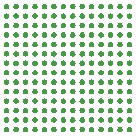
<source format=gbr>
G04 #@! TF.GenerationSoftware,KiCad,Pcbnew,(5.1.4-0-10_14)*
G04 #@! TF.CreationDate,2021-01-04T02:06:14-07:00*
G04 #@! TF.ProjectId,bga-stencil,6267612d-7374-4656-9e63-696c2e6b6963,rev?*
G04 #@! TF.SameCoordinates,Original*
G04 #@! TF.FileFunction,Soldermask,Top*
G04 #@! TF.FilePolarity,Negative*
%FSLAX46Y46*%
G04 Gerber Fmt 4.6, Leading zero omitted, Abs format (unit mm)*
G04 Created by KiCad (PCBNEW (5.1.4-0-10_14)) date 2021-01-04 02:06:14*
%MOMM*%
%LPD*%
G04 APERTURE LIST*
%ADD10C,0.100000*%
G04 APERTURE END LIST*
D10*
G36*
X183834643Y-99366267D02*
G01*
X183868839Y-99373069D01*
X183911788Y-99390859D01*
X183911791Y-99390861D01*
X183950439Y-99416685D01*
X183983315Y-99449561D01*
X184009139Y-99488209D01*
X184009141Y-99488212D01*
X184026931Y-99531161D01*
X184036000Y-99576756D01*
X184036000Y-99623244D01*
X184026931Y-99668839D01*
X184009141Y-99711788D01*
X184009139Y-99711791D01*
X183983315Y-99750439D01*
X183950439Y-99783315D01*
X183911791Y-99809139D01*
X183911788Y-99809141D01*
X183868839Y-99826931D01*
X183834643Y-99833733D01*
X183823245Y-99836000D01*
X183776755Y-99836000D01*
X183765357Y-99833733D01*
X183731161Y-99826931D01*
X183688212Y-99809141D01*
X183688209Y-99809139D01*
X183649561Y-99783315D01*
X183616685Y-99750439D01*
X183590861Y-99711791D01*
X183590859Y-99711788D01*
X183573069Y-99668839D01*
X183564000Y-99623244D01*
X183564000Y-99576756D01*
X183573069Y-99531161D01*
X183590859Y-99488212D01*
X183590861Y-99488209D01*
X183616685Y-99449561D01*
X183649561Y-99416685D01*
X183688209Y-99390861D01*
X183688212Y-99390859D01*
X183731161Y-99373069D01*
X183765357Y-99366267D01*
X183776755Y-99364000D01*
X183823245Y-99364000D01*
X183834643Y-99366267D01*
X183834643Y-99366267D01*
G37*
G36*
X183034643Y-99366267D02*
G01*
X183068839Y-99373069D01*
X183111788Y-99390859D01*
X183111791Y-99390861D01*
X183150439Y-99416685D01*
X183183315Y-99449561D01*
X183209139Y-99488209D01*
X183209141Y-99488212D01*
X183226931Y-99531161D01*
X183236000Y-99576756D01*
X183236000Y-99623244D01*
X183226931Y-99668839D01*
X183209141Y-99711788D01*
X183209139Y-99711791D01*
X183183315Y-99750439D01*
X183150439Y-99783315D01*
X183111791Y-99809139D01*
X183111788Y-99809141D01*
X183068839Y-99826931D01*
X183034643Y-99833733D01*
X183023245Y-99836000D01*
X182976755Y-99836000D01*
X182965357Y-99833733D01*
X182931161Y-99826931D01*
X182888212Y-99809141D01*
X182888209Y-99809139D01*
X182849561Y-99783315D01*
X182816685Y-99750439D01*
X182790861Y-99711791D01*
X182790859Y-99711788D01*
X182773069Y-99668839D01*
X182764000Y-99623244D01*
X182764000Y-99576756D01*
X182773069Y-99531161D01*
X182790859Y-99488212D01*
X182790861Y-99488209D01*
X182816685Y-99449561D01*
X182849561Y-99416685D01*
X182888209Y-99390861D01*
X182888212Y-99390859D01*
X182931161Y-99373069D01*
X182965357Y-99366267D01*
X182976755Y-99364000D01*
X183023245Y-99364000D01*
X183034643Y-99366267D01*
X183034643Y-99366267D01*
G37*
G36*
X182234643Y-99366267D02*
G01*
X182268839Y-99373069D01*
X182311788Y-99390859D01*
X182311791Y-99390861D01*
X182350439Y-99416685D01*
X182383315Y-99449561D01*
X182409139Y-99488209D01*
X182409141Y-99488212D01*
X182426931Y-99531161D01*
X182436000Y-99576756D01*
X182436000Y-99623244D01*
X182426931Y-99668839D01*
X182409141Y-99711788D01*
X182409139Y-99711791D01*
X182383315Y-99750439D01*
X182350439Y-99783315D01*
X182311791Y-99809139D01*
X182311788Y-99809141D01*
X182268839Y-99826931D01*
X182234643Y-99833733D01*
X182223245Y-99836000D01*
X182176755Y-99836000D01*
X182165357Y-99833733D01*
X182131161Y-99826931D01*
X182088212Y-99809141D01*
X182088209Y-99809139D01*
X182049561Y-99783315D01*
X182016685Y-99750439D01*
X181990861Y-99711791D01*
X181990859Y-99711788D01*
X181973069Y-99668839D01*
X181964000Y-99623244D01*
X181964000Y-99576756D01*
X181973069Y-99531161D01*
X181990859Y-99488212D01*
X181990861Y-99488209D01*
X182016685Y-99449561D01*
X182049561Y-99416685D01*
X182088209Y-99390861D01*
X182088212Y-99390859D01*
X182131161Y-99373069D01*
X182165357Y-99366267D01*
X182176755Y-99364000D01*
X182223245Y-99364000D01*
X182234643Y-99366267D01*
X182234643Y-99366267D01*
G37*
G36*
X181434643Y-99366267D02*
G01*
X181468839Y-99373069D01*
X181511788Y-99390859D01*
X181511791Y-99390861D01*
X181550439Y-99416685D01*
X181583315Y-99449561D01*
X181609139Y-99488209D01*
X181609141Y-99488212D01*
X181626931Y-99531161D01*
X181636000Y-99576756D01*
X181636000Y-99623244D01*
X181626931Y-99668839D01*
X181609141Y-99711788D01*
X181609139Y-99711791D01*
X181583315Y-99750439D01*
X181550439Y-99783315D01*
X181511791Y-99809139D01*
X181511788Y-99809141D01*
X181468839Y-99826931D01*
X181434643Y-99833733D01*
X181423245Y-99836000D01*
X181376755Y-99836000D01*
X181365357Y-99833733D01*
X181331161Y-99826931D01*
X181288212Y-99809141D01*
X181288209Y-99809139D01*
X181249561Y-99783315D01*
X181216685Y-99750439D01*
X181190861Y-99711791D01*
X181190859Y-99711788D01*
X181173069Y-99668839D01*
X181164000Y-99623244D01*
X181164000Y-99576756D01*
X181173069Y-99531161D01*
X181190859Y-99488212D01*
X181190861Y-99488209D01*
X181216685Y-99449561D01*
X181249561Y-99416685D01*
X181288209Y-99390861D01*
X181288212Y-99390859D01*
X181331161Y-99373069D01*
X181365357Y-99366267D01*
X181376755Y-99364000D01*
X181423245Y-99364000D01*
X181434643Y-99366267D01*
X181434643Y-99366267D01*
G37*
G36*
X180634643Y-99366267D02*
G01*
X180668839Y-99373069D01*
X180711788Y-99390859D01*
X180711791Y-99390861D01*
X180750439Y-99416685D01*
X180783315Y-99449561D01*
X180809139Y-99488209D01*
X180809141Y-99488212D01*
X180826931Y-99531161D01*
X180836000Y-99576756D01*
X180836000Y-99623244D01*
X180826931Y-99668839D01*
X180809141Y-99711788D01*
X180809139Y-99711791D01*
X180783315Y-99750439D01*
X180750439Y-99783315D01*
X180711791Y-99809139D01*
X180711788Y-99809141D01*
X180668839Y-99826931D01*
X180634643Y-99833733D01*
X180623245Y-99836000D01*
X180576755Y-99836000D01*
X180565357Y-99833733D01*
X180531161Y-99826931D01*
X180488212Y-99809141D01*
X180488209Y-99809139D01*
X180449561Y-99783315D01*
X180416685Y-99750439D01*
X180390861Y-99711791D01*
X180390859Y-99711788D01*
X180373069Y-99668839D01*
X180364000Y-99623244D01*
X180364000Y-99576756D01*
X180373069Y-99531161D01*
X180390859Y-99488212D01*
X180390861Y-99488209D01*
X180416685Y-99449561D01*
X180449561Y-99416685D01*
X180488209Y-99390861D01*
X180488212Y-99390859D01*
X180531161Y-99373069D01*
X180565357Y-99366267D01*
X180576755Y-99364000D01*
X180623245Y-99364000D01*
X180634643Y-99366267D01*
X180634643Y-99366267D01*
G37*
G36*
X179834643Y-99366267D02*
G01*
X179868839Y-99373069D01*
X179911788Y-99390859D01*
X179911791Y-99390861D01*
X179950439Y-99416685D01*
X179983315Y-99449561D01*
X180009139Y-99488209D01*
X180009141Y-99488212D01*
X180026931Y-99531161D01*
X180036000Y-99576756D01*
X180036000Y-99623244D01*
X180026931Y-99668839D01*
X180009141Y-99711788D01*
X180009139Y-99711791D01*
X179983315Y-99750439D01*
X179950439Y-99783315D01*
X179911791Y-99809139D01*
X179911788Y-99809141D01*
X179868839Y-99826931D01*
X179834643Y-99833733D01*
X179823245Y-99836000D01*
X179776755Y-99836000D01*
X179765357Y-99833733D01*
X179731161Y-99826931D01*
X179688212Y-99809141D01*
X179688209Y-99809139D01*
X179649561Y-99783315D01*
X179616685Y-99750439D01*
X179590861Y-99711791D01*
X179590859Y-99711788D01*
X179573069Y-99668839D01*
X179564000Y-99623244D01*
X179564000Y-99576756D01*
X179573069Y-99531161D01*
X179590859Y-99488212D01*
X179590861Y-99488209D01*
X179616685Y-99449561D01*
X179649561Y-99416685D01*
X179688209Y-99390861D01*
X179688212Y-99390859D01*
X179731161Y-99373069D01*
X179765357Y-99366267D01*
X179776755Y-99364000D01*
X179823245Y-99364000D01*
X179834643Y-99366267D01*
X179834643Y-99366267D01*
G37*
G36*
X179034643Y-99366267D02*
G01*
X179068839Y-99373069D01*
X179111788Y-99390859D01*
X179111791Y-99390861D01*
X179150439Y-99416685D01*
X179183315Y-99449561D01*
X179209139Y-99488209D01*
X179209141Y-99488212D01*
X179226931Y-99531161D01*
X179236000Y-99576756D01*
X179236000Y-99623244D01*
X179226931Y-99668839D01*
X179209141Y-99711788D01*
X179209139Y-99711791D01*
X179183315Y-99750439D01*
X179150439Y-99783315D01*
X179111791Y-99809139D01*
X179111788Y-99809141D01*
X179068839Y-99826931D01*
X179034643Y-99833733D01*
X179023245Y-99836000D01*
X178976755Y-99836000D01*
X178965357Y-99833733D01*
X178931161Y-99826931D01*
X178888212Y-99809141D01*
X178888209Y-99809139D01*
X178849561Y-99783315D01*
X178816685Y-99750439D01*
X178790861Y-99711791D01*
X178790859Y-99711788D01*
X178773069Y-99668839D01*
X178764000Y-99623244D01*
X178764000Y-99576756D01*
X178773069Y-99531161D01*
X178790859Y-99488212D01*
X178790861Y-99488209D01*
X178816685Y-99449561D01*
X178849561Y-99416685D01*
X178888209Y-99390861D01*
X178888212Y-99390859D01*
X178931161Y-99373069D01*
X178965357Y-99366267D01*
X178976755Y-99364000D01*
X179023245Y-99364000D01*
X179034643Y-99366267D01*
X179034643Y-99366267D01*
G37*
G36*
X178234643Y-99366267D02*
G01*
X178268839Y-99373069D01*
X178311788Y-99390859D01*
X178311791Y-99390861D01*
X178350439Y-99416685D01*
X178383315Y-99449561D01*
X178409139Y-99488209D01*
X178409141Y-99488212D01*
X178426931Y-99531161D01*
X178436000Y-99576756D01*
X178436000Y-99623244D01*
X178426931Y-99668839D01*
X178409141Y-99711788D01*
X178409139Y-99711791D01*
X178383315Y-99750439D01*
X178350439Y-99783315D01*
X178311791Y-99809139D01*
X178311788Y-99809141D01*
X178268839Y-99826931D01*
X178234643Y-99833733D01*
X178223245Y-99836000D01*
X178176755Y-99836000D01*
X178165357Y-99833733D01*
X178131161Y-99826931D01*
X178088212Y-99809141D01*
X178088209Y-99809139D01*
X178049561Y-99783315D01*
X178016685Y-99750439D01*
X177990861Y-99711791D01*
X177990859Y-99711788D01*
X177973069Y-99668839D01*
X177964000Y-99623244D01*
X177964000Y-99576756D01*
X177973069Y-99531161D01*
X177990859Y-99488212D01*
X177990861Y-99488209D01*
X178016685Y-99449561D01*
X178049561Y-99416685D01*
X178088209Y-99390861D01*
X178088212Y-99390859D01*
X178131161Y-99373069D01*
X178165357Y-99366267D01*
X178176755Y-99364000D01*
X178223245Y-99364000D01*
X178234643Y-99366267D01*
X178234643Y-99366267D01*
G37*
G36*
X177434643Y-99366267D02*
G01*
X177468839Y-99373069D01*
X177511788Y-99390859D01*
X177511791Y-99390861D01*
X177550439Y-99416685D01*
X177583315Y-99449561D01*
X177609139Y-99488209D01*
X177609141Y-99488212D01*
X177626931Y-99531161D01*
X177636000Y-99576756D01*
X177636000Y-99623244D01*
X177626931Y-99668839D01*
X177609141Y-99711788D01*
X177609139Y-99711791D01*
X177583315Y-99750439D01*
X177550439Y-99783315D01*
X177511791Y-99809139D01*
X177511788Y-99809141D01*
X177468839Y-99826931D01*
X177434643Y-99833733D01*
X177423245Y-99836000D01*
X177376755Y-99836000D01*
X177365357Y-99833733D01*
X177331161Y-99826931D01*
X177288212Y-99809141D01*
X177288209Y-99809139D01*
X177249561Y-99783315D01*
X177216685Y-99750439D01*
X177190861Y-99711791D01*
X177190859Y-99711788D01*
X177173069Y-99668839D01*
X177164000Y-99623244D01*
X177164000Y-99576756D01*
X177173069Y-99531161D01*
X177190859Y-99488212D01*
X177190861Y-99488209D01*
X177216685Y-99449561D01*
X177249561Y-99416685D01*
X177288209Y-99390861D01*
X177288212Y-99390859D01*
X177331161Y-99373069D01*
X177365357Y-99366267D01*
X177376755Y-99364000D01*
X177423245Y-99364000D01*
X177434643Y-99366267D01*
X177434643Y-99366267D01*
G37*
G36*
X176634643Y-99366267D02*
G01*
X176668839Y-99373069D01*
X176711788Y-99390859D01*
X176711791Y-99390861D01*
X176750439Y-99416685D01*
X176783315Y-99449561D01*
X176809139Y-99488209D01*
X176809141Y-99488212D01*
X176826931Y-99531161D01*
X176836000Y-99576756D01*
X176836000Y-99623244D01*
X176826931Y-99668839D01*
X176809141Y-99711788D01*
X176809139Y-99711791D01*
X176783315Y-99750439D01*
X176750439Y-99783315D01*
X176711791Y-99809139D01*
X176711788Y-99809141D01*
X176668839Y-99826931D01*
X176634643Y-99833733D01*
X176623245Y-99836000D01*
X176576755Y-99836000D01*
X176565357Y-99833733D01*
X176531161Y-99826931D01*
X176488212Y-99809141D01*
X176488209Y-99809139D01*
X176449561Y-99783315D01*
X176416685Y-99750439D01*
X176390861Y-99711791D01*
X176390859Y-99711788D01*
X176373069Y-99668839D01*
X176364000Y-99623244D01*
X176364000Y-99576756D01*
X176373069Y-99531161D01*
X176390859Y-99488212D01*
X176390861Y-99488209D01*
X176416685Y-99449561D01*
X176449561Y-99416685D01*
X176488209Y-99390861D01*
X176488212Y-99390859D01*
X176531161Y-99373069D01*
X176565357Y-99366267D01*
X176576755Y-99364000D01*
X176623245Y-99364000D01*
X176634643Y-99366267D01*
X176634643Y-99366267D01*
G37*
G36*
X175834643Y-99366267D02*
G01*
X175868839Y-99373069D01*
X175911788Y-99390859D01*
X175911791Y-99390861D01*
X175950439Y-99416685D01*
X175983315Y-99449561D01*
X176009139Y-99488209D01*
X176009141Y-99488212D01*
X176026931Y-99531161D01*
X176036000Y-99576756D01*
X176036000Y-99623244D01*
X176026931Y-99668839D01*
X176009141Y-99711788D01*
X176009139Y-99711791D01*
X175983315Y-99750439D01*
X175950439Y-99783315D01*
X175911791Y-99809139D01*
X175911788Y-99809141D01*
X175868839Y-99826931D01*
X175834643Y-99833733D01*
X175823245Y-99836000D01*
X175776755Y-99836000D01*
X175765357Y-99833733D01*
X175731161Y-99826931D01*
X175688212Y-99809141D01*
X175688209Y-99809139D01*
X175649561Y-99783315D01*
X175616685Y-99750439D01*
X175590861Y-99711791D01*
X175590859Y-99711788D01*
X175573069Y-99668839D01*
X175564000Y-99623244D01*
X175564000Y-99576756D01*
X175573069Y-99531161D01*
X175590859Y-99488212D01*
X175590861Y-99488209D01*
X175616685Y-99449561D01*
X175649561Y-99416685D01*
X175688209Y-99390861D01*
X175688212Y-99390859D01*
X175731161Y-99373069D01*
X175765357Y-99366267D01*
X175776755Y-99364000D01*
X175823245Y-99364000D01*
X175834643Y-99366267D01*
X175834643Y-99366267D01*
G37*
G36*
X175034643Y-99366267D02*
G01*
X175068839Y-99373069D01*
X175111788Y-99390859D01*
X175111791Y-99390861D01*
X175150439Y-99416685D01*
X175183315Y-99449561D01*
X175209139Y-99488209D01*
X175209141Y-99488212D01*
X175226931Y-99531161D01*
X175236000Y-99576756D01*
X175236000Y-99623244D01*
X175226931Y-99668839D01*
X175209141Y-99711788D01*
X175209139Y-99711791D01*
X175183315Y-99750439D01*
X175150439Y-99783315D01*
X175111791Y-99809139D01*
X175111788Y-99809141D01*
X175068839Y-99826931D01*
X175034643Y-99833733D01*
X175023245Y-99836000D01*
X174976755Y-99836000D01*
X174965357Y-99833733D01*
X174931161Y-99826931D01*
X174888212Y-99809141D01*
X174888209Y-99809139D01*
X174849561Y-99783315D01*
X174816685Y-99750439D01*
X174790861Y-99711791D01*
X174790859Y-99711788D01*
X174773069Y-99668839D01*
X174764000Y-99623244D01*
X174764000Y-99576756D01*
X174773069Y-99531161D01*
X174790859Y-99488212D01*
X174790861Y-99488209D01*
X174816685Y-99449561D01*
X174849561Y-99416685D01*
X174888209Y-99390861D01*
X174888212Y-99390859D01*
X174931161Y-99373069D01*
X174965357Y-99366267D01*
X174976755Y-99364000D01*
X175023245Y-99364000D01*
X175034643Y-99366267D01*
X175034643Y-99366267D01*
G37*
G36*
X174234643Y-99366267D02*
G01*
X174268839Y-99373069D01*
X174311788Y-99390859D01*
X174311791Y-99390861D01*
X174350439Y-99416685D01*
X174383315Y-99449561D01*
X174409139Y-99488209D01*
X174409141Y-99488212D01*
X174426931Y-99531161D01*
X174436000Y-99576756D01*
X174436000Y-99623244D01*
X174426931Y-99668839D01*
X174409141Y-99711788D01*
X174409139Y-99711791D01*
X174383315Y-99750439D01*
X174350439Y-99783315D01*
X174311791Y-99809139D01*
X174311788Y-99809141D01*
X174268839Y-99826931D01*
X174234643Y-99833733D01*
X174223245Y-99836000D01*
X174176755Y-99836000D01*
X174165357Y-99833733D01*
X174131161Y-99826931D01*
X174088212Y-99809141D01*
X174088209Y-99809139D01*
X174049561Y-99783315D01*
X174016685Y-99750439D01*
X173990861Y-99711791D01*
X173990859Y-99711788D01*
X173973069Y-99668839D01*
X173964000Y-99623244D01*
X173964000Y-99576756D01*
X173973069Y-99531161D01*
X173990859Y-99488212D01*
X173990861Y-99488209D01*
X174016685Y-99449561D01*
X174049561Y-99416685D01*
X174088209Y-99390861D01*
X174088212Y-99390859D01*
X174131161Y-99373069D01*
X174165357Y-99366267D01*
X174176755Y-99364000D01*
X174223245Y-99364000D01*
X174234643Y-99366267D01*
X174234643Y-99366267D01*
G37*
G36*
X173434643Y-99366267D02*
G01*
X173468839Y-99373069D01*
X173511788Y-99390859D01*
X173511791Y-99390861D01*
X173550439Y-99416685D01*
X173583315Y-99449561D01*
X173609139Y-99488209D01*
X173609141Y-99488212D01*
X173626931Y-99531161D01*
X173636000Y-99576756D01*
X173636000Y-99623244D01*
X173626931Y-99668839D01*
X173609141Y-99711788D01*
X173609139Y-99711791D01*
X173583315Y-99750439D01*
X173550439Y-99783315D01*
X173511791Y-99809139D01*
X173511788Y-99809141D01*
X173468839Y-99826931D01*
X173434643Y-99833733D01*
X173423245Y-99836000D01*
X173376755Y-99836000D01*
X173365357Y-99833733D01*
X173331161Y-99826931D01*
X173288212Y-99809141D01*
X173288209Y-99809139D01*
X173249561Y-99783315D01*
X173216685Y-99750439D01*
X173190861Y-99711791D01*
X173190859Y-99711788D01*
X173173069Y-99668839D01*
X173164000Y-99623244D01*
X173164000Y-99576756D01*
X173173069Y-99531161D01*
X173190859Y-99488212D01*
X173190861Y-99488209D01*
X173216685Y-99449561D01*
X173249561Y-99416685D01*
X173288209Y-99390861D01*
X173288212Y-99390859D01*
X173331161Y-99373069D01*
X173365357Y-99366267D01*
X173376755Y-99364000D01*
X173423245Y-99364000D01*
X173434643Y-99366267D01*
X173434643Y-99366267D01*
G37*
G36*
X183034643Y-98566267D02*
G01*
X183068839Y-98573069D01*
X183111788Y-98590859D01*
X183111791Y-98590861D01*
X183150439Y-98616685D01*
X183183315Y-98649561D01*
X183209139Y-98688209D01*
X183209141Y-98688212D01*
X183226931Y-98731161D01*
X183236000Y-98776756D01*
X183236000Y-98823244D01*
X183226931Y-98868839D01*
X183209141Y-98911788D01*
X183209139Y-98911791D01*
X183183315Y-98950439D01*
X183150439Y-98983315D01*
X183111791Y-99009139D01*
X183111788Y-99009141D01*
X183068839Y-99026931D01*
X183034643Y-99033733D01*
X183023245Y-99036000D01*
X182976755Y-99036000D01*
X182965357Y-99033733D01*
X182931161Y-99026931D01*
X182888212Y-99009141D01*
X182888209Y-99009139D01*
X182849561Y-98983315D01*
X182816685Y-98950439D01*
X182790861Y-98911791D01*
X182790859Y-98911788D01*
X182773069Y-98868839D01*
X182764000Y-98823244D01*
X182764000Y-98776756D01*
X182773069Y-98731161D01*
X182790859Y-98688212D01*
X182790861Y-98688209D01*
X182816685Y-98649561D01*
X182849561Y-98616685D01*
X182888209Y-98590861D01*
X182888212Y-98590859D01*
X182931161Y-98573069D01*
X182965357Y-98566267D01*
X182976755Y-98564000D01*
X183023245Y-98564000D01*
X183034643Y-98566267D01*
X183034643Y-98566267D01*
G37*
G36*
X173434643Y-98566267D02*
G01*
X173468839Y-98573069D01*
X173511788Y-98590859D01*
X173511791Y-98590861D01*
X173550439Y-98616685D01*
X173583315Y-98649561D01*
X173609139Y-98688209D01*
X173609141Y-98688212D01*
X173626931Y-98731161D01*
X173636000Y-98776756D01*
X173636000Y-98823244D01*
X173626931Y-98868839D01*
X173609141Y-98911788D01*
X173609139Y-98911791D01*
X173583315Y-98950439D01*
X173550439Y-98983315D01*
X173511791Y-99009139D01*
X173511788Y-99009141D01*
X173468839Y-99026931D01*
X173434643Y-99033733D01*
X173423245Y-99036000D01*
X173376755Y-99036000D01*
X173365357Y-99033733D01*
X173331161Y-99026931D01*
X173288212Y-99009141D01*
X173288209Y-99009139D01*
X173249561Y-98983315D01*
X173216685Y-98950439D01*
X173190861Y-98911791D01*
X173190859Y-98911788D01*
X173173069Y-98868839D01*
X173164000Y-98823244D01*
X173164000Y-98776756D01*
X173173069Y-98731161D01*
X173190859Y-98688212D01*
X173190861Y-98688209D01*
X173216685Y-98649561D01*
X173249561Y-98616685D01*
X173288209Y-98590861D01*
X173288212Y-98590859D01*
X173331161Y-98573069D01*
X173365357Y-98566267D01*
X173376755Y-98564000D01*
X173423245Y-98564000D01*
X173434643Y-98566267D01*
X173434643Y-98566267D01*
G37*
G36*
X183834643Y-98566267D02*
G01*
X183868839Y-98573069D01*
X183911788Y-98590859D01*
X183911791Y-98590861D01*
X183950439Y-98616685D01*
X183983315Y-98649561D01*
X184009139Y-98688209D01*
X184009141Y-98688212D01*
X184026931Y-98731161D01*
X184036000Y-98776756D01*
X184036000Y-98823244D01*
X184026931Y-98868839D01*
X184009141Y-98911788D01*
X184009139Y-98911791D01*
X183983315Y-98950439D01*
X183950439Y-98983315D01*
X183911791Y-99009139D01*
X183911788Y-99009141D01*
X183868839Y-99026931D01*
X183834643Y-99033733D01*
X183823245Y-99036000D01*
X183776755Y-99036000D01*
X183765357Y-99033733D01*
X183731161Y-99026931D01*
X183688212Y-99009141D01*
X183688209Y-99009139D01*
X183649561Y-98983315D01*
X183616685Y-98950439D01*
X183590861Y-98911791D01*
X183590859Y-98911788D01*
X183573069Y-98868839D01*
X183564000Y-98823244D01*
X183564000Y-98776756D01*
X183573069Y-98731161D01*
X183590859Y-98688212D01*
X183590861Y-98688209D01*
X183616685Y-98649561D01*
X183649561Y-98616685D01*
X183688209Y-98590861D01*
X183688212Y-98590859D01*
X183731161Y-98573069D01*
X183765357Y-98566267D01*
X183776755Y-98564000D01*
X183823245Y-98564000D01*
X183834643Y-98566267D01*
X183834643Y-98566267D01*
G37*
G36*
X174234643Y-98566267D02*
G01*
X174268839Y-98573069D01*
X174311788Y-98590859D01*
X174311791Y-98590861D01*
X174350439Y-98616685D01*
X174383315Y-98649561D01*
X174409139Y-98688209D01*
X174409141Y-98688212D01*
X174426931Y-98731161D01*
X174436000Y-98776756D01*
X174436000Y-98823244D01*
X174426931Y-98868839D01*
X174409141Y-98911788D01*
X174409139Y-98911791D01*
X174383315Y-98950439D01*
X174350439Y-98983315D01*
X174311791Y-99009139D01*
X174311788Y-99009141D01*
X174268839Y-99026931D01*
X174234643Y-99033733D01*
X174223245Y-99036000D01*
X174176755Y-99036000D01*
X174165357Y-99033733D01*
X174131161Y-99026931D01*
X174088212Y-99009141D01*
X174088209Y-99009139D01*
X174049561Y-98983315D01*
X174016685Y-98950439D01*
X173990861Y-98911791D01*
X173990859Y-98911788D01*
X173973069Y-98868839D01*
X173964000Y-98823244D01*
X173964000Y-98776756D01*
X173973069Y-98731161D01*
X173990859Y-98688212D01*
X173990861Y-98688209D01*
X174016685Y-98649561D01*
X174049561Y-98616685D01*
X174088209Y-98590861D01*
X174088212Y-98590859D01*
X174131161Y-98573069D01*
X174165357Y-98566267D01*
X174176755Y-98564000D01*
X174223245Y-98564000D01*
X174234643Y-98566267D01*
X174234643Y-98566267D01*
G37*
G36*
X175034643Y-98566267D02*
G01*
X175068839Y-98573069D01*
X175111788Y-98590859D01*
X175111791Y-98590861D01*
X175150439Y-98616685D01*
X175183315Y-98649561D01*
X175209139Y-98688209D01*
X175209141Y-98688212D01*
X175226931Y-98731161D01*
X175236000Y-98776756D01*
X175236000Y-98823244D01*
X175226931Y-98868839D01*
X175209141Y-98911788D01*
X175209139Y-98911791D01*
X175183315Y-98950439D01*
X175150439Y-98983315D01*
X175111791Y-99009139D01*
X175111788Y-99009141D01*
X175068839Y-99026931D01*
X175034643Y-99033733D01*
X175023245Y-99036000D01*
X174976755Y-99036000D01*
X174965357Y-99033733D01*
X174931161Y-99026931D01*
X174888212Y-99009141D01*
X174888209Y-99009139D01*
X174849561Y-98983315D01*
X174816685Y-98950439D01*
X174790861Y-98911791D01*
X174790859Y-98911788D01*
X174773069Y-98868839D01*
X174764000Y-98823244D01*
X174764000Y-98776756D01*
X174773069Y-98731161D01*
X174790859Y-98688212D01*
X174790861Y-98688209D01*
X174816685Y-98649561D01*
X174849561Y-98616685D01*
X174888209Y-98590861D01*
X174888212Y-98590859D01*
X174931161Y-98573069D01*
X174965357Y-98566267D01*
X174976755Y-98564000D01*
X175023245Y-98564000D01*
X175034643Y-98566267D01*
X175034643Y-98566267D01*
G37*
G36*
X175834643Y-98566267D02*
G01*
X175868839Y-98573069D01*
X175911788Y-98590859D01*
X175911791Y-98590861D01*
X175950439Y-98616685D01*
X175983315Y-98649561D01*
X176009139Y-98688209D01*
X176009141Y-98688212D01*
X176026931Y-98731161D01*
X176036000Y-98776756D01*
X176036000Y-98823244D01*
X176026931Y-98868839D01*
X176009141Y-98911788D01*
X176009139Y-98911791D01*
X175983315Y-98950439D01*
X175950439Y-98983315D01*
X175911791Y-99009139D01*
X175911788Y-99009141D01*
X175868839Y-99026931D01*
X175834643Y-99033733D01*
X175823245Y-99036000D01*
X175776755Y-99036000D01*
X175765357Y-99033733D01*
X175731161Y-99026931D01*
X175688212Y-99009141D01*
X175688209Y-99009139D01*
X175649561Y-98983315D01*
X175616685Y-98950439D01*
X175590861Y-98911791D01*
X175590859Y-98911788D01*
X175573069Y-98868839D01*
X175564000Y-98823244D01*
X175564000Y-98776756D01*
X175573069Y-98731161D01*
X175590859Y-98688212D01*
X175590861Y-98688209D01*
X175616685Y-98649561D01*
X175649561Y-98616685D01*
X175688209Y-98590861D01*
X175688212Y-98590859D01*
X175731161Y-98573069D01*
X175765357Y-98566267D01*
X175776755Y-98564000D01*
X175823245Y-98564000D01*
X175834643Y-98566267D01*
X175834643Y-98566267D01*
G37*
G36*
X176634643Y-98566267D02*
G01*
X176668839Y-98573069D01*
X176711788Y-98590859D01*
X176711791Y-98590861D01*
X176750439Y-98616685D01*
X176783315Y-98649561D01*
X176809139Y-98688209D01*
X176809141Y-98688212D01*
X176826931Y-98731161D01*
X176836000Y-98776756D01*
X176836000Y-98823244D01*
X176826931Y-98868839D01*
X176809141Y-98911788D01*
X176809139Y-98911791D01*
X176783315Y-98950439D01*
X176750439Y-98983315D01*
X176711791Y-99009139D01*
X176711788Y-99009141D01*
X176668839Y-99026931D01*
X176634643Y-99033733D01*
X176623245Y-99036000D01*
X176576755Y-99036000D01*
X176565357Y-99033733D01*
X176531161Y-99026931D01*
X176488212Y-99009141D01*
X176488209Y-99009139D01*
X176449561Y-98983315D01*
X176416685Y-98950439D01*
X176390861Y-98911791D01*
X176390859Y-98911788D01*
X176373069Y-98868839D01*
X176364000Y-98823244D01*
X176364000Y-98776756D01*
X176373069Y-98731161D01*
X176390859Y-98688212D01*
X176390861Y-98688209D01*
X176416685Y-98649561D01*
X176449561Y-98616685D01*
X176488209Y-98590861D01*
X176488212Y-98590859D01*
X176531161Y-98573069D01*
X176565357Y-98566267D01*
X176576755Y-98564000D01*
X176623245Y-98564000D01*
X176634643Y-98566267D01*
X176634643Y-98566267D01*
G37*
G36*
X177434643Y-98566267D02*
G01*
X177468839Y-98573069D01*
X177511788Y-98590859D01*
X177511791Y-98590861D01*
X177550439Y-98616685D01*
X177583315Y-98649561D01*
X177609139Y-98688209D01*
X177609141Y-98688212D01*
X177626931Y-98731161D01*
X177636000Y-98776756D01*
X177636000Y-98823244D01*
X177626931Y-98868839D01*
X177609141Y-98911788D01*
X177609139Y-98911791D01*
X177583315Y-98950439D01*
X177550439Y-98983315D01*
X177511791Y-99009139D01*
X177511788Y-99009141D01*
X177468839Y-99026931D01*
X177434643Y-99033733D01*
X177423245Y-99036000D01*
X177376755Y-99036000D01*
X177365357Y-99033733D01*
X177331161Y-99026931D01*
X177288212Y-99009141D01*
X177288209Y-99009139D01*
X177249561Y-98983315D01*
X177216685Y-98950439D01*
X177190861Y-98911791D01*
X177190859Y-98911788D01*
X177173069Y-98868839D01*
X177164000Y-98823244D01*
X177164000Y-98776756D01*
X177173069Y-98731161D01*
X177190859Y-98688212D01*
X177190861Y-98688209D01*
X177216685Y-98649561D01*
X177249561Y-98616685D01*
X177288209Y-98590861D01*
X177288212Y-98590859D01*
X177331161Y-98573069D01*
X177365357Y-98566267D01*
X177376755Y-98564000D01*
X177423245Y-98564000D01*
X177434643Y-98566267D01*
X177434643Y-98566267D01*
G37*
G36*
X178234643Y-98566267D02*
G01*
X178268839Y-98573069D01*
X178311788Y-98590859D01*
X178311791Y-98590861D01*
X178350439Y-98616685D01*
X178383315Y-98649561D01*
X178409139Y-98688209D01*
X178409141Y-98688212D01*
X178426931Y-98731161D01*
X178436000Y-98776756D01*
X178436000Y-98823244D01*
X178426931Y-98868839D01*
X178409141Y-98911788D01*
X178409139Y-98911791D01*
X178383315Y-98950439D01*
X178350439Y-98983315D01*
X178311791Y-99009139D01*
X178311788Y-99009141D01*
X178268839Y-99026931D01*
X178234643Y-99033733D01*
X178223245Y-99036000D01*
X178176755Y-99036000D01*
X178165357Y-99033733D01*
X178131161Y-99026931D01*
X178088212Y-99009141D01*
X178088209Y-99009139D01*
X178049561Y-98983315D01*
X178016685Y-98950439D01*
X177990861Y-98911791D01*
X177990859Y-98911788D01*
X177973069Y-98868839D01*
X177964000Y-98823244D01*
X177964000Y-98776756D01*
X177973069Y-98731161D01*
X177990859Y-98688212D01*
X177990861Y-98688209D01*
X178016685Y-98649561D01*
X178049561Y-98616685D01*
X178088209Y-98590861D01*
X178088212Y-98590859D01*
X178131161Y-98573069D01*
X178165357Y-98566267D01*
X178176755Y-98564000D01*
X178223245Y-98564000D01*
X178234643Y-98566267D01*
X178234643Y-98566267D01*
G37*
G36*
X179034643Y-98566267D02*
G01*
X179068839Y-98573069D01*
X179111788Y-98590859D01*
X179111791Y-98590861D01*
X179150439Y-98616685D01*
X179183315Y-98649561D01*
X179209139Y-98688209D01*
X179209141Y-98688212D01*
X179226931Y-98731161D01*
X179236000Y-98776756D01*
X179236000Y-98823244D01*
X179226931Y-98868839D01*
X179209141Y-98911788D01*
X179209139Y-98911791D01*
X179183315Y-98950439D01*
X179150439Y-98983315D01*
X179111791Y-99009139D01*
X179111788Y-99009141D01*
X179068839Y-99026931D01*
X179034643Y-99033733D01*
X179023245Y-99036000D01*
X178976755Y-99036000D01*
X178965357Y-99033733D01*
X178931161Y-99026931D01*
X178888212Y-99009141D01*
X178888209Y-99009139D01*
X178849561Y-98983315D01*
X178816685Y-98950439D01*
X178790861Y-98911791D01*
X178790859Y-98911788D01*
X178773069Y-98868839D01*
X178764000Y-98823244D01*
X178764000Y-98776756D01*
X178773069Y-98731161D01*
X178790859Y-98688212D01*
X178790861Y-98688209D01*
X178816685Y-98649561D01*
X178849561Y-98616685D01*
X178888209Y-98590861D01*
X178888212Y-98590859D01*
X178931161Y-98573069D01*
X178965357Y-98566267D01*
X178976755Y-98564000D01*
X179023245Y-98564000D01*
X179034643Y-98566267D01*
X179034643Y-98566267D01*
G37*
G36*
X179834643Y-98566267D02*
G01*
X179868839Y-98573069D01*
X179911788Y-98590859D01*
X179911791Y-98590861D01*
X179950439Y-98616685D01*
X179983315Y-98649561D01*
X180009139Y-98688209D01*
X180009141Y-98688212D01*
X180026931Y-98731161D01*
X180036000Y-98776756D01*
X180036000Y-98823244D01*
X180026931Y-98868839D01*
X180009141Y-98911788D01*
X180009139Y-98911791D01*
X179983315Y-98950439D01*
X179950439Y-98983315D01*
X179911791Y-99009139D01*
X179911788Y-99009141D01*
X179868839Y-99026931D01*
X179834643Y-99033733D01*
X179823245Y-99036000D01*
X179776755Y-99036000D01*
X179765357Y-99033733D01*
X179731161Y-99026931D01*
X179688212Y-99009141D01*
X179688209Y-99009139D01*
X179649561Y-98983315D01*
X179616685Y-98950439D01*
X179590861Y-98911791D01*
X179590859Y-98911788D01*
X179573069Y-98868839D01*
X179564000Y-98823244D01*
X179564000Y-98776756D01*
X179573069Y-98731161D01*
X179590859Y-98688212D01*
X179590861Y-98688209D01*
X179616685Y-98649561D01*
X179649561Y-98616685D01*
X179688209Y-98590861D01*
X179688212Y-98590859D01*
X179731161Y-98573069D01*
X179765357Y-98566267D01*
X179776755Y-98564000D01*
X179823245Y-98564000D01*
X179834643Y-98566267D01*
X179834643Y-98566267D01*
G37*
G36*
X180634643Y-98566267D02*
G01*
X180668839Y-98573069D01*
X180711788Y-98590859D01*
X180711791Y-98590861D01*
X180750439Y-98616685D01*
X180783315Y-98649561D01*
X180809139Y-98688209D01*
X180809141Y-98688212D01*
X180826931Y-98731161D01*
X180836000Y-98776756D01*
X180836000Y-98823244D01*
X180826931Y-98868839D01*
X180809141Y-98911788D01*
X180809139Y-98911791D01*
X180783315Y-98950439D01*
X180750439Y-98983315D01*
X180711791Y-99009139D01*
X180711788Y-99009141D01*
X180668839Y-99026931D01*
X180634643Y-99033733D01*
X180623245Y-99036000D01*
X180576755Y-99036000D01*
X180565357Y-99033733D01*
X180531161Y-99026931D01*
X180488212Y-99009141D01*
X180488209Y-99009139D01*
X180449561Y-98983315D01*
X180416685Y-98950439D01*
X180390861Y-98911791D01*
X180390859Y-98911788D01*
X180373069Y-98868839D01*
X180364000Y-98823244D01*
X180364000Y-98776756D01*
X180373069Y-98731161D01*
X180390859Y-98688212D01*
X180390861Y-98688209D01*
X180416685Y-98649561D01*
X180449561Y-98616685D01*
X180488209Y-98590861D01*
X180488212Y-98590859D01*
X180531161Y-98573069D01*
X180565357Y-98566267D01*
X180576755Y-98564000D01*
X180623245Y-98564000D01*
X180634643Y-98566267D01*
X180634643Y-98566267D01*
G37*
G36*
X181434643Y-98566267D02*
G01*
X181468839Y-98573069D01*
X181511788Y-98590859D01*
X181511791Y-98590861D01*
X181550439Y-98616685D01*
X181583315Y-98649561D01*
X181609139Y-98688209D01*
X181609141Y-98688212D01*
X181626931Y-98731161D01*
X181636000Y-98776756D01*
X181636000Y-98823244D01*
X181626931Y-98868839D01*
X181609141Y-98911788D01*
X181609139Y-98911791D01*
X181583315Y-98950439D01*
X181550439Y-98983315D01*
X181511791Y-99009139D01*
X181511788Y-99009141D01*
X181468839Y-99026931D01*
X181434643Y-99033733D01*
X181423245Y-99036000D01*
X181376755Y-99036000D01*
X181365357Y-99033733D01*
X181331161Y-99026931D01*
X181288212Y-99009141D01*
X181288209Y-99009139D01*
X181249561Y-98983315D01*
X181216685Y-98950439D01*
X181190861Y-98911791D01*
X181190859Y-98911788D01*
X181173069Y-98868839D01*
X181164000Y-98823244D01*
X181164000Y-98776756D01*
X181173069Y-98731161D01*
X181190859Y-98688212D01*
X181190861Y-98688209D01*
X181216685Y-98649561D01*
X181249561Y-98616685D01*
X181288209Y-98590861D01*
X181288212Y-98590859D01*
X181331161Y-98573069D01*
X181365357Y-98566267D01*
X181376755Y-98564000D01*
X181423245Y-98564000D01*
X181434643Y-98566267D01*
X181434643Y-98566267D01*
G37*
G36*
X182234643Y-98566267D02*
G01*
X182268839Y-98573069D01*
X182311788Y-98590859D01*
X182311791Y-98590861D01*
X182350439Y-98616685D01*
X182383315Y-98649561D01*
X182409139Y-98688209D01*
X182409141Y-98688212D01*
X182426931Y-98731161D01*
X182436000Y-98776756D01*
X182436000Y-98823244D01*
X182426931Y-98868839D01*
X182409141Y-98911788D01*
X182409139Y-98911791D01*
X182383315Y-98950439D01*
X182350439Y-98983315D01*
X182311791Y-99009139D01*
X182311788Y-99009141D01*
X182268839Y-99026931D01*
X182234643Y-99033733D01*
X182223245Y-99036000D01*
X182176755Y-99036000D01*
X182165357Y-99033733D01*
X182131161Y-99026931D01*
X182088212Y-99009141D01*
X182088209Y-99009139D01*
X182049561Y-98983315D01*
X182016685Y-98950439D01*
X181990861Y-98911791D01*
X181990859Y-98911788D01*
X181973069Y-98868839D01*
X181964000Y-98823244D01*
X181964000Y-98776756D01*
X181973069Y-98731161D01*
X181990859Y-98688212D01*
X181990861Y-98688209D01*
X182016685Y-98649561D01*
X182049561Y-98616685D01*
X182088209Y-98590861D01*
X182088212Y-98590859D01*
X182131161Y-98573069D01*
X182165357Y-98566267D01*
X182176755Y-98564000D01*
X182223245Y-98564000D01*
X182234643Y-98566267D01*
X182234643Y-98566267D01*
G37*
G36*
X183834643Y-97766267D02*
G01*
X183868839Y-97773069D01*
X183911788Y-97790859D01*
X183911791Y-97790861D01*
X183950439Y-97816685D01*
X183983315Y-97849561D01*
X184009139Y-97888209D01*
X184009141Y-97888212D01*
X184026931Y-97931161D01*
X184036000Y-97976756D01*
X184036000Y-98023244D01*
X184026931Y-98068839D01*
X184009141Y-98111788D01*
X184009139Y-98111791D01*
X183983315Y-98150439D01*
X183950439Y-98183315D01*
X183911791Y-98209139D01*
X183911788Y-98209141D01*
X183868839Y-98226931D01*
X183834643Y-98233733D01*
X183823245Y-98236000D01*
X183776755Y-98236000D01*
X183765357Y-98233733D01*
X183731161Y-98226931D01*
X183688212Y-98209141D01*
X183688209Y-98209139D01*
X183649561Y-98183315D01*
X183616685Y-98150439D01*
X183590861Y-98111791D01*
X183590859Y-98111788D01*
X183573069Y-98068839D01*
X183564000Y-98023244D01*
X183564000Y-97976756D01*
X183573069Y-97931161D01*
X183590859Y-97888212D01*
X183590861Y-97888209D01*
X183616685Y-97849561D01*
X183649561Y-97816685D01*
X183688209Y-97790861D01*
X183688212Y-97790859D01*
X183731161Y-97773069D01*
X183765357Y-97766267D01*
X183776755Y-97764000D01*
X183823245Y-97764000D01*
X183834643Y-97766267D01*
X183834643Y-97766267D01*
G37*
G36*
X182234643Y-97766267D02*
G01*
X182268839Y-97773069D01*
X182311788Y-97790859D01*
X182311791Y-97790861D01*
X182350439Y-97816685D01*
X182383315Y-97849561D01*
X182409139Y-97888209D01*
X182409141Y-97888212D01*
X182426931Y-97931161D01*
X182436000Y-97976756D01*
X182436000Y-98023244D01*
X182426931Y-98068839D01*
X182409141Y-98111788D01*
X182409139Y-98111791D01*
X182383315Y-98150439D01*
X182350439Y-98183315D01*
X182311791Y-98209139D01*
X182311788Y-98209141D01*
X182268839Y-98226931D01*
X182234643Y-98233733D01*
X182223245Y-98236000D01*
X182176755Y-98236000D01*
X182165357Y-98233733D01*
X182131161Y-98226931D01*
X182088212Y-98209141D01*
X182088209Y-98209139D01*
X182049561Y-98183315D01*
X182016685Y-98150439D01*
X181990861Y-98111791D01*
X181990859Y-98111788D01*
X181973069Y-98068839D01*
X181964000Y-98023244D01*
X181964000Y-97976756D01*
X181973069Y-97931161D01*
X181990859Y-97888212D01*
X181990861Y-97888209D01*
X182016685Y-97849561D01*
X182049561Y-97816685D01*
X182088209Y-97790861D01*
X182088212Y-97790859D01*
X182131161Y-97773069D01*
X182165357Y-97766267D01*
X182176755Y-97764000D01*
X182223245Y-97764000D01*
X182234643Y-97766267D01*
X182234643Y-97766267D01*
G37*
G36*
X173434643Y-97766267D02*
G01*
X173468839Y-97773069D01*
X173511788Y-97790859D01*
X173511791Y-97790861D01*
X173550439Y-97816685D01*
X173583315Y-97849561D01*
X173609139Y-97888209D01*
X173609141Y-97888212D01*
X173626931Y-97931161D01*
X173636000Y-97976756D01*
X173636000Y-98023244D01*
X173626931Y-98068839D01*
X173609141Y-98111788D01*
X173609139Y-98111791D01*
X173583315Y-98150439D01*
X173550439Y-98183315D01*
X173511791Y-98209139D01*
X173511788Y-98209141D01*
X173468839Y-98226931D01*
X173434643Y-98233733D01*
X173423245Y-98236000D01*
X173376755Y-98236000D01*
X173365357Y-98233733D01*
X173331161Y-98226931D01*
X173288212Y-98209141D01*
X173288209Y-98209139D01*
X173249561Y-98183315D01*
X173216685Y-98150439D01*
X173190861Y-98111791D01*
X173190859Y-98111788D01*
X173173069Y-98068839D01*
X173164000Y-98023244D01*
X173164000Y-97976756D01*
X173173069Y-97931161D01*
X173190859Y-97888212D01*
X173190861Y-97888209D01*
X173216685Y-97849561D01*
X173249561Y-97816685D01*
X173288209Y-97790861D01*
X173288212Y-97790859D01*
X173331161Y-97773069D01*
X173365357Y-97766267D01*
X173376755Y-97764000D01*
X173423245Y-97764000D01*
X173434643Y-97766267D01*
X173434643Y-97766267D01*
G37*
G36*
X183034643Y-97766267D02*
G01*
X183068839Y-97773069D01*
X183111788Y-97790859D01*
X183111791Y-97790861D01*
X183150439Y-97816685D01*
X183183315Y-97849561D01*
X183209139Y-97888209D01*
X183209141Y-97888212D01*
X183226931Y-97931161D01*
X183236000Y-97976756D01*
X183236000Y-98023244D01*
X183226931Y-98068839D01*
X183209141Y-98111788D01*
X183209139Y-98111791D01*
X183183315Y-98150439D01*
X183150439Y-98183315D01*
X183111791Y-98209139D01*
X183111788Y-98209141D01*
X183068839Y-98226931D01*
X183034643Y-98233733D01*
X183023245Y-98236000D01*
X182976755Y-98236000D01*
X182965357Y-98233733D01*
X182931161Y-98226931D01*
X182888212Y-98209141D01*
X182888209Y-98209139D01*
X182849561Y-98183315D01*
X182816685Y-98150439D01*
X182790861Y-98111791D01*
X182790859Y-98111788D01*
X182773069Y-98068839D01*
X182764000Y-98023244D01*
X182764000Y-97976756D01*
X182773069Y-97931161D01*
X182790859Y-97888212D01*
X182790861Y-97888209D01*
X182816685Y-97849561D01*
X182849561Y-97816685D01*
X182888209Y-97790861D01*
X182888212Y-97790859D01*
X182931161Y-97773069D01*
X182965357Y-97766267D01*
X182976755Y-97764000D01*
X183023245Y-97764000D01*
X183034643Y-97766267D01*
X183034643Y-97766267D01*
G37*
G36*
X174234643Y-97766267D02*
G01*
X174268839Y-97773069D01*
X174311788Y-97790859D01*
X174311791Y-97790861D01*
X174350439Y-97816685D01*
X174383315Y-97849561D01*
X174409139Y-97888209D01*
X174409141Y-97888212D01*
X174426931Y-97931161D01*
X174436000Y-97976756D01*
X174436000Y-98023244D01*
X174426931Y-98068839D01*
X174409141Y-98111788D01*
X174409139Y-98111791D01*
X174383315Y-98150439D01*
X174350439Y-98183315D01*
X174311791Y-98209139D01*
X174311788Y-98209141D01*
X174268839Y-98226931D01*
X174234643Y-98233733D01*
X174223245Y-98236000D01*
X174176755Y-98236000D01*
X174165357Y-98233733D01*
X174131161Y-98226931D01*
X174088212Y-98209141D01*
X174088209Y-98209139D01*
X174049561Y-98183315D01*
X174016685Y-98150439D01*
X173990861Y-98111791D01*
X173990859Y-98111788D01*
X173973069Y-98068839D01*
X173964000Y-98023244D01*
X173964000Y-97976756D01*
X173973069Y-97931161D01*
X173990859Y-97888212D01*
X173990861Y-97888209D01*
X174016685Y-97849561D01*
X174049561Y-97816685D01*
X174088209Y-97790861D01*
X174088212Y-97790859D01*
X174131161Y-97773069D01*
X174165357Y-97766267D01*
X174176755Y-97764000D01*
X174223245Y-97764000D01*
X174234643Y-97766267D01*
X174234643Y-97766267D01*
G37*
G36*
X175034643Y-97766267D02*
G01*
X175068839Y-97773069D01*
X175111788Y-97790859D01*
X175111791Y-97790861D01*
X175150439Y-97816685D01*
X175183315Y-97849561D01*
X175209139Y-97888209D01*
X175209141Y-97888212D01*
X175226931Y-97931161D01*
X175236000Y-97976756D01*
X175236000Y-98023244D01*
X175226931Y-98068839D01*
X175209141Y-98111788D01*
X175209139Y-98111791D01*
X175183315Y-98150439D01*
X175150439Y-98183315D01*
X175111791Y-98209139D01*
X175111788Y-98209141D01*
X175068839Y-98226931D01*
X175034643Y-98233733D01*
X175023245Y-98236000D01*
X174976755Y-98236000D01*
X174965357Y-98233733D01*
X174931161Y-98226931D01*
X174888212Y-98209141D01*
X174888209Y-98209139D01*
X174849561Y-98183315D01*
X174816685Y-98150439D01*
X174790861Y-98111791D01*
X174790859Y-98111788D01*
X174773069Y-98068839D01*
X174764000Y-98023244D01*
X174764000Y-97976756D01*
X174773069Y-97931161D01*
X174790859Y-97888212D01*
X174790861Y-97888209D01*
X174816685Y-97849561D01*
X174849561Y-97816685D01*
X174888209Y-97790861D01*
X174888212Y-97790859D01*
X174931161Y-97773069D01*
X174965357Y-97766267D01*
X174976755Y-97764000D01*
X175023245Y-97764000D01*
X175034643Y-97766267D01*
X175034643Y-97766267D01*
G37*
G36*
X175834643Y-97766267D02*
G01*
X175868839Y-97773069D01*
X175911788Y-97790859D01*
X175911791Y-97790861D01*
X175950439Y-97816685D01*
X175983315Y-97849561D01*
X176009139Y-97888209D01*
X176009141Y-97888212D01*
X176026931Y-97931161D01*
X176036000Y-97976756D01*
X176036000Y-98023244D01*
X176026931Y-98068839D01*
X176009141Y-98111788D01*
X176009139Y-98111791D01*
X175983315Y-98150439D01*
X175950439Y-98183315D01*
X175911791Y-98209139D01*
X175911788Y-98209141D01*
X175868839Y-98226931D01*
X175834643Y-98233733D01*
X175823245Y-98236000D01*
X175776755Y-98236000D01*
X175765357Y-98233733D01*
X175731161Y-98226931D01*
X175688212Y-98209141D01*
X175688209Y-98209139D01*
X175649561Y-98183315D01*
X175616685Y-98150439D01*
X175590861Y-98111791D01*
X175590859Y-98111788D01*
X175573069Y-98068839D01*
X175564000Y-98023244D01*
X175564000Y-97976756D01*
X175573069Y-97931161D01*
X175590859Y-97888212D01*
X175590861Y-97888209D01*
X175616685Y-97849561D01*
X175649561Y-97816685D01*
X175688209Y-97790861D01*
X175688212Y-97790859D01*
X175731161Y-97773069D01*
X175765357Y-97766267D01*
X175776755Y-97764000D01*
X175823245Y-97764000D01*
X175834643Y-97766267D01*
X175834643Y-97766267D01*
G37*
G36*
X176634643Y-97766267D02*
G01*
X176668839Y-97773069D01*
X176711788Y-97790859D01*
X176711791Y-97790861D01*
X176750439Y-97816685D01*
X176783315Y-97849561D01*
X176809139Y-97888209D01*
X176809141Y-97888212D01*
X176826931Y-97931161D01*
X176836000Y-97976756D01*
X176836000Y-98023244D01*
X176826931Y-98068839D01*
X176809141Y-98111788D01*
X176809139Y-98111791D01*
X176783315Y-98150439D01*
X176750439Y-98183315D01*
X176711791Y-98209139D01*
X176711788Y-98209141D01*
X176668839Y-98226931D01*
X176634643Y-98233733D01*
X176623245Y-98236000D01*
X176576755Y-98236000D01*
X176565357Y-98233733D01*
X176531161Y-98226931D01*
X176488212Y-98209141D01*
X176488209Y-98209139D01*
X176449561Y-98183315D01*
X176416685Y-98150439D01*
X176390861Y-98111791D01*
X176390859Y-98111788D01*
X176373069Y-98068839D01*
X176364000Y-98023244D01*
X176364000Y-97976756D01*
X176373069Y-97931161D01*
X176390859Y-97888212D01*
X176390861Y-97888209D01*
X176416685Y-97849561D01*
X176449561Y-97816685D01*
X176488209Y-97790861D01*
X176488212Y-97790859D01*
X176531161Y-97773069D01*
X176565357Y-97766267D01*
X176576755Y-97764000D01*
X176623245Y-97764000D01*
X176634643Y-97766267D01*
X176634643Y-97766267D01*
G37*
G36*
X177434643Y-97766267D02*
G01*
X177468839Y-97773069D01*
X177511788Y-97790859D01*
X177511791Y-97790861D01*
X177550439Y-97816685D01*
X177583315Y-97849561D01*
X177609139Y-97888209D01*
X177609141Y-97888212D01*
X177626931Y-97931161D01*
X177636000Y-97976756D01*
X177636000Y-98023244D01*
X177626931Y-98068839D01*
X177609141Y-98111788D01*
X177609139Y-98111791D01*
X177583315Y-98150439D01*
X177550439Y-98183315D01*
X177511791Y-98209139D01*
X177511788Y-98209141D01*
X177468839Y-98226931D01*
X177434643Y-98233733D01*
X177423245Y-98236000D01*
X177376755Y-98236000D01*
X177365357Y-98233733D01*
X177331161Y-98226931D01*
X177288212Y-98209141D01*
X177288209Y-98209139D01*
X177249561Y-98183315D01*
X177216685Y-98150439D01*
X177190861Y-98111791D01*
X177190859Y-98111788D01*
X177173069Y-98068839D01*
X177164000Y-98023244D01*
X177164000Y-97976756D01*
X177173069Y-97931161D01*
X177190859Y-97888212D01*
X177190861Y-97888209D01*
X177216685Y-97849561D01*
X177249561Y-97816685D01*
X177288209Y-97790861D01*
X177288212Y-97790859D01*
X177331161Y-97773069D01*
X177365357Y-97766267D01*
X177376755Y-97764000D01*
X177423245Y-97764000D01*
X177434643Y-97766267D01*
X177434643Y-97766267D01*
G37*
G36*
X178234643Y-97766267D02*
G01*
X178268839Y-97773069D01*
X178311788Y-97790859D01*
X178311791Y-97790861D01*
X178350439Y-97816685D01*
X178383315Y-97849561D01*
X178409139Y-97888209D01*
X178409141Y-97888212D01*
X178426931Y-97931161D01*
X178436000Y-97976756D01*
X178436000Y-98023244D01*
X178426931Y-98068839D01*
X178409141Y-98111788D01*
X178409139Y-98111791D01*
X178383315Y-98150439D01*
X178350439Y-98183315D01*
X178311791Y-98209139D01*
X178311788Y-98209141D01*
X178268839Y-98226931D01*
X178234643Y-98233733D01*
X178223245Y-98236000D01*
X178176755Y-98236000D01*
X178165357Y-98233733D01*
X178131161Y-98226931D01*
X178088212Y-98209141D01*
X178088209Y-98209139D01*
X178049561Y-98183315D01*
X178016685Y-98150439D01*
X177990861Y-98111791D01*
X177990859Y-98111788D01*
X177973069Y-98068839D01*
X177964000Y-98023244D01*
X177964000Y-97976756D01*
X177973069Y-97931161D01*
X177990859Y-97888212D01*
X177990861Y-97888209D01*
X178016685Y-97849561D01*
X178049561Y-97816685D01*
X178088209Y-97790861D01*
X178088212Y-97790859D01*
X178131161Y-97773069D01*
X178165357Y-97766267D01*
X178176755Y-97764000D01*
X178223245Y-97764000D01*
X178234643Y-97766267D01*
X178234643Y-97766267D01*
G37*
G36*
X179034643Y-97766267D02*
G01*
X179068839Y-97773069D01*
X179111788Y-97790859D01*
X179111791Y-97790861D01*
X179150439Y-97816685D01*
X179183315Y-97849561D01*
X179209139Y-97888209D01*
X179209141Y-97888212D01*
X179226931Y-97931161D01*
X179236000Y-97976756D01*
X179236000Y-98023244D01*
X179226931Y-98068839D01*
X179209141Y-98111788D01*
X179209139Y-98111791D01*
X179183315Y-98150439D01*
X179150439Y-98183315D01*
X179111791Y-98209139D01*
X179111788Y-98209141D01*
X179068839Y-98226931D01*
X179034643Y-98233733D01*
X179023245Y-98236000D01*
X178976755Y-98236000D01*
X178965357Y-98233733D01*
X178931161Y-98226931D01*
X178888212Y-98209141D01*
X178888209Y-98209139D01*
X178849561Y-98183315D01*
X178816685Y-98150439D01*
X178790861Y-98111791D01*
X178790859Y-98111788D01*
X178773069Y-98068839D01*
X178764000Y-98023244D01*
X178764000Y-97976756D01*
X178773069Y-97931161D01*
X178790859Y-97888212D01*
X178790861Y-97888209D01*
X178816685Y-97849561D01*
X178849561Y-97816685D01*
X178888209Y-97790861D01*
X178888212Y-97790859D01*
X178931161Y-97773069D01*
X178965357Y-97766267D01*
X178976755Y-97764000D01*
X179023245Y-97764000D01*
X179034643Y-97766267D01*
X179034643Y-97766267D01*
G37*
G36*
X179834643Y-97766267D02*
G01*
X179868839Y-97773069D01*
X179911788Y-97790859D01*
X179911791Y-97790861D01*
X179950439Y-97816685D01*
X179983315Y-97849561D01*
X180009139Y-97888209D01*
X180009141Y-97888212D01*
X180026931Y-97931161D01*
X180036000Y-97976756D01*
X180036000Y-98023244D01*
X180026931Y-98068839D01*
X180009141Y-98111788D01*
X180009139Y-98111791D01*
X179983315Y-98150439D01*
X179950439Y-98183315D01*
X179911791Y-98209139D01*
X179911788Y-98209141D01*
X179868839Y-98226931D01*
X179834643Y-98233733D01*
X179823245Y-98236000D01*
X179776755Y-98236000D01*
X179765357Y-98233733D01*
X179731161Y-98226931D01*
X179688212Y-98209141D01*
X179688209Y-98209139D01*
X179649561Y-98183315D01*
X179616685Y-98150439D01*
X179590861Y-98111791D01*
X179590859Y-98111788D01*
X179573069Y-98068839D01*
X179564000Y-98023244D01*
X179564000Y-97976756D01*
X179573069Y-97931161D01*
X179590859Y-97888212D01*
X179590861Y-97888209D01*
X179616685Y-97849561D01*
X179649561Y-97816685D01*
X179688209Y-97790861D01*
X179688212Y-97790859D01*
X179731161Y-97773069D01*
X179765357Y-97766267D01*
X179776755Y-97764000D01*
X179823245Y-97764000D01*
X179834643Y-97766267D01*
X179834643Y-97766267D01*
G37*
G36*
X180634643Y-97766267D02*
G01*
X180668839Y-97773069D01*
X180711788Y-97790859D01*
X180711791Y-97790861D01*
X180750439Y-97816685D01*
X180783315Y-97849561D01*
X180809139Y-97888209D01*
X180809141Y-97888212D01*
X180826931Y-97931161D01*
X180836000Y-97976756D01*
X180836000Y-98023244D01*
X180826931Y-98068839D01*
X180809141Y-98111788D01*
X180809139Y-98111791D01*
X180783315Y-98150439D01*
X180750439Y-98183315D01*
X180711791Y-98209139D01*
X180711788Y-98209141D01*
X180668839Y-98226931D01*
X180634643Y-98233733D01*
X180623245Y-98236000D01*
X180576755Y-98236000D01*
X180565357Y-98233733D01*
X180531161Y-98226931D01*
X180488212Y-98209141D01*
X180488209Y-98209139D01*
X180449561Y-98183315D01*
X180416685Y-98150439D01*
X180390861Y-98111791D01*
X180390859Y-98111788D01*
X180373069Y-98068839D01*
X180364000Y-98023244D01*
X180364000Y-97976756D01*
X180373069Y-97931161D01*
X180390859Y-97888212D01*
X180390861Y-97888209D01*
X180416685Y-97849561D01*
X180449561Y-97816685D01*
X180488209Y-97790861D01*
X180488212Y-97790859D01*
X180531161Y-97773069D01*
X180565357Y-97766267D01*
X180576755Y-97764000D01*
X180623245Y-97764000D01*
X180634643Y-97766267D01*
X180634643Y-97766267D01*
G37*
G36*
X181434643Y-97766267D02*
G01*
X181468839Y-97773069D01*
X181511788Y-97790859D01*
X181511791Y-97790861D01*
X181550439Y-97816685D01*
X181583315Y-97849561D01*
X181609139Y-97888209D01*
X181609141Y-97888212D01*
X181626931Y-97931161D01*
X181636000Y-97976756D01*
X181636000Y-98023244D01*
X181626931Y-98068839D01*
X181609141Y-98111788D01*
X181609139Y-98111791D01*
X181583315Y-98150439D01*
X181550439Y-98183315D01*
X181511791Y-98209139D01*
X181511788Y-98209141D01*
X181468839Y-98226931D01*
X181434643Y-98233733D01*
X181423245Y-98236000D01*
X181376755Y-98236000D01*
X181365357Y-98233733D01*
X181331161Y-98226931D01*
X181288212Y-98209141D01*
X181288209Y-98209139D01*
X181249561Y-98183315D01*
X181216685Y-98150439D01*
X181190861Y-98111791D01*
X181190859Y-98111788D01*
X181173069Y-98068839D01*
X181164000Y-98023244D01*
X181164000Y-97976756D01*
X181173069Y-97931161D01*
X181190859Y-97888212D01*
X181190861Y-97888209D01*
X181216685Y-97849561D01*
X181249561Y-97816685D01*
X181288209Y-97790861D01*
X181288212Y-97790859D01*
X181331161Y-97773069D01*
X181365357Y-97766267D01*
X181376755Y-97764000D01*
X181423245Y-97764000D01*
X181434643Y-97766267D01*
X181434643Y-97766267D01*
G37*
G36*
X183834643Y-96966267D02*
G01*
X183868839Y-96973069D01*
X183911788Y-96990859D01*
X183911791Y-96990861D01*
X183950439Y-97016685D01*
X183983315Y-97049561D01*
X184009139Y-97088209D01*
X184009141Y-97088212D01*
X184026931Y-97131161D01*
X184036000Y-97176756D01*
X184036000Y-97223244D01*
X184026931Y-97268839D01*
X184009141Y-97311788D01*
X184009139Y-97311791D01*
X183983315Y-97350439D01*
X183950439Y-97383315D01*
X183911791Y-97409139D01*
X183911788Y-97409141D01*
X183868839Y-97426931D01*
X183834643Y-97433733D01*
X183823245Y-97436000D01*
X183776755Y-97436000D01*
X183765357Y-97433733D01*
X183731161Y-97426931D01*
X183688212Y-97409141D01*
X183688209Y-97409139D01*
X183649561Y-97383315D01*
X183616685Y-97350439D01*
X183590861Y-97311791D01*
X183590859Y-97311788D01*
X183573069Y-97268839D01*
X183564000Y-97223244D01*
X183564000Y-97176756D01*
X183573069Y-97131161D01*
X183590859Y-97088212D01*
X183590861Y-97088209D01*
X183616685Y-97049561D01*
X183649561Y-97016685D01*
X183688209Y-96990861D01*
X183688212Y-96990859D01*
X183731161Y-96973069D01*
X183765357Y-96966267D01*
X183776755Y-96964000D01*
X183823245Y-96964000D01*
X183834643Y-96966267D01*
X183834643Y-96966267D01*
G37*
G36*
X183034643Y-96966267D02*
G01*
X183068839Y-96973069D01*
X183111788Y-96990859D01*
X183111791Y-96990861D01*
X183150439Y-97016685D01*
X183183315Y-97049561D01*
X183209139Y-97088209D01*
X183209141Y-97088212D01*
X183226931Y-97131161D01*
X183236000Y-97176756D01*
X183236000Y-97223244D01*
X183226931Y-97268839D01*
X183209141Y-97311788D01*
X183209139Y-97311791D01*
X183183315Y-97350439D01*
X183150439Y-97383315D01*
X183111791Y-97409139D01*
X183111788Y-97409141D01*
X183068839Y-97426931D01*
X183034643Y-97433733D01*
X183023245Y-97436000D01*
X182976755Y-97436000D01*
X182965357Y-97433733D01*
X182931161Y-97426931D01*
X182888212Y-97409141D01*
X182888209Y-97409139D01*
X182849561Y-97383315D01*
X182816685Y-97350439D01*
X182790861Y-97311791D01*
X182790859Y-97311788D01*
X182773069Y-97268839D01*
X182764000Y-97223244D01*
X182764000Y-97176756D01*
X182773069Y-97131161D01*
X182790859Y-97088212D01*
X182790861Y-97088209D01*
X182816685Y-97049561D01*
X182849561Y-97016685D01*
X182888209Y-96990861D01*
X182888212Y-96990859D01*
X182931161Y-96973069D01*
X182965357Y-96966267D01*
X182976755Y-96964000D01*
X183023245Y-96964000D01*
X183034643Y-96966267D01*
X183034643Y-96966267D01*
G37*
G36*
X182234643Y-96966267D02*
G01*
X182268839Y-96973069D01*
X182311788Y-96990859D01*
X182311791Y-96990861D01*
X182350439Y-97016685D01*
X182383315Y-97049561D01*
X182409139Y-97088209D01*
X182409141Y-97088212D01*
X182426931Y-97131161D01*
X182436000Y-97176756D01*
X182436000Y-97223244D01*
X182426931Y-97268839D01*
X182409141Y-97311788D01*
X182409139Y-97311791D01*
X182383315Y-97350439D01*
X182350439Y-97383315D01*
X182311791Y-97409139D01*
X182311788Y-97409141D01*
X182268839Y-97426931D01*
X182234643Y-97433733D01*
X182223245Y-97436000D01*
X182176755Y-97436000D01*
X182165357Y-97433733D01*
X182131161Y-97426931D01*
X182088212Y-97409141D01*
X182088209Y-97409139D01*
X182049561Y-97383315D01*
X182016685Y-97350439D01*
X181990861Y-97311791D01*
X181990859Y-97311788D01*
X181973069Y-97268839D01*
X181964000Y-97223244D01*
X181964000Y-97176756D01*
X181973069Y-97131161D01*
X181990859Y-97088212D01*
X181990861Y-97088209D01*
X182016685Y-97049561D01*
X182049561Y-97016685D01*
X182088209Y-96990861D01*
X182088212Y-96990859D01*
X182131161Y-96973069D01*
X182165357Y-96966267D01*
X182176755Y-96964000D01*
X182223245Y-96964000D01*
X182234643Y-96966267D01*
X182234643Y-96966267D01*
G37*
G36*
X181434643Y-96966267D02*
G01*
X181468839Y-96973069D01*
X181511788Y-96990859D01*
X181511791Y-96990861D01*
X181550439Y-97016685D01*
X181583315Y-97049561D01*
X181609139Y-97088209D01*
X181609141Y-97088212D01*
X181626931Y-97131161D01*
X181636000Y-97176756D01*
X181636000Y-97223244D01*
X181626931Y-97268839D01*
X181609141Y-97311788D01*
X181609139Y-97311791D01*
X181583315Y-97350439D01*
X181550439Y-97383315D01*
X181511791Y-97409139D01*
X181511788Y-97409141D01*
X181468839Y-97426931D01*
X181434643Y-97433733D01*
X181423245Y-97436000D01*
X181376755Y-97436000D01*
X181365357Y-97433733D01*
X181331161Y-97426931D01*
X181288212Y-97409141D01*
X181288209Y-97409139D01*
X181249561Y-97383315D01*
X181216685Y-97350439D01*
X181190861Y-97311791D01*
X181190859Y-97311788D01*
X181173069Y-97268839D01*
X181164000Y-97223244D01*
X181164000Y-97176756D01*
X181173069Y-97131161D01*
X181190859Y-97088212D01*
X181190861Y-97088209D01*
X181216685Y-97049561D01*
X181249561Y-97016685D01*
X181288209Y-96990861D01*
X181288212Y-96990859D01*
X181331161Y-96973069D01*
X181365357Y-96966267D01*
X181376755Y-96964000D01*
X181423245Y-96964000D01*
X181434643Y-96966267D01*
X181434643Y-96966267D01*
G37*
G36*
X180634643Y-96966267D02*
G01*
X180668839Y-96973069D01*
X180711788Y-96990859D01*
X180711791Y-96990861D01*
X180750439Y-97016685D01*
X180783315Y-97049561D01*
X180809139Y-97088209D01*
X180809141Y-97088212D01*
X180826931Y-97131161D01*
X180836000Y-97176756D01*
X180836000Y-97223244D01*
X180826931Y-97268839D01*
X180809141Y-97311788D01*
X180809139Y-97311791D01*
X180783315Y-97350439D01*
X180750439Y-97383315D01*
X180711791Y-97409139D01*
X180711788Y-97409141D01*
X180668839Y-97426931D01*
X180634643Y-97433733D01*
X180623245Y-97436000D01*
X180576755Y-97436000D01*
X180565357Y-97433733D01*
X180531161Y-97426931D01*
X180488212Y-97409141D01*
X180488209Y-97409139D01*
X180449561Y-97383315D01*
X180416685Y-97350439D01*
X180390861Y-97311791D01*
X180390859Y-97311788D01*
X180373069Y-97268839D01*
X180364000Y-97223244D01*
X180364000Y-97176756D01*
X180373069Y-97131161D01*
X180390859Y-97088212D01*
X180390861Y-97088209D01*
X180416685Y-97049561D01*
X180449561Y-97016685D01*
X180488209Y-96990861D01*
X180488212Y-96990859D01*
X180531161Y-96973069D01*
X180565357Y-96966267D01*
X180576755Y-96964000D01*
X180623245Y-96964000D01*
X180634643Y-96966267D01*
X180634643Y-96966267D01*
G37*
G36*
X179834643Y-96966267D02*
G01*
X179868839Y-96973069D01*
X179911788Y-96990859D01*
X179911791Y-96990861D01*
X179950439Y-97016685D01*
X179983315Y-97049561D01*
X180009139Y-97088209D01*
X180009141Y-97088212D01*
X180026931Y-97131161D01*
X180036000Y-97176756D01*
X180036000Y-97223244D01*
X180026931Y-97268839D01*
X180009141Y-97311788D01*
X180009139Y-97311791D01*
X179983315Y-97350439D01*
X179950439Y-97383315D01*
X179911791Y-97409139D01*
X179911788Y-97409141D01*
X179868839Y-97426931D01*
X179834643Y-97433733D01*
X179823245Y-97436000D01*
X179776755Y-97436000D01*
X179765357Y-97433733D01*
X179731161Y-97426931D01*
X179688212Y-97409141D01*
X179688209Y-97409139D01*
X179649561Y-97383315D01*
X179616685Y-97350439D01*
X179590861Y-97311791D01*
X179590859Y-97311788D01*
X179573069Y-97268839D01*
X179564000Y-97223244D01*
X179564000Y-97176756D01*
X179573069Y-97131161D01*
X179590859Y-97088212D01*
X179590861Y-97088209D01*
X179616685Y-97049561D01*
X179649561Y-97016685D01*
X179688209Y-96990861D01*
X179688212Y-96990859D01*
X179731161Y-96973069D01*
X179765357Y-96966267D01*
X179776755Y-96964000D01*
X179823245Y-96964000D01*
X179834643Y-96966267D01*
X179834643Y-96966267D01*
G37*
G36*
X179034643Y-96966267D02*
G01*
X179068839Y-96973069D01*
X179111788Y-96990859D01*
X179111791Y-96990861D01*
X179150439Y-97016685D01*
X179183315Y-97049561D01*
X179209139Y-97088209D01*
X179209141Y-97088212D01*
X179226931Y-97131161D01*
X179236000Y-97176756D01*
X179236000Y-97223244D01*
X179226931Y-97268839D01*
X179209141Y-97311788D01*
X179209139Y-97311791D01*
X179183315Y-97350439D01*
X179150439Y-97383315D01*
X179111791Y-97409139D01*
X179111788Y-97409141D01*
X179068839Y-97426931D01*
X179034643Y-97433733D01*
X179023245Y-97436000D01*
X178976755Y-97436000D01*
X178965357Y-97433733D01*
X178931161Y-97426931D01*
X178888212Y-97409141D01*
X178888209Y-97409139D01*
X178849561Y-97383315D01*
X178816685Y-97350439D01*
X178790861Y-97311791D01*
X178790859Y-97311788D01*
X178773069Y-97268839D01*
X178764000Y-97223244D01*
X178764000Y-97176756D01*
X178773069Y-97131161D01*
X178790859Y-97088212D01*
X178790861Y-97088209D01*
X178816685Y-97049561D01*
X178849561Y-97016685D01*
X178888209Y-96990861D01*
X178888212Y-96990859D01*
X178931161Y-96973069D01*
X178965357Y-96966267D01*
X178976755Y-96964000D01*
X179023245Y-96964000D01*
X179034643Y-96966267D01*
X179034643Y-96966267D01*
G37*
G36*
X178234643Y-96966267D02*
G01*
X178268839Y-96973069D01*
X178311788Y-96990859D01*
X178311791Y-96990861D01*
X178350439Y-97016685D01*
X178383315Y-97049561D01*
X178409139Y-97088209D01*
X178409141Y-97088212D01*
X178426931Y-97131161D01*
X178436000Y-97176756D01*
X178436000Y-97223244D01*
X178426931Y-97268839D01*
X178409141Y-97311788D01*
X178409139Y-97311791D01*
X178383315Y-97350439D01*
X178350439Y-97383315D01*
X178311791Y-97409139D01*
X178311788Y-97409141D01*
X178268839Y-97426931D01*
X178234643Y-97433733D01*
X178223245Y-97436000D01*
X178176755Y-97436000D01*
X178165357Y-97433733D01*
X178131161Y-97426931D01*
X178088212Y-97409141D01*
X178088209Y-97409139D01*
X178049561Y-97383315D01*
X178016685Y-97350439D01*
X177990861Y-97311791D01*
X177990859Y-97311788D01*
X177973069Y-97268839D01*
X177964000Y-97223244D01*
X177964000Y-97176756D01*
X177973069Y-97131161D01*
X177990859Y-97088212D01*
X177990861Y-97088209D01*
X178016685Y-97049561D01*
X178049561Y-97016685D01*
X178088209Y-96990861D01*
X178088212Y-96990859D01*
X178131161Y-96973069D01*
X178165357Y-96966267D01*
X178176755Y-96964000D01*
X178223245Y-96964000D01*
X178234643Y-96966267D01*
X178234643Y-96966267D01*
G37*
G36*
X177434643Y-96966267D02*
G01*
X177468839Y-96973069D01*
X177511788Y-96990859D01*
X177511791Y-96990861D01*
X177550439Y-97016685D01*
X177583315Y-97049561D01*
X177609139Y-97088209D01*
X177609141Y-97088212D01*
X177626931Y-97131161D01*
X177636000Y-97176756D01*
X177636000Y-97223244D01*
X177626931Y-97268839D01*
X177609141Y-97311788D01*
X177609139Y-97311791D01*
X177583315Y-97350439D01*
X177550439Y-97383315D01*
X177511791Y-97409139D01*
X177511788Y-97409141D01*
X177468839Y-97426931D01*
X177434643Y-97433733D01*
X177423245Y-97436000D01*
X177376755Y-97436000D01*
X177365357Y-97433733D01*
X177331161Y-97426931D01*
X177288212Y-97409141D01*
X177288209Y-97409139D01*
X177249561Y-97383315D01*
X177216685Y-97350439D01*
X177190861Y-97311791D01*
X177190859Y-97311788D01*
X177173069Y-97268839D01*
X177164000Y-97223244D01*
X177164000Y-97176756D01*
X177173069Y-97131161D01*
X177190859Y-97088212D01*
X177190861Y-97088209D01*
X177216685Y-97049561D01*
X177249561Y-97016685D01*
X177288209Y-96990861D01*
X177288212Y-96990859D01*
X177331161Y-96973069D01*
X177365357Y-96966267D01*
X177376755Y-96964000D01*
X177423245Y-96964000D01*
X177434643Y-96966267D01*
X177434643Y-96966267D01*
G37*
G36*
X176634643Y-96966267D02*
G01*
X176668839Y-96973069D01*
X176711788Y-96990859D01*
X176711791Y-96990861D01*
X176750439Y-97016685D01*
X176783315Y-97049561D01*
X176809139Y-97088209D01*
X176809141Y-97088212D01*
X176826931Y-97131161D01*
X176836000Y-97176756D01*
X176836000Y-97223244D01*
X176826931Y-97268839D01*
X176809141Y-97311788D01*
X176809139Y-97311791D01*
X176783315Y-97350439D01*
X176750439Y-97383315D01*
X176711791Y-97409139D01*
X176711788Y-97409141D01*
X176668839Y-97426931D01*
X176634643Y-97433733D01*
X176623245Y-97436000D01*
X176576755Y-97436000D01*
X176565357Y-97433733D01*
X176531161Y-97426931D01*
X176488212Y-97409141D01*
X176488209Y-97409139D01*
X176449561Y-97383315D01*
X176416685Y-97350439D01*
X176390861Y-97311791D01*
X176390859Y-97311788D01*
X176373069Y-97268839D01*
X176364000Y-97223244D01*
X176364000Y-97176756D01*
X176373069Y-97131161D01*
X176390859Y-97088212D01*
X176390861Y-97088209D01*
X176416685Y-97049561D01*
X176449561Y-97016685D01*
X176488209Y-96990861D01*
X176488212Y-96990859D01*
X176531161Y-96973069D01*
X176565357Y-96966267D01*
X176576755Y-96964000D01*
X176623245Y-96964000D01*
X176634643Y-96966267D01*
X176634643Y-96966267D01*
G37*
G36*
X175834643Y-96966267D02*
G01*
X175868839Y-96973069D01*
X175911788Y-96990859D01*
X175911791Y-96990861D01*
X175950439Y-97016685D01*
X175983315Y-97049561D01*
X176009139Y-97088209D01*
X176009141Y-97088212D01*
X176026931Y-97131161D01*
X176036000Y-97176756D01*
X176036000Y-97223244D01*
X176026931Y-97268839D01*
X176009141Y-97311788D01*
X176009139Y-97311791D01*
X175983315Y-97350439D01*
X175950439Y-97383315D01*
X175911791Y-97409139D01*
X175911788Y-97409141D01*
X175868839Y-97426931D01*
X175834643Y-97433733D01*
X175823245Y-97436000D01*
X175776755Y-97436000D01*
X175765357Y-97433733D01*
X175731161Y-97426931D01*
X175688212Y-97409141D01*
X175688209Y-97409139D01*
X175649561Y-97383315D01*
X175616685Y-97350439D01*
X175590861Y-97311791D01*
X175590859Y-97311788D01*
X175573069Y-97268839D01*
X175564000Y-97223244D01*
X175564000Y-97176756D01*
X175573069Y-97131161D01*
X175590859Y-97088212D01*
X175590861Y-97088209D01*
X175616685Y-97049561D01*
X175649561Y-97016685D01*
X175688209Y-96990861D01*
X175688212Y-96990859D01*
X175731161Y-96973069D01*
X175765357Y-96966267D01*
X175776755Y-96964000D01*
X175823245Y-96964000D01*
X175834643Y-96966267D01*
X175834643Y-96966267D01*
G37*
G36*
X175034643Y-96966267D02*
G01*
X175068839Y-96973069D01*
X175111788Y-96990859D01*
X175111791Y-96990861D01*
X175150439Y-97016685D01*
X175183315Y-97049561D01*
X175209139Y-97088209D01*
X175209141Y-97088212D01*
X175226931Y-97131161D01*
X175236000Y-97176756D01*
X175236000Y-97223244D01*
X175226931Y-97268839D01*
X175209141Y-97311788D01*
X175209139Y-97311791D01*
X175183315Y-97350439D01*
X175150439Y-97383315D01*
X175111791Y-97409139D01*
X175111788Y-97409141D01*
X175068839Y-97426931D01*
X175034643Y-97433733D01*
X175023245Y-97436000D01*
X174976755Y-97436000D01*
X174965357Y-97433733D01*
X174931161Y-97426931D01*
X174888212Y-97409141D01*
X174888209Y-97409139D01*
X174849561Y-97383315D01*
X174816685Y-97350439D01*
X174790861Y-97311791D01*
X174790859Y-97311788D01*
X174773069Y-97268839D01*
X174764000Y-97223244D01*
X174764000Y-97176756D01*
X174773069Y-97131161D01*
X174790859Y-97088212D01*
X174790861Y-97088209D01*
X174816685Y-97049561D01*
X174849561Y-97016685D01*
X174888209Y-96990861D01*
X174888212Y-96990859D01*
X174931161Y-96973069D01*
X174965357Y-96966267D01*
X174976755Y-96964000D01*
X175023245Y-96964000D01*
X175034643Y-96966267D01*
X175034643Y-96966267D01*
G37*
G36*
X174234643Y-96966267D02*
G01*
X174268839Y-96973069D01*
X174311788Y-96990859D01*
X174311791Y-96990861D01*
X174350439Y-97016685D01*
X174383315Y-97049561D01*
X174409139Y-97088209D01*
X174409141Y-97088212D01*
X174426931Y-97131161D01*
X174436000Y-97176756D01*
X174436000Y-97223244D01*
X174426931Y-97268839D01*
X174409141Y-97311788D01*
X174409139Y-97311791D01*
X174383315Y-97350439D01*
X174350439Y-97383315D01*
X174311791Y-97409139D01*
X174311788Y-97409141D01*
X174268839Y-97426931D01*
X174234643Y-97433733D01*
X174223245Y-97436000D01*
X174176755Y-97436000D01*
X174165357Y-97433733D01*
X174131161Y-97426931D01*
X174088212Y-97409141D01*
X174088209Y-97409139D01*
X174049561Y-97383315D01*
X174016685Y-97350439D01*
X173990861Y-97311791D01*
X173990859Y-97311788D01*
X173973069Y-97268839D01*
X173964000Y-97223244D01*
X173964000Y-97176756D01*
X173973069Y-97131161D01*
X173990859Y-97088212D01*
X173990861Y-97088209D01*
X174016685Y-97049561D01*
X174049561Y-97016685D01*
X174088209Y-96990861D01*
X174088212Y-96990859D01*
X174131161Y-96973069D01*
X174165357Y-96966267D01*
X174176755Y-96964000D01*
X174223245Y-96964000D01*
X174234643Y-96966267D01*
X174234643Y-96966267D01*
G37*
G36*
X173434643Y-96966267D02*
G01*
X173468839Y-96973069D01*
X173511788Y-96990859D01*
X173511791Y-96990861D01*
X173550439Y-97016685D01*
X173583315Y-97049561D01*
X173609139Y-97088209D01*
X173609141Y-97088212D01*
X173626931Y-97131161D01*
X173636000Y-97176756D01*
X173636000Y-97223244D01*
X173626931Y-97268839D01*
X173609141Y-97311788D01*
X173609139Y-97311791D01*
X173583315Y-97350439D01*
X173550439Y-97383315D01*
X173511791Y-97409139D01*
X173511788Y-97409141D01*
X173468839Y-97426931D01*
X173434643Y-97433733D01*
X173423245Y-97436000D01*
X173376755Y-97436000D01*
X173365357Y-97433733D01*
X173331161Y-97426931D01*
X173288212Y-97409141D01*
X173288209Y-97409139D01*
X173249561Y-97383315D01*
X173216685Y-97350439D01*
X173190861Y-97311791D01*
X173190859Y-97311788D01*
X173173069Y-97268839D01*
X173164000Y-97223244D01*
X173164000Y-97176756D01*
X173173069Y-97131161D01*
X173190859Y-97088212D01*
X173190861Y-97088209D01*
X173216685Y-97049561D01*
X173249561Y-97016685D01*
X173288209Y-96990861D01*
X173288212Y-96990859D01*
X173331161Y-96973069D01*
X173365357Y-96966267D01*
X173376755Y-96964000D01*
X173423245Y-96964000D01*
X173434643Y-96966267D01*
X173434643Y-96966267D01*
G37*
G36*
X183034643Y-96166267D02*
G01*
X183068839Y-96173069D01*
X183111788Y-96190859D01*
X183111791Y-96190861D01*
X183150439Y-96216685D01*
X183183315Y-96249561D01*
X183209139Y-96288209D01*
X183209141Y-96288212D01*
X183226931Y-96331161D01*
X183236000Y-96376756D01*
X183236000Y-96423244D01*
X183226931Y-96468839D01*
X183209141Y-96511788D01*
X183209139Y-96511791D01*
X183183315Y-96550439D01*
X183150439Y-96583315D01*
X183111791Y-96609139D01*
X183111788Y-96609141D01*
X183068839Y-96626931D01*
X183034643Y-96633733D01*
X183023245Y-96636000D01*
X182976755Y-96636000D01*
X182965357Y-96633733D01*
X182931161Y-96626931D01*
X182888212Y-96609141D01*
X182888209Y-96609139D01*
X182849561Y-96583315D01*
X182816685Y-96550439D01*
X182790861Y-96511791D01*
X182790859Y-96511788D01*
X182773069Y-96468839D01*
X182764000Y-96423244D01*
X182764000Y-96376756D01*
X182773069Y-96331161D01*
X182790859Y-96288212D01*
X182790861Y-96288209D01*
X182816685Y-96249561D01*
X182849561Y-96216685D01*
X182888209Y-96190861D01*
X182888212Y-96190859D01*
X182931161Y-96173069D01*
X182965357Y-96166267D01*
X182976755Y-96164000D01*
X183023245Y-96164000D01*
X183034643Y-96166267D01*
X183034643Y-96166267D01*
G37*
G36*
X180634643Y-96166267D02*
G01*
X180668839Y-96173069D01*
X180711788Y-96190859D01*
X180711791Y-96190861D01*
X180750439Y-96216685D01*
X180783315Y-96249561D01*
X180809139Y-96288209D01*
X180809141Y-96288212D01*
X180826931Y-96331161D01*
X180836000Y-96376756D01*
X180836000Y-96423244D01*
X180826931Y-96468839D01*
X180809141Y-96511788D01*
X180809139Y-96511791D01*
X180783315Y-96550439D01*
X180750439Y-96583315D01*
X180711791Y-96609139D01*
X180711788Y-96609141D01*
X180668839Y-96626931D01*
X180634643Y-96633733D01*
X180623245Y-96636000D01*
X180576755Y-96636000D01*
X180565357Y-96633733D01*
X180531161Y-96626931D01*
X180488212Y-96609141D01*
X180488209Y-96609139D01*
X180449561Y-96583315D01*
X180416685Y-96550439D01*
X180390861Y-96511791D01*
X180390859Y-96511788D01*
X180373069Y-96468839D01*
X180364000Y-96423244D01*
X180364000Y-96376756D01*
X180373069Y-96331161D01*
X180390859Y-96288212D01*
X180390861Y-96288209D01*
X180416685Y-96249561D01*
X180449561Y-96216685D01*
X180488209Y-96190861D01*
X180488212Y-96190859D01*
X180531161Y-96173069D01*
X180565357Y-96166267D01*
X180576755Y-96164000D01*
X180623245Y-96164000D01*
X180634643Y-96166267D01*
X180634643Y-96166267D01*
G37*
G36*
X183834643Y-96166267D02*
G01*
X183868839Y-96173069D01*
X183911788Y-96190859D01*
X183911791Y-96190861D01*
X183950439Y-96216685D01*
X183983315Y-96249561D01*
X184009139Y-96288209D01*
X184009141Y-96288212D01*
X184026931Y-96331161D01*
X184036000Y-96376756D01*
X184036000Y-96423244D01*
X184026931Y-96468839D01*
X184009141Y-96511788D01*
X184009139Y-96511791D01*
X183983315Y-96550439D01*
X183950439Y-96583315D01*
X183911791Y-96609139D01*
X183911788Y-96609141D01*
X183868839Y-96626931D01*
X183834643Y-96633733D01*
X183823245Y-96636000D01*
X183776755Y-96636000D01*
X183765357Y-96633733D01*
X183731161Y-96626931D01*
X183688212Y-96609141D01*
X183688209Y-96609139D01*
X183649561Y-96583315D01*
X183616685Y-96550439D01*
X183590861Y-96511791D01*
X183590859Y-96511788D01*
X183573069Y-96468839D01*
X183564000Y-96423244D01*
X183564000Y-96376756D01*
X183573069Y-96331161D01*
X183590859Y-96288212D01*
X183590861Y-96288209D01*
X183616685Y-96249561D01*
X183649561Y-96216685D01*
X183688209Y-96190861D01*
X183688212Y-96190859D01*
X183731161Y-96173069D01*
X183765357Y-96166267D01*
X183776755Y-96164000D01*
X183823245Y-96164000D01*
X183834643Y-96166267D01*
X183834643Y-96166267D01*
G37*
G36*
X173434643Y-96166267D02*
G01*
X173468839Y-96173069D01*
X173511788Y-96190859D01*
X173511791Y-96190861D01*
X173550439Y-96216685D01*
X173583315Y-96249561D01*
X173609139Y-96288209D01*
X173609141Y-96288212D01*
X173626931Y-96331161D01*
X173636000Y-96376756D01*
X173636000Y-96423244D01*
X173626931Y-96468839D01*
X173609141Y-96511788D01*
X173609139Y-96511791D01*
X173583315Y-96550439D01*
X173550439Y-96583315D01*
X173511791Y-96609139D01*
X173511788Y-96609141D01*
X173468839Y-96626931D01*
X173434643Y-96633733D01*
X173423245Y-96636000D01*
X173376755Y-96636000D01*
X173365357Y-96633733D01*
X173331161Y-96626931D01*
X173288212Y-96609141D01*
X173288209Y-96609139D01*
X173249561Y-96583315D01*
X173216685Y-96550439D01*
X173190861Y-96511791D01*
X173190859Y-96511788D01*
X173173069Y-96468839D01*
X173164000Y-96423244D01*
X173164000Y-96376756D01*
X173173069Y-96331161D01*
X173190859Y-96288212D01*
X173190861Y-96288209D01*
X173216685Y-96249561D01*
X173249561Y-96216685D01*
X173288209Y-96190861D01*
X173288212Y-96190859D01*
X173331161Y-96173069D01*
X173365357Y-96166267D01*
X173376755Y-96164000D01*
X173423245Y-96164000D01*
X173434643Y-96166267D01*
X173434643Y-96166267D01*
G37*
G36*
X174234643Y-96166267D02*
G01*
X174268839Y-96173069D01*
X174311788Y-96190859D01*
X174311791Y-96190861D01*
X174350439Y-96216685D01*
X174383315Y-96249561D01*
X174409139Y-96288209D01*
X174409141Y-96288212D01*
X174426931Y-96331161D01*
X174436000Y-96376756D01*
X174436000Y-96423244D01*
X174426931Y-96468839D01*
X174409141Y-96511788D01*
X174409139Y-96511791D01*
X174383315Y-96550439D01*
X174350439Y-96583315D01*
X174311791Y-96609139D01*
X174311788Y-96609141D01*
X174268839Y-96626931D01*
X174234643Y-96633733D01*
X174223245Y-96636000D01*
X174176755Y-96636000D01*
X174165357Y-96633733D01*
X174131161Y-96626931D01*
X174088212Y-96609141D01*
X174088209Y-96609139D01*
X174049561Y-96583315D01*
X174016685Y-96550439D01*
X173990861Y-96511791D01*
X173990859Y-96511788D01*
X173973069Y-96468839D01*
X173964000Y-96423244D01*
X173964000Y-96376756D01*
X173973069Y-96331161D01*
X173990859Y-96288212D01*
X173990861Y-96288209D01*
X174016685Y-96249561D01*
X174049561Y-96216685D01*
X174088209Y-96190861D01*
X174088212Y-96190859D01*
X174131161Y-96173069D01*
X174165357Y-96166267D01*
X174176755Y-96164000D01*
X174223245Y-96164000D01*
X174234643Y-96166267D01*
X174234643Y-96166267D01*
G37*
G36*
X182234643Y-96166267D02*
G01*
X182268839Y-96173069D01*
X182311788Y-96190859D01*
X182311791Y-96190861D01*
X182350439Y-96216685D01*
X182383315Y-96249561D01*
X182409139Y-96288209D01*
X182409141Y-96288212D01*
X182426931Y-96331161D01*
X182436000Y-96376756D01*
X182436000Y-96423244D01*
X182426931Y-96468839D01*
X182409141Y-96511788D01*
X182409139Y-96511791D01*
X182383315Y-96550439D01*
X182350439Y-96583315D01*
X182311791Y-96609139D01*
X182311788Y-96609141D01*
X182268839Y-96626931D01*
X182234643Y-96633733D01*
X182223245Y-96636000D01*
X182176755Y-96636000D01*
X182165357Y-96633733D01*
X182131161Y-96626931D01*
X182088212Y-96609141D01*
X182088209Y-96609139D01*
X182049561Y-96583315D01*
X182016685Y-96550439D01*
X181990861Y-96511791D01*
X181990859Y-96511788D01*
X181973069Y-96468839D01*
X181964000Y-96423244D01*
X181964000Y-96376756D01*
X181973069Y-96331161D01*
X181990859Y-96288212D01*
X181990861Y-96288209D01*
X182016685Y-96249561D01*
X182049561Y-96216685D01*
X182088209Y-96190861D01*
X182088212Y-96190859D01*
X182131161Y-96173069D01*
X182165357Y-96166267D01*
X182176755Y-96164000D01*
X182223245Y-96164000D01*
X182234643Y-96166267D01*
X182234643Y-96166267D01*
G37*
G36*
X181434643Y-96166267D02*
G01*
X181468839Y-96173069D01*
X181511788Y-96190859D01*
X181511791Y-96190861D01*
X181550439Y-96216685D01*
X181583315Y-96249561D01*
X181609139Y-96288209D01*
X181609141Y-96288212D01*
X181626931Y-96331161D01*
X181636000Y-96376756D01*
X181636000Y-96423244D01*
X181626931Y-96468839D01*
X181609141Y-96511788D01*
X181609139Y-96511791D01*
X181583315Y-96550439D01*
X181550439Y-96583315D01*
X181511791Y-96609139D01*
X181511788Y-96609141D01*
X181468839Y-96626931D01*
X181434643Y-96633733D01*
X181423245Y-96636000D01*
X181376755Y-96636000D01*
X181365357Y-96633733D01*
X181331161Y-96626931D01*
X181288212Y-96609141D01*
X181288209Y-96609139D01*
X181249561Y-96583315D01*
X181216685Y-96550439D01*
X181190861Y-96511791D01*
X181190859Y-96511788D01*
X181173069Y-96468839D01*
X181164000Y-96423244D01*
X181164000Y-96376756D01*
X181173069Y-96331161D01*
X181190859Y-96288212D01*
X181190861Y-96288209D01*
X181216685Y-96249561D01*
X181249561Y-96216685D01*
X181288209Y-96190861D01*
X181288212Y-96190859D01*
X181331161Y-96173069D01*
X181365357Y-96166267D01*
X181376755Y-96164000D01*
X181423245Y-96164000D01*
X181434643Y-96166267D01*
X181434643Y-96166267D01*
G37*
G36*
X179834643Y-96166267D02*
G01*
X179868839Y-96173069D01*
X179911788Y-96190859D01*
X179911791Y-96190861D01*
X179950439Y-96216685D01*
X179983315Y-96249561D01*
X180009139Y-96288209D01*
X180009141Y-96288212D01*
X180026931Y-96331161D01*
X180036000Y-96376756D01*
X180036000Y-96423244D01*
X180026931Y-96468839D01*
X180009141Y-96511788D01*
X180009139Y-96511791D01*
X179983315Y-96550439D01*
X179950439Y-96583315D01*
X179911791Y-96609139D01*
X179911788Y-96609141D01*
X179868839Y-96626931D01*
X179834643Y-96633733D01*
X179823245Y-96636000D01*
X179776755Y-96636000D01*
X179765357Y-96633733D01*
X179731161Y-96626931D01*
X179688212Y-96609141D01*
X179688209Y-96609139D01*
X179649561Y-96583315D01*
X179616685Y-96550439D01*
X179590861Y-96511791D01*
X179590859Y-96511788D01*
X179573069Y-96468839D01*
X179564000Y-96423244D01*
X179564000Y-96376756D01*
X179573069Y-96331161D01*
X179590859Y-96288212D01*
X179590861Y-96288209D01*
X179616685Y-96249561D01*
X179649561Y-96216685D01*
X179688209Y-96190861D01*
X179688212Y-96190859D01*
X179731161Y-96173069D01*
X179765357Y-96166267D01*
X179776755Y-96164000D01*
X179823245Y-96164000D01*
X179834643Y-96166267D01*
X179834643Y-96166267D01*
G37*
G36*
X175034643Y-96166267D02*
G01*
X175068839Y-96173069D01*
X175111788Y-96190859D01*
X175111791Y-96190861D01*
X175150439Y-96216685D01*
X175183315Y-96249561D01*
X175209139Y-96288209D01*
X175209141Y-96288212D01*
X175226931Y-96331161D01*
X175236000Y-96376756D01*
X175236000Y-96423244D01*
X175226931Y-96468839D01*
X175209141Y-96511788D01*
X175209139Y-96511791D01*
X175183315Y-96550439D01*
X175150439Y-96583315D01*
X175111791Y-96609139D01*
X175111788Y-96609141D01*
X175068839Y-96626931D01*
X175034643Y-96633733D01*
X175023245Y-96636000D01*
X174976755Y-96636000D01*
X174965357Y-96633733D01*
X174931161Y-96626931D01*
X174888212Y-96609141D01*
X174888209Y-96609139D01*
X174849561Y-96583315D01*
X174816685Y-96550439D01*
X174790861Y-96511791D01*
X174790859Y-96511788D01*
X174773069Y-96468839D01*
X174764000Y-96423244D01*
X174764000Y-96376756D01*
X174773069Y-96331161D01*
X174790859Y-96288212D01*
X174790861Y-96288209D01*
X174816685Y-96249561D01*
X174849561Y-96216685D01*
X174888209Y-96190861D01*
X174888212Y-96190859D01*
X174931161Y-96173069D01*
X174965357Y-96166267D01*
X174976755Y-96164000D01*
X175023245Y-96164000D01*
X175034643Y-96166267D01*
X175034643Y-96166267D01*
G37*
G36*
X175834643Y-96166267D02*
G01*
X175868839Y-96173069D01*
X175911788Y-96190859D01*
X175911791Y-96190861D01*
X175950439Y-96216685D01*
X175983315Y-96249561D01*
X176009139Y-96288209D01*
X176009141Y-96288212D01*
X176026931Y-96331161D01*
X176036000Y-96376756D01*
X176036000Y-96423244D01*
X176026931Y-96468839D01*
X176009141Y-96511788D01*
X176009139Y-96511791D01*
X175983315Y-96550439D01*
X175950439Y-96583315D01*
X175911791Y-96609139D01*
X175911788Y-96609141D01*
X175868839Y-96626931D01*
X175834643Y-96633733D01*
X175823245Y-96636000D01*
X175776755Y-96636000D01*
X175765357Y-96633733D01*
X175731161Y-96626931D01*
X175688212Y-96609141D01*
X175688209Y-96609139D01*
X175649561Y-96583315D01*
X175616685Y-96550439D01*
X175590861Y-96511791D01*
X175590859Y-96511788D01*
X175573069Y-96468839D01*
X175564000Y-96423244D01*
X175564000Y-96376756D01*
X175573069Y-96331161D01*
X175590859Y-96288212D01*
X175590861Y-96288209D01*
X175616685Y-96249561D01*
X175649561Y-96216685D01*
X175688209Y-96190861D01*
X175688212Y-96190859D01*
X175731161Y-96173069D01*
X175765357Y-96166267D01*
X175776755Y-96164000D01*
X175823245Y-96164000D01*
X175834643Y-96166267D01*
X175834643Y-96166267D01*
G37*
G36*
X176634643Y-96166267D02*
G01*
X176668839Y-96173069D01*
X176711788Y-96190859D01*
X176711791Y-96190861D01*
X176750439Y-96216685D01*
X176783315Y-96249561D01*
X176809139Y-96288209D01*
X176809141Y-96288212D01*
X176826931Y-96331161D01*
X176836000Y-96376756D01*
X176836000Y-96423244D01*
X176826931Y-96468839D01*
X176809141Y-96511788D01*
X176809139Y-96511791D01*
X176783315Y-96550439D01*
X176750439Y-96583315D01*
X176711791Y-96609139D01*
X176711788Y-96609141D01*
X176668839Y-96626931D01*
X176634643Y-96633733D01*
X176623245Y-96636000D01*
X176576755Y-96636000D01*
X176565357Y-96633733D01*
X176531161Y-96626931D01*
X176488212Y-96609141D01*
X176488209Y-96609139D01*
X176449561Y-96583315D01*
X176416685Y-96550439D01*
X176390861Y-96511791D01*
X176390859Y-96511788D01*
X176373069Y-96468839D01*
X176364000Y-96423244D01*
X176364000Y-96376756D01*
X176373069Y-96331161D01*
X176390859Y-96288212D01*
X176390861Y-96288209D01*
X176416685Y-96249561D01*
X176449561Y-96216685D01*
X176488209Y-96190861D01*
X176488212Y-96190859D01*
X176531161Y-96173069D01*
X176565357Y-96166267D01*
X176576755Y-96164000D01*
X176623245Y-96164000D01*
X176634643Y-96166267D01*
X176634643Y-96166267D01*
G37*
G36*
X177434643Y-96166267D02*
G01*
X177468839Y-96173069D01*
X177511788Y-96190859D01*
X177511791Y-96190861D01*
X177550439Y-96216685D01*
X177583315Y-96249561D01*
X177609139Y-96288209D01*
X177609141Y-96288212D01*
X177626931Y-96331161D01*
X177636000Y-96376756D01*
X177636000Y-96423244D01*
X177626931Y-96468839D01*
X177609141Y-96511788D01*
X177609139Y-96511791D01*
X177583315Y-96550439D01*
X177550439Y-96583315D01*
X177511791Y-96609139D01*
X177511788Y-96609141D01*
X177468839Y-96626931D01*
X177434643Y-96633733D01*
X177423245Y-96636000D01*
X177376755Y-96636000D01*
X177365357Y-96633733D01*
X177331161Y-96626931D01*
X177288212Y-96609141D01*
X177288209Y-96609139D01*
X177249561Y-96583315D01*
X177216685Y-96550439D01*
X177190861Y-96511791D01*
X177190859Y-96511788D01*
X177173069Y-96468839D01*
X177164000Y-96423244D01*
X177164000Y-96376756D01*
X177173069Y-96331161D01*
X177190859Y-96288212D01*
X177190861Y-96288209D01*
X177216685Y-96249561D01*
X177249561Y-96216685D01*
X177288209Y-96190861D01*
X177288212Y-96190859D01*
X177331161Y-96173069D01*
X177365357Y-96166267D01*
X177376755Y-96164000D01*
X177423245Y-96164000D01*
X177434643Y-96166267D01*
X177434643Y-96166267D01*
G37*
G36*
X178234643Y-96166267D02*
G01*
X178268839Y-96173069D01*
X178311788Y-96190859D01*
X178311791Y-96190861D01*
X178350439Y-96216685D01*
X178383315Y-96249561D01*
X178409139Y-96288209D01*
X178409141Y-96288212D01*
X178426931Y-96331161D01*
X178436000Y-96376756D01*
X178436000Y-96423244D01*
X178426931Y-96468839D01*
X178409141Y-96511788D01*
X178409139Y-96511791D01*
X178383315Y-96550439D01*
X178350439Y-96583315D01*
X178311791Y-96609139D01*
X178311788Y-96609141D01*
X178268839Y-96626931D01*
X178234643Y-96633733D01*
X178223245Y-96636000D01*
X178176755Y-96636000D01*
X178165357Y-96633733D01*
X178131161Y-96626931D01*
X178088212Y-96609141D01*
X178088209Y-96609139D01*
X178049561Y-96583315D01*
X178016685Y-96550439D01*
X177990861Y-96511791D01*
X177990859Y-96511788D01*
X177973069Y-96468839D01*
X177964000Y-96423244D01*
X177964000Y-96376756D01*
X177973069Y-96331161D01*
X177990859Y-96288212D01*
X177990861Y-96288209D01*
X178016685Y-96249561D01*
X178049561Y-96216685D01*
X178088209Y-96190861D01*
X178088212Y-96190859D01*
X178131161Y-96173069D01*
X178165357Y-96166267D01*
X178176755Y-96164000D01*
X178223245Y-96164000D01*
X178234643Y-96166267D01*
X178234643Y-96166267D01*
G37*
G36*
X179034643Y-96166267D02*
G01*
X179068839Y-96173069D01*
X179111788Y-96190859D01*
X179111791Y-96190861D01*
X179150439Y-96216685D01*
X179183315Y-96249561D01*
X179209139Y-96288209D01*
X179209141Y-96288212D01*
X179226931Y-96331161D01*
X179236000Y-96376756D01*
X179236000Y-96423244D01*
X179226931Y-96468839D01*
X179209141Y-96511788D01*
X179209139Y-96511791D01*
X179183315Y-96550439D01*
X179150439Y-96583315D01*
X179111791Y-96609139D01*
X179111788Y-96609141D01*
X179068839Y-96626931D01*
X179034643Y-96633733D01*
X179023245Y-96636000D01*
X178976755Y-96636000D01*
X178965357Y-96633733D01*
X178931161Y-96626931D01*
X178888212Y-96609141D01*
X178888209Y-96609139D01*
X178849561Y-96583315D01*
X178816685Y-96550439D01*
X178790861Y-96511791D01*
X178790859Y-96511788D01*
X178773069Y-96468839D01*
X178764000Y-96423244D01*
X178764000Y-96376756D01*
X178773069Y-96331161D01*
X178790859Y-96288212D01*
X178790861Y-96288209D01*
X178816685Y-96249561D01*
X178849561Y-96216685D01*
X178888209Y-96190861D01*
X178888212Y-96190859D01*
X178931161Y-96173069D01*
X178965357Y-96166267D01*
X178976755Y-96164000D01*
X179023245Y-96164000D01*
X179034643Y-96166267D01*
X179034643Y-96166267D01*
G37*
G36*
X183034643Y-95366267D02*
G01*
X183068839Y-95373069D01*
X183111788Y-95390859D01*
X183111791Y-95390861D01*
X183150439Y-95416685D01*
X183183315Y-95449561D01*
X183209139Y-95488209D01*
X183209141Y-95488212D01*
X183226931Y-95531161D01*
X183236000Y-95576756D01*
X183236000Y-95623244D01*
X183226931Y-95668839D01*
X183209141Y-95711788D01*
X183209139Y-95711791D01*
X183183315Y-95750439D01*
X183150439Y-95783315D01*
X183111791Y-95809139D01*
X183111788Y-95809141D01*
X183068839Y-95826931D01*
X183034643Y-95833733D01*
X183023245Y-95836000D01*
X182976755Y-95836000D01*
X182965357Y-95833733D01*
X182931161Y-95826931D01*
X182888212Y-95809141D01*
X182888209Y-95809139D01*
X182849561Y-95783315D01*
X182816685Y-95750439D01*
X182790861Y-95711791D01*
X182790859Y-95711788D01*
X182773069Y-95668839D01*
X182764000Y-95623244D01*
X182764000Y-95576756D01*
X182773069Y-95531161D01*
X182790859Y-95488212D01*
X182790861Y-95488209D01*
X182816685Y-95449561D01*
X182849561Y-95416685D01*
X182888209Y-95390861D01*
X182888212Y-95390859D01*
X182931161Y-95373069D01*
X182965357Y-95366267D01*
X182976755Y-95364000D01*
X183023245Y-95364000D01*
X183034643Y-95366267D01*
X183034643Y-95366267D01*
G37*
G36*
X173434643Y-95366267D02*
G01*
X173468839Y-95373069D01*
X173511788Y-95390859D01*
X173511791Y-95390861D01*
X173550439Y-95416685D01*
X173583315Y-95449561D01*
X173609139Y-95488209D01*
X173609141Y-95488212D01*
X173626931Y-95531161D01*
X173636000Y-95576756D01*
X173636000Y-95623244D01*
X173626931Y-95668839D01*
X173609141Y-95711788D01*
X173609139Y-95711791D01*
X173583315Y-95750439D01*
X173550439Y-95783315D01*
X173511791Y-95809139D01*
X173511788Y-95809141D01*
X173468839Y-95826931D01*
X173434643Y-95833733D01*
X173423245Y-95836000D01*
X173376755Y-95836000D01*
X173365357Y-95833733D01*
X173331161Y-95826931D01*
X173288212Y-95809141D01*
X173288209Y-95809139D01*
X173249561Y-95783315D01*
X173216685Y-95750439D01*
X173190861Y-95711791D01*
X173190859Y-95711788D01*
X173173069Y-95668839D01*
X173164000Y-95623244D01*
X173164000Y-95576756D01*
X173173069Y-95531161D01*
X173190859Y-95488212D01*
X173190861Y-95488209D01*
X173216685Y-95449561D01*
X173249561Y-95416685D01*
X173288209Y-95390861D01*
X173288212Y-95390859D01*
X173331161Y-95373069D01*
X173365357Y-95366267D01*
X173376755Y-95364000D01*
X173423245Y-95364000D01*
X173434643Y-95366267D01*
X173434643Y-95366267D01*
G37*
G36*
X174234643Y-95366267D02*
G01*
X174268839Y-95373069D01*
X174311788Y-95390859D01*
X174311791Y-95390861D01*
X174350439Y-95416685D01*
X174383315Y-95449561D01*
X174409139Y-95488209D01*
X174409141Y-95488212D01*
X174426931Y-95531161D01*
X174436000Y-95576756D01*
X174436000Y-95623244D01*
X174426931Y-95668839D01*
X174409141Y-95711788D01*
X174409139Y-95711791D01*
X174383315Y-95750439D01*
X174350439Y-95783315D01*
X174311791Y-95809139D01*
X174311788Y-95809141D01*
X174268839Y-95826931D01*
X174234643Y-95833733D01*
X174223245Y-95836000D01*
X174176755Y-95836000D01*
X174165357Y-95833733D01*
X174131161Y-95826931D01*
X174088212Y-95809141D01*
X174088209Y-95809139D01*
X174049561Y-95783315D01*
X174016685Y-95750439D01*
X173990861Y-95711791D01*
X173990859Y-95711788D01*
X173973069Y-95668839D01*
X173964000Y-95623244D01*
X173964000Y-95576756D01*
X173973069Y-95531161D01*
X173990859Y-95488212D01*
X173990861Y-95488209D01*
X174016685Y-95449561D01*
X174049561Y-95416685D01*
X174088209Y-95390861D01*
X174088212Y-95390859D01*
X174131161Y-95373069D01*
X174165357Y-95366267D01*
X174176755Y-95364000D01*
X174223245Y-95364000D01*
X174234643Y-95366267D01*
X174234643Y-95366267D01*
G37*
G36*
X175034643Y-95366267D02*
G01*
X175068839Y-95373069D01*
X175111788Y-95390859D01*
X175111791Y-95390861D01*
X175150439Y-95416685D01*
X175183315Y-95449561D01*
X175209139Y-95488209D01*
X175209141Y-95488212D01*
X175226931Y-95531161D01*
X175236000Y-95576756D01*
X175236000Y-95623244D01*
X175226931Y-95668839D01*
X175209141Y-95711788D01*
X175209139Y-95711791D01*
X175183315Y-95750439D01*
X175150439Y-95783315D01*
X175111791Y-95809139D01*
X175111788Y-95809141D01*
X175068839Y-95826931D01*
X175034643Y-95833733D01*
X175023245Y-95836000D01*
X174976755Y-95836000D01*
X174965357Y-95833733D01*
X174931161Y-95826931D01*
X174888212Y-95809141D01*
X174888209Y-95809139D01*
X174849561Y-95783315D01*
X174816685Y-95750439D01*
X174790861Y-95711791D01*
X174790859Y-95711788D01*
X174773069Y-95668839D01*
X174764000Y-95623244D01*
X174764000Y-95576756D01*
X174773069Y-95531161D01*
X174790859Y-95488212D01*
X174790861Y-95488209D01*
X174816685Y-95449561D01*
X174849561Y-95416685D01*
X174888209Y-95390861D01*
X174888212Y-95390859D01*
X174931161Y-95373069D01*
X174965357Y-95366267D01*
X174976755Y-95364000D01*
X175023245Y-95364000D01*
X175034643Y-95366267D01*
X175034643Y-95366267D01*
G37*
G36*
X175834643Y-95366267D02*
G01*
X175868839Y-95373069D01*
X175911788Y-95390859D01*
X175911791Y-95390861D01*
X175950439Y-95416685D01*
X175983315Y-95449561D01*
X176009139Y-95488209D01*
X176009141Y-95488212D01*
X176026931Y-95531161D01*
X176036000Y-95576756D01*
X176036000Y-95623244D01*
X176026931Y-95668839D01*
X176009141Y-95711788D01*
X176009139Y-95711791D01*
X175983315Y-95750439D01*
X175950439Y-95783315D01*
X175911791Y-95809139D01*
X175911788Y-95809141D01*
X175868839Y-95826931D01*
X175834643Y-95833733D01*
X175823245Y-95836000D01*
X175776755Y-95836000D01*
X175765357Y-95833733D01*
X175731161Y-95826931D01*
X175688212Y-95809141D01*
X175688209Y-95809139D01*
X175649561Y-95783315D01*
X175616685Y-95750439D01*
X175590861Y-95711791D01*
X175590859Y-95711788D01*
X175573069Y-95668839D01*
X175564000Y-95623244D01*
X175564000Y-95576756D01*
X175573069Y-95531161D01*
X175590859Y-95488212D01*
X175590861Y-95488209D01*
X175616685Y-95449561D01*
X175649561Y-95416685D01*
X175688209Y-95390861D01*
X175688212Y-95390859D01*
X175731161Y-95373069D01*
X175765357Y-95366267D01*
X175776755Y-95364000D01*
X175823245Y-95364000D01*
X175834643Y-95366267D01*
X175834643Y-95366267D01*
G37*
G36*
X176634643Y-95366267D02*
G01*
X176668839Y-95373069D01*
X176711788Y-95390859D01*
X176711791Y-95390861D01*
X176750439Y-95416685D01*
X176783315Y-95449561D01*
X176809139Y-95488209D01*
X176809141Y-95488212D01*
X176826931Y-95531161D01*
X176836000Y-95576756D01*
X176836000Y-95623244D01*
X176826931Y-95668839D01*
X176809141Y-95711788D01*
X176809139Y-95711791D01*
X176783315Y-95750439D01*
X176750439Y-95783315D01*
X176711791Y-95809139D01*
X176711788Y-95809141D01*
X176668839Y-95826931D01*
X176634643Y-95833733D01*
X176623245Y-95836000D01*
X176576755Y-95836000D01*
X176565357Y-95833733D01*
X176531161Y-95826931D01*
X176488212Y-95809141D01*
X176488209Y-95809139D01*
X176449561Y-95783315D01*
X176416685Y-95750439D01*
X176390861Y-95711791D01*
X176390859Y-95711788D01*
X176373069Y-95668839D01*
X176364000Y-95623244D01*
X176364000Y-95576756D01*
X176373069Y-95531161D01*
X176390859Y-95488212D01*
X176390861Y-95488209D01*
X176416685Y-95449561D01*
X176449561Y-95416685D01*
X176488209Y-95390861D01*
X176488212Y-95390859D01*
X176531161Y-95373069D01*
X176565357Y-95366267D01*
X176576755Y-95364000D01*
X176623245Y-95364000D01*
X176634643Y-95366267D01*
X176634643Y-95366267D01*
G37*
G36*
X177434643Y-95366267D02*
G01*
X177468839Y-95373069D01*
X177511788Y-95390859D01*
X177511791Y-95390861D01*
X177550439Y-95416685D01*
X177583315Y-95449561D01*
X177609139Y-95488209D01*
X177609141Y-95488212D01*
X177626931Y-95531161D01*
X177636000Y-95576756D01*
X177636000Y-95623244D01*
X177626931Y-95668839D01*
X177609141Y-95711788D01*
X177609139Y-95711791D01*
X177583315Y-95750439D01*
X177550439Y-95783315D01*
X177511791Y-95809139D01*
X177511788Y-95809141D01*
X177468839Y-95826931D01*
X177434643Y-95833733D01*
X177423245Y-95836000D01*
X177376755Y-95836000D01*
X177365357Y-95833733D01*
X177331161Y-95826931D01*
X177288212Y-95809141D01*
X177288209Y-95809139D01*
X177249561Y-95783315D01*
X177216685Y-95750439D01*
X177190861Y-95711791D01*
X177190859Y-95711788D01*
X177173069Y-95668839D01*
X177164000Y-95623244D01*
X177164000Y-95576756D01*
X177173069Y-95531161D01*
X177190859Y-95488212D01*
X177190861Y-95488209D01*
X177216685Y-95449561D01*
X177249561Y-95416685D01*
X177288209Y-95390861D01*
X177288212Y-95390859D01*
X177331161Y-95373069D01*
X177365357Y-95366267D01*
X177376755Y-95364000D01*
X177423245Y-95364000D01*
X177434643Y-95366267D01*
X177434643Y-95366267D01*
G37*
G36*
X178234643Y-95366267D02*
G01*
X178268839Y-95373069D01*
X178311788Y-95390859D01*
X178311791Y-95390861D01*
X178350439Y-95416685D01*
X178383315Y-95449561D01*
X178409139Y-95488209D01*
X178409141Y-95488212D01*
X178426931Y-95531161D01*
X178436000Y-95576756D01*
X178436000Y-95623244D01*
X178426931Y-95668839D01*
X178409141Y-95711788D01*
X178409139Y-95711791D01*
X178383315Y-95750439D01*
X178350439Y-95783315D01*
X178311791Y-95809139D01*
X178311788Y-95809141D01*
X178268839Y-95826931D01*
X178234643Y-95833733D01*
X178223245Y-95836000D01*
X178176755Y-95836000D01*
X178165357Y-95833733D01*
X178131161Y-95826931D01*
X178088212Y-95809141D01*
X178088209Y-95809139D01*
X178049561Y-95783315D01*
X178016685Y-95750439D01*
X177990861Y-95711791D01*
X177990859Y-95711788D01*
X177973069Y-95668839D01*
X177964000Y-95623244D01*
X177964000Y-95576756D01*
X177973069Y-95531161D01*
X177990859Y-95488212D01*
X177990861Y-95488209D01*
X178016685Y-95449561D01*
X178049561Y-95416685D01*
X178088209Y-95390861D01*
X178088212Y-95390859D01*
X178131161Y-95373069D01*
X178165357Y-95366267D01*
X178176755Y-95364000D01*
X178223245Y-95364000D01*
X178234643Y-95366267D01*
X178234643Y-95366267D01*
G37*
G36*
X179034643Y-95366267D02*
G01*
X179068839Y-95373069D01*
X179111788Y-95390859D01*
X179111791Y-95390861D01*
X179150439Y-95416685D01*
X179183315Y-95449561D01*
X179209139Y-95488209D01*
X179209141Y-95488212D01*
X179226931Y-95531161D01*
X179236000Y-95576756D01*
X179236000Y-95623244D01*
X179226931Y-95668839D01*
X179209141Y-95711788D01*
X179209139Y-95711791D01*
X179183315Y-95750439D01*
X179150439Y-95783315D01*
X179111791Y-95809139D01*
X179111788Y-95809141D01*
X179068839Y-95826931D01*
X179034643Y-95833733D01*
X179023245Y-95836000D01*
X178976755Y-95836000D01*
X178965357Y-95833733D01*
X178931161Y-95826931D01*
X178888212Y-95809141D01*
X178888209Y-95809139D01*
X178849561Y-95783315D01*
X178816685Y-95750439D01*
X178790861Y-95711791D01*
X178790859Y-95711788D01*
X178773069Y-95668839D01*
X178764000Y-95623244D01*
X178764000Y-95576756D01*
X178773069Y-95531161D01*
X178790859Y-95488212D01*
X178790861Y-95488209D01*
X178816685Y-95449561D01*
X178849561Y-95416685D01*
X178888209Y-95390861D01*
X178888212Y-95390859D01*
X178931161Y-95373069D01*
X178965357Y-95366267D01*
X178976755Y-95364000D01*
X179023245Y-95364000D01*
X179034643Y-95366267D01*
X179034643Y-95366267D01*
G37*
G36*
X179834643Y-95366267D02*
G01*
X179868839Y-95373069D01*
X179911788Y-95390859D01*
X179911791Y-95390861D01*
X179950439Y-95416685D01*
X179983315Y-95449561D01*
X180009139Y-95488209D01*
X180009141Y-95488212D01*
X180026931Y-95531161D01*
X180036000Y-95576756D01*
X180036000Y-95623244D01*
X180026931Y-95668839D01*
X180009141Y-95711788D01*
X180009139Y-95711791D01*
X179983315Y-95750439D01*
X179950439Y-95783315D01*
X179911791Y-95809139D01*
X179911788Y-95809141D01*
X179868839Y-95826931D01*
X179834643Y-95833733D01*
X179823245Y-95836000D01*
X179776755Y-95836000D01*
X179765357Y-95833733D01*
X179731161Y-95826931D01*
X179688212Y-95809141D01*
X179688209Y-95809139D01*
X179649561Y-95783315D01*
X179616685Y-95750439D01*
X179590861Y-95711791D01*
X179590859Y-95711788D01*
X179573069Y-95668839D01*
X179564000Y-95623244D01*
X179564000Y-95576756D01*
X179573069Y-95531161D01*
X179590859Y-95488212D01*
X179590861Y-95488209D01*
X179616685Y-95449561D01*
X179649561Y-95416685D01*
X179688209Y-95390861D01*
X179688212Y-95390859D01*
X179731161Y-95373069D01*
X179765357Y-95366267D01*
X179776755Y-95364000D01*
X179823245Y-95364000D01*
X179834643Y-95366267D01*
X179834643Y-95366267D01*
G37*
G36*
X180634643Y-95366267D02*
G01*
X180668839Y-95373069D01*
X180711788Y-95390859D01*
X180711791Y-95390861D01*
X180750439Y-95416685D01*
X180783315Y-95449561D01*
X180809139Y-95488209D01*
X180809141Y-95488212D01*
X180826931Y-95531161D01*
X180836000Y-95576756D01*
X180836000Y-95623244D01*
X180826931Y-95668839D01*
X180809141Y-95711788D01*
X180809139Y-95711791D01*
X180783315Y-95750439D01*
X180750439Y-95783315D01*
X180711791Y-95809139D01*
X180711788Y-95809141D01*
X180668839Y-95826931D01*
X180634643Y-95833733D01*
X180623245Y-95836000D01*
X180576755Y-95836000D01*
X180565357Y-95833733D01*
X180531161Y-95826931D01*
X180488212Y-95809141D01*
X180488209Y-95809139D01*
X180449561Y-95783315D01*
X180416685Y-95750439D01*
X180390861Y-95711791D01*
X180390859Y-95711788D01*
X180373069Y-95668839D01*
X180364000Y-95623244D01*
X180364000Y-95576756D01*
X180373069Y-95531161D01*
X180390859Y-95488212D01*
X180390861Y-95488209D01*
X180416685Y-95449561D01*
X180449561Y-95416685D01*
X180488209Y-95390861D01*
X180488212Y-95390859D01*
X180531161Y-95373069D01*
X180565357Y-95366267D01*
X180576755Y-95364000D01*
X180623245Y-95364000D01*
X180634643Y-95366267D01*
X180634643Y-95366267D01*
G37*
G36*
X181434643Y-95366267D02*
G01*
X181468839Y-95373069D01*
X181511788Y-95390859D01*
X181511791Y-95390861D01*
X181550439Y-95416685D01*
X181583315Y-95449561D01*
X181609139Y-95488209D01*
X181609141Y-95488212D01*
X181626931Y-95531161D01*
X181636000Y-95576756D01*
X181636000Y-95623244D01*
X181626931Y-95668839D01*
X181609141Y-95711788D01*
X181609139Y-95711791D01*
X181583315Y-95750439D01*
X181550439Y-95783315D01*
X181511791Y-95809139D01*
X181511788Y-95809141D01*
X181468839Y-95826931D01*
X181434643Y-95833733D01*
X181423245Y-95836000D01*
X181376755Y-95836000D01*
X181365357Y-95833733D01*
X181331161Y-95826931D01*
X181288212Y-95809141D01*
X181288209Y-95809139D01*
X181249561Y-95783315D01*
X181216685Y-95750439D01*
X181190861Y-95711791D01*
X181190859Y-95711788D01*
X181173069Y-95668839D01*
X181164000Y-95623244D01*
X181164000Y-95576756D01*
X181173069Y-95531161D01*
X181190859Y-95488212D01*
X181190861Y-95488209D01*
X181216685Y-95449561D01*
X181249561Y-95416685D01*
X181288209Y-95390861D01*
X181288212Y-95390859D01*
X181331161Y-95373069D01*
X181365357Y-95366267D01*
X181376755Y-95364000D01*
X181423245Y-95364000D01*
X181434643Y-95366267D01*
X181434643Y-95366267D01*
G37*
G36*
X182234643Y-95366267D02*
G01*
X182268839Y-95373069D01*
X182311788Y-95390859D01*
X182311791Y-95390861D01*
X182350439Y-95416685D01*
X182383315Y-95449561D01*
X182409139Y-95488209D01*
X182409141Y-95488212D01*
X182426931Y-95531161D01*
X182436000Y-95576756D01*
X182436000Y-95623244D01*
X182426931Y-95668839D01*
X182409141Y-95711788D01*
X182409139Y-95711791D01*
X182383315Y-95750439D01*
X182350439Y-95783315D01*
X182311791Y-95809139D01*
X182311788Y-95809141D01*
X182268839Y-95826931D01*
X182234643Y-95833733D01*
X182223245Y-95836000D01*
X182176755Y-95836000D01*
X182165357Y-95833733D01*
X182131161Y-95826931D01*
X182088212Y-95809141D01*
X182088209Y-95809139D01*
X182049561Y-95783315D01*
X182016685Y-95750439D01*
X181990861Y-95711791D01*
X181990859Y-95711788D01*
X181973069Y-95668839D01*
X181964000Y-95623244D01*
X181964000Y-95576756D01*
X181973069Y-95531161D01*
X181990859Y-95488212D01*
X181990861Y-95488209D01*
X182016685Y-95449561D01*
X182049561Y-95416685D01*
X182088209Y-95390861D01*
X182088212Y-95390859D01*
X182131161Y-95373069D01*
X182165357Y-95366267D01*
X182176755Y-95364000D01*
X182223245Y-95364000D01*
X182234643Y-95366267D01*
X182234643Y-95366267D01*
G37*
G36*
X183834643Y-95366267D02*
G01*
X183868839Y-95373069D01*
X183911788Y-95390859D01*
X183911791Y-95390861D01*
X183950439Y-95416685D01*
X183983315Y-95449561D01*
X184009139Y-95488209D01*
X184009141Y-95488212D01*
X184026931Y-95531161D01*
X184036000Y-95576756D01*
X184036000Y-95623244D01*
X184026931Y-95668839D01*
X184009141Y-95711788D01*
X184009139Y-95711791D01*
X183983315Y-95750439D01*
X183950439Y-95783315D01*
X183911791Y-95809139D01*
X183911788Y-95809141D01*
X183868839Y-95826931D01*
X183834643Y-95833733D01*
X183823245Y-95836000D01*
X183776755Y-95836000D01*
X183765357Y-95833733D01*
X183731161Y-95826931D01*
X183688212Y-95809141D01*
X183688209Y-95809139D01*
X183649561Y-95783315D01*
X183616685Y-95750439D01*
X183590861Y-95711791D01*
X183590859Y-95711788D01*
X183573069Y-95668839D01*
X183564000Y-95623244D01*
X183564000Y-95576756D01*
X183573069Y-95531161D01*
X183590859Y-95488212D01*
X183590861Y-95488209D01*
X183616685Y-95449561D01*
X183649561Y-95416685D01*
X183688209Y-95390861D01*
X183688212Y-95390859D01*
X183731161Y-95373069D01*
X183765357Y-95366267D01*
X183776755Y-95364000D01*
X183823245Y-95364000D01*
X183834643Y-95366267D01*
X183834643Y-95366267D01*
G37*
G36*
X178234643Y-94566267D02*
G01*
X178268839Y-94573069D01*
X178311788Y-94590859D01*
X178311791Y-94590861D01*
X178350439Y-94616685D01*
X178383315Y-94649561D01*
X178409139Y-94688209D01*
X178409141Y-94688212D01*
X178426931Y-94731161D01*
X178436000Y-94776756D01*
X178436000Y-94823244D01*
X178426931Y-94868839D01*
X178409141Y-94911788D01*
X178409139Y-94911791D01*
X178383315Y-94950439D01*
X178350439Y-94983315D01*
X178311791Y-95009139D01*
X178311788Y-95009141D01*
X178268839Y-95026931D01*
X178234643Y-95033733D01*
X178223245Y-95036000D01*
X178176755Y-95036000D01*
X178165357Y-95033733D01*
X178131161Y-95026931D01*
X178088212Y-95009141D01*
X178088209Y-95009139D01*
X178049561Y-94983315D01*
X178016685Y-94950439D01*
X177990861Y-94911791D01*
X177990859Y-94911788D01*
X177973069Y-94868839D01*
X177964000Y-94823244D01*
X177964000Y-94776756D01*
X177973069Y-94731161D01*
X177990859Y-94688212D01*
X177990861Y-94688209D01*
X178016685Y-94649561D01*
X178049561Y-94616685D01*
X178088209Y-94590861D01*
X178088212Y-94590859D01*
X178131161Y-94573069D01*
X178165357Y-94566267D01*
X178176755Y-94564000D01*
X178223245Y-94564000D01*
X178234643Y-94566267D01*
X178234643Y-94566267D01*
G37*
G36*
X183034643Y-94566267D02*
G01*
X183068839Y-94573069D01*
X183111788Y-94590859D01*
X183111791Y-94590861D01*
X183150439Y-94616685D01*
X183183315Y-94649561D01*
X183209139Y-94688209D01*
X183209141Y-94688212D01*
X183226931Y-94731161D01*
X183236000Y-94776756D01*
X183236000Y-94823244D01*
X183226931Y-94868839D01*
X183209141Y-94911788D01*
X183209139Y-94911791D01*
X183183315Y-94950439D01*
X183150439Y-94983315D01*
X183111791Y-95009139D01*
X183111788Y-95009141D01*
X183068839Y-95026931D01*
X183034643Y-95033733D01*
X183023245Y-95036000D01*
X182976755Y-95036000D01*
X182965357Y-95033733D01*
X182931161Y-95026931D01*
X182888212Y-95009141D01*
X182888209Y-95009139D01*
X182849561Y-94983315D01*
X182816685Y-94950439D01*
X182790861Y-94911791D01*
X182790859Y-94911788D01*
X182773069Y-94868839D01*
X182764000Y-94823244D01*
X182764000Y-94776756D01*
X182773069Y-94731161D01*
X182790859Y-94688212D01*
X182790861Y-94688209D01*
X182816685Y-94649561D01*
X182849561Y-94616685D01*
X182888209Y-94590861D01*
X182888212Y-94590859D01*
X182931161Y-94573069D01*
X182965357Y-94566267D01*
X182976755Y-94564000D01*
X183023245Y-94564000D01*
X183034643Y-94566267D01*
X183034643Y-94566267D01*
G37*
G36*
X182234643Y-94566267D02*
G01*
X182268839Y-94573069D01*
X182311788Y-94590859D01*
X182311791Y-94590861D01*
X182350439Y-94616685D01*
X182383315Y-94649561D01*
X182409139Y-94688209D01*
X182409141Y-94688212D01*
X182426931Y-94731161D01*
X182436000Y-94776756D01*
X182436000Y-94823244D01*
X182426931Y-94868839D01*
X182409141Y-94911788D01*
X182409139Y-94911791D01*
X182383315Y-94950439D01*
X182350439Y-94983315D01*
X182311791Y-95009139D01*
X182311788Y-95009141D01*
X182268839Y-95026931D01*
X182234643Y-95033733D01*
X182223245Y-95036000D01*
X182176755Y-95036000D01*
X182165357Y-95033733D01*
X182131161Y-95026931D01*
X182088212Y-95009141D01*
X182088209Y-95009139D01*
X182049561Y-94983315D01*
X182016685Y-94950439D01*
X181990861Y-94911791D01*
X181990859Y-94911788D01*
X181973069Y-94868839D01*
X181964000Y-94823244D01*
X181964000Y-94776756D01*
X181973069Y-94731161D01*
X181990859Y-94688212D01*
X181990861Y-94688209D01*
X182016685Y-94649561D01*
X182049561Y-94616685D01*
X182088209Y-94590861D01*
X182088212Y-94590859D01*
X182131161Y-94573069D01*
X182165357Y-94566267D01*
X182176755Y-94564000D01*
X182223245Y-94564000D01*
X182234643Y-94566267D01*
X182234643Y-94566267D01*
G37*
G36*
X181434643Y-94566267D02*
G01*
X181468839Y-94573069D01*
X181511788Y-94590859D01*
X181511791Y-94590861D01*
X181550439Y-94616685D01*
X181583315Y-94649561D01*
X181609139Y-94688209D01*
X181609141Y-94688212D01*
X181626931Y-94731161D01*
X181636000Y-94776756D01*
X181636000Y-94823244D01*
X181626931Y-94868839D01*
X181609141Y-94911788D01*
X181609139Y-94911791D01*
X181583315Y-94950439D01*
X181550439Y-94983315D01*
X181511791Y-95009139D01*
X181511788Y-95009141D01*
X181468839Y-95026931D01*
X181434643Y-95033733D01*
X181423245Y-95036000D01*
X181376755Y-95036000D01*
X181365357Y-95033733D01*
X181331161Y-95026931D01*
X181288212Y-95009141D01*
X181288209Y-95009139D01*
X181249561Y-94983315D01*
X181216685Y-94950439D01*
X181190861Y-94911791D01*
X181190859Y-94911788D01*
X181173069Y-94868839D01*
X181164000Y-94823244D01*
X181164000Y-94776756D01*
X181173069Y-94731161D01*
X181190859Y-94688212D01*
X181190861Y-94688209D01*
X181216685Y-94649561D01*
X181249561Y-94616685D01*
X181288209Y-94590861D01*
X181288212Y-94590859D01*
X181331161Y-94573069D01*
X181365357Y-94566267D01*
X181376755Y-94564000D01*
X181423245Y-94564000D01*
X181434643Y-94566267D01*
X181434643Y-94566267D01*
G37*
G36*
X180634643Y-94566267D02*
G01*
X180668839Y-94573069D01*
X180711788Y-94590859D01*
X180711791Y-94590861D01*
X180750439Y-94616685D01*
X180783315Y-94649561D01*
X180809139Y-94688209D01*
X180809141Y-94688212D01*
X180826931Y-94731161D01*
X180836000Y-94776756D01*
X180836000Y-94823244D01*
X180826931Y-94868839D01*
X180809141Y-94911788D01*
X180809139Y-94911791D01*
X180783315Y-94950439D01*
X180750439Y-94983315D01*
X180711791Y-95009139D01*
X180711788Y-95009141D01*
X180668839Y-95026931D01*
X180634643Y-95033733D01*
X180623245Y-95036000D01*
X180576755Y-95036000D01*
X180565357Y-95033733D01*
X180531161Y-95026931D01*
X180488212Y-95009141D01*
X180488209Y-95009139D01*
X180449561Y-94983315D01*
X180416685Y-94950439D01*
X180390861Y-94911791D01*
X180390859Y-94911788D01*
X180373069Y-94868839D01*
X180364000Y-94823244D01*
X180364000Y-94776756D01*
X180373069Y-94731161D01*
X180390859Y-94688212D01*
X180390861Y-94688209D01*
X180416685Y-94649561D01*
X180449561Y-94616685D01*
X180488209Y-94590861D01*
X180488212Y-94590859D01*
X180531161Y-94573069D01*
X180565357Y-94566267D01*
X180576755Y-94564000D01*
X180623245Y-94564000D01*
X180634643Y-94566267D01*
X180634643Y-94566267D01*
G37*
G36*
X179834643Y-94566267D02*
G01*
X179868839Y-94573069D01*
X179911788Y-94590859D01*
X179911791Y-94590861D01*
X179950439Y-94616685D01*
X179983315Y-94649561D01*
X180009139Y-94688209D01*
X180009141Y-94688212D01*
X180026931Y-94731161D01*
X180036000Y-94776756D01*
X180036000Y-94823244D01*
X180026931Y-94868839D01*
X180009141Y-94911788D01*
X180009139Y-94911791D01*
X179983315Y-94950439D01*
X179950439Y-94983315D01*
X179911791Y-95009139D01*
X179911788Y-95009141D01*
X179868839Y-95026931D01*
X179834643Y-95033733D01*
X179823245Y-95036000D01*
X179776755Y-95036000D01*
X179765357Y-95033733D01*
X179731161Y-95026931D01*
X179688212Y-95009141D01*
X179688209Y-95009139D01*
X179649561Y-94983315D01*
X179616685Y-94950439D01*
X179590861Y-94911791D01*
X179590859Y-94911788D01*
X179573069Y-94868839D01*
X179564000Y-94823244D01*
X179564000Y-94776756D01*
X179573069Y-94731161D01*
X179590859Y-94688212D01*
X179590861Y-94688209D01*
X179616685Y-94649561D01*
X179649561Y-94616685D01*
X179688209Y-94590861D01*
X179688212Y-94590859D01*
X179731161Y-94573069D01*
X179765357Y-94566267D01*
X179776755Y-94564000D01*
X179823245Y-94564000D01*
X179834643Y-94566267D01*
X179834643Y-94566267D01*
G37*
G36*
X179034643Y-94566267D02*
G01*
X179068839Y-94573069D01*
X179111788Y-94590859D01*
X179111791Y-94590861D01*
X179150439Y-94616685D01*
X179183315Y-94649561D01*
X179209139Y-94688209D01*
X179209141Y-94688212D01*
X179226931Y-94731161D01*
X179236000Y-94776756D01*
X179236000Y-94823244D01*
X179226931Y-94868839D01*
X179209141Y-94911788D01*
X179209139Y-94911791D01*
X179183315Y-94950439D01*
X179150439Y-94983315D01*
X179111791Y-95009139D01*
X179111788Y-95009141D01*
X179068839Y-95026931D01*
X179034643Y-95033733D01*
X179023245Y-95036000D01*
X178976755Y-95036000D01*
X178965357Y-95033733D01*
X178931161Y-95026931D01*
X178888212Y-95009141D01*
X178888209Y-95009139D01*
X178849561Y-94983315D01*
X178816685Y-94950439D01*
X178790861Y-94911791D01*
X178790859Y-94911788D01*
X178773069Y-94868839D01*
X178764000Y-94823244D01*
X178764000Y-94776756D01*
X178773069Y-94731161D01*
X178790859Y-94688212D01*
X178790861Y-94688209D01*
X178816685Y-94649561D01*
X178849561Y-94616685D01*
X178888209Y-94590861D01*
X178888212Y-94590859D01*
X178931161Y-94573069D01*
X178965357Y-94566267D01*
X178976755Y-94564000D01*
X179023245Y-94564000D01*
X179034643Y-94566267D01*
X179034643Y-94566267D01*
G37*
G36*
X177434643Y-94566267D02*
G01*
X177468839Y-94573069D01*
X177511788Y-94590859D01*
X177511791Y-94590861D01*
X177550439Y-94616685D01*
X177583315Y-94649561D01*
X177609139Y-94688209D01*
X177609141Y-94688212D01*
X177626931Y-94731161D01*
X177636000Y-94776756D01*
X177636000Y-94823244D01*
X177626931Y-94868839D01*
X177609141Y-94911788D01*
X177609139Y-94911791D01*
X177583315Y-94950439D01*
X177550439Y-94983315D01*
X177511791Y-95009139D01*
X177511788Y-95009141D01*
X177468839Y-95026931D01*
X177434643Y-95033733D01*
X177423245Y-95036000D01*
X177376755Y-95036000D01*
X177365357Y-95033733D01*
X177331161Y-95026931D01*
X177288212Y-95009141D01*
X177288209Y-95009139D01*
X177249561Y-94983315D01*
X177216685Y-94950439D01*
X177190861Y-94911791D01*
X177190859Y-94911788D01*
X177173069Y-94868839D01*
X177164000Y-94823244D01*
X177164000Y-94776756D01*
X177173069Y-94731161D01*
X177190859Y-94688212D01*
X177190861Y-94688209D01*
X177216685Y-94649561D01*
X177249561Y-94616685D01*
X177288209Y-94590861D01*
X177288212Y-94590859D01*
X177331161Y-94573069D01*
X177365357Y-94566267D01*
X177376755Y-94564000D01*
X177423245Y-94564000D01*
X177434643Y-94566267D01*
X177434643Y-94566267D01*
G37*
G36*
X176634643Y-94566267D02*
G01*
X176668839Y-94573069D01*
X176711788Y-94590859D01*
X176711791Y-94590861D01*
X176750439Y-94616685D01*
X176783315Y-94649561D01*
X176809139Y-94688209D01*
X176809141Y-94688212D01*
X176826931Y-94731161D01*
X176836000Y-94776756D01*
X176836000Y-94823244D01*
X176826931Y-94868839D01*
X176809141Y-94911788D01*
X176809139Y-94911791D01*
X176783315Y-94950439D01*
X176750439Y-94983315D01*
X176711791Y-95009139D01*
X176711788Y-95009141D01*
X176668839Y-95026931D01*
X176634643Y-95033733D01*
X176623245Y-95036000D01*
X176576755Y-95036000D01*
X176565357Y-95033733D01*
X176531161Y-95026931D01*
X176488212Y-95009141D01*
X176488209Y-95009139D01*
X176449561Y-94983315D01*
X176416685Y-94950439D01*
X176390861Y-94911791D01*
X176390859Y-94911788D01*
X176373069Y-94868839D01*
X176364000Y-94823244D01*
X176364000Y-94776756D01*
X176373069Y-94731161D01*
X176390859Y-94688212D01*
X176390861Y-94688209D01*
X176416685Y-94649561D01*
X176449561Y-94616685D01*
X176488209Y-94590861D01*
X176488212Y-94590859D01*
X176531161Y-94573069D01*
X176565357Y-94566267D01*
X176576755Y-94564000D01*
X176623245Y-94564000D01*
X176634643Y-94566267D01*
X176634643Y-94566267D01*
G37*
G36*
X175834643Y-94566267D02*
G01*
X175868839Y-94573069D01*
X175911788Y-94590859D01*
X175911791Y-94590861D01*
X175950439Y-94616685D01*
X175983315Y-94649561D01*
X176009139Y-94688209D01*
X176009141Y-94688212D01*
X176026931Y-94731161D01*
X176036000Y-94776756D01*
X176036000Y-94823244D01*
X176026931Y-94868839D01*
X176009141Y-94911788D01*
X176009139Y-94911791D01*
X175983315Y-94950439D01*
X175950439Y-94983315D01*
X175911791Y-95009139D01*
X175911788Y-95009141D01*
X175868839Y-95026931D01*
X175834643Y-95033733D01*
X175823245Y-95036000D01*
X175776755Y-95036000D01*
X175765357Y-95033733D01*
X175731161Y-95026931D01*
X175688212Y-95009141D01*
X175688209Y-95009139D01*
X175649561Y-94983315D01*
X175616685Y-94950439D01*
X175590861Y-94911791D01*
X175590859Y-94911788D01*
X175573069Y-94868839D01*
X175564000Y-94823244D01*
X175564000Y-94776756D01*
X175573069Y-94731161D01*
X175590859Y-94688212D01*
X175590861Y-94688209D01*
X175616685Y-94649561D01*
X175649561Y-94616685D01*
X175688209Y-94590861D01*
X175688212Y-94590859D01*
X175731161Y-94573069D01*
X175765357Y-94566267D01*
X175776755Y-94564000D01*
X175823245Y-94564000D01*
X175834643Y-94566267D01*
X175834643Y-94566267D01*
G37*
G36*
X175034643Y-94566267D02*
G01*
X175068839Y-94573069D01*
X175111788Y-94590859D01*
X175111791Y-94590861D01*
X175150439Y-94616685D01*
X175183315Y-94649561D01*
X175209139Y-94688209D01*
X175209141Y-94688212D01*
X175226931Y-94731161D01*
X175236000Y-94776756D01*
X175236000Y-94823244D01*
X175226931Y-94868839D01*
X175209141Y-94911788D01*
X175209139Y-94911791D01*
X175183315Y-94950439D01*
X175150439Y-94983315D01*
X175111791Y-95009139D01*
X175111788Y-95009141D01*
X175068839Y-95026931D01*
X175034643Y-95033733D01*
X175023245Y-95036000D01*
X174976755Y-95036000D01*
X174965357Y-95033733D01*
X174931161Y-95026931D01*
X174888212Y-95009141D01*
X174888209Y-95009139D01*
X174849561Y-94983315D01*
X174816685Y-94950439D01*
X174790861Y-94911791D01*
X174790859Y-94911788D01*
X174773069Y-94868839D01*
X174764000Y-94823244D01*
X174764000Y-94776756D01*
X174773069Y-94731161D01*
X174790859Y-94688212D01*
X174790861Y-94688209D01*
X174816685Y-94649561D01*
X174849561Y-94616685D01*
X174888209Y-94590861D01*
X174888212Y-94590859D01*
X174931161Y-94573069D01*
X174965357Y-94566267D01*
X174976755Y-94564000D01*
X175023245Y-94564000D01*
X175034643Y-94566267D01*
X175034643Y-94566267D01*
G37*
G36*
X173434643Y-94566267D02*
G01*
X173468839Y-94573069D01*
X173511788Y-94590859D01*
X173511791Y-94590861D01*
X173550439Y-94616685D01*
X173583315Y-94649561D01*
X173609139Y-94688209D01*
X173609141Y-94688212D01*
X173626931Y-94731161D01*
X173636000Y-94776756D01*
X173636000Y-94823244D01*
X173626931Y-94868839D01*
X173609141Y-94911788D01*
X173609139Y-94911791D01*
X173583315Y-94950439D01*
X173550439Y-94983315D01*
X173511791Y-95009139D01*
X173511788Y-95009141D01*
X173468839Y-95026931D01*
X173434643Y-95033733D01*
X173423245Y-95036000D01*
X173376755Y-95036000D01*
X173365357Y-95033733D01*
X173331161Y-95026931D01*
X173288212Y-95009141D01*
X173288209Y-95009139D01*
X173249561Y-94983315D01*
X173216685Y-94950439D01*
X173190861Y-94911791D01*
X173190859Y-94911788D01*
X173173069Y-94868839D01*
X173164000Y-94823244D01*
X173164000Y-94776756D01*
X173173069Y-94731161D01*
X173190859Y-94688212D01*
X173190861Y-94688209D01*
X173216685Y-94649561D01*
X173249561Y-94616685D01*
X173288209Y-94590861D01*
X173288212Y-94590859D01*
X173331161Y-94573069D01*
X173365357Y-94566267D01*
X173376755Y-94564000D01*
X173423245Y-94564000D01*
X173434643Y-94566267D01*
X173434643Y-94566267D01*
G37*
G36*
X174234643Y-94566267D02*
G01*
X174268839Y-94573069D01*
X174311788Y-94590859D01*
X174311791Y-94590861D01*
X174350439Y-94616685D01*
X174383315Y-94649561D01*
X174409139Y-94688209D01*
X174409141Y-94688212D01*
X174426931Y-94731161D01*
X174436000Y-94776756D01*
X174436000Y-94823244D01*
X174426931Y-94868839D01*
X174409141Y-94911788D01*
X174409139Y-94911791D01*
X174383315Y-94950439D01*
X174350439Y-94983315D01*
X174311791Y-95009139D01*
X174311788Y-95009141D01*
X174268839Y-95026931D01*
X174234643Y-95033733D01*
X174223245Y-95036000D01*
X174176755Y-95036000D01*
X174165357Y-95033733D01*
X174131161Y-95026931D01*
X174088212Y-95009141D01*
X174088209Y-95009139D01*
X174049561Y-94983315D01*
X174016685Y-94950439D01*
X173990861Y-94911791D01*
X173990859Y-94911788D01*
X173973069Y-94868839D01*
X173964000Y-94823244D01*
X173964000Y-94776756D01*
X173973069Y-94731161D01*
X173990859Y-94688212D01*
X173990861Y-94688209D01*
X174016685Y-94649561D01*
X174049561Y-94616685D01*
X174088209Y-94590861D01*
X174088212Y-94590859D01*
X174131161Y-94573069D01*
X174165357Y-94566267D01*
X174176755Y-94564000D01*
X174223245Y-94564000D01*
X174234643Y-94566267D01*
X174234643Y-94566267D01*
G37*
G36*
X183834643Y-94566267D02*
G01*
X183868839Y-94573069D01*
X183911788Y-94590859D01*
X183911791Y-94590861D01*
X183950439Y-94616685D01*
X183983315Y-94649561D01*
X184009139Y-94688209D01*
X184009141Y-94688212D01*
X184026931Y-94731161D01*
X184036000Y-94776756D01*
X184036000Y-94823244D01*
X184026931Y-94868839D01*
X184009141Y-94911788D01*
X184009139Y-94911791D01*
X183983315Y-94950439D01*
X183950439Y-94983315D01*
X183911791Y-95009139D01*
X183911788Y-95009141D01*
X183868839Y-95026931D01*
X183834643Y-95033733D01*
X183823245Y-95036000D01*
X183776755Y-95036000D01*
X183765357Y-95033733D01*
X183731161Y-95026931D01*
X183688212Y-95009141D01*
X183688209Y-95009139D01*
X183649561Y-94983315D01*
X183616685Y-94950439D01*
X183590861Y-94911791D01*
X183590859Y-94911788D01*
X183573069Y-94868839D01*
X183564000Y-94823244D01*
X183564000Y-94776756D01*
X183573069Y-94731161D01*
X183590859Y-94688212D01*
X183590861Y-94688209D01*
X183616685Y-94649561D01*
X183649561Y-94616685D01*
X183688209Y-94590861D01*
X183688212Y-94590859D01*
X183731161Y-94573069D01*
X183765357Y-94566267D01*
X183776755Y-94564000D01*
X183823245Y-94564000D01*
X183834643Y-94566267D01*
X183834643Y-94566267D01*
G37*
G36*
X181434643Y-93766267D02*
G01*
X181468839Y-93773069D01*
X181511788Y-93790859D01*
X181511791Y-93790861D01*
X181550439Y-93816685D01*
X181583315Y-93849561D01*
X181609139Y-93888209D01*
X181609141Y-93888212D01*
X181626931Y-93931161D01*
X181636000Y-93976756D01*
X181636000Y-94023244D01*
X181626931Y-94068839D01*
X181609141Y-94111788D01*
X181609139Y-94111791D01*
X181583315Y-94150439D01*
X181550439Y-94183315D01*
X181511791Y-94209139D01*
X181511788Y-94209141D01*
X181468839Y-94226931D01*
X181434643Y-94233733D01*
X181423245Y-94236000D01*
X181376755Y-94236000D01*
X181365357Y-94233733D01*
X181331161Y-94226931D01*
X181288212Y-94209141D01*
X181288209Y-94209139D01*
X181249561Y-94183315D01*
X181216685Y-94150439D01*
X181190861Y-94111791D01*
X181190859Y-94111788D01*
X181173069Y-94068839D01*
X181164000Y-94023244D01*
X181164000Y-93976756D01*
X181173069Y-93931161D01*
X181190859Y-93888212D01*
X181190861Y-93888209D01*
X181216685Y-93849561D01*
X181249561Y-93816685D01*
X181288209Y-93790861D01*
X181288212Y-93790859D01*
X181331161Y-93773069D01*
X181365357Y-93766267D01*
X181376755Y-93764000D01*
X181423245Y-93764000D01*
X181434643Y-93766267D01*
X181434643Y-93766267D01*
G37*
G36*
X174234643Y-93766267D02*
G01*
X174268839Y-93773069D01*
X174311788Y-93790859D01*
X174311791Y-93790861D01*
X174350439Y-93816685D01*
X174383315Y-93849561D01*
X174409139Y-93888209D01*
X174409141Y-93888212D01*
X174426931Y-93931161D01*
X174436000Y-93976756D01*
X174436000Y-94023244D01*
X174426931Y-94068839D01*
X174409141Y-94111788D01*
X174409139Y-94111791D01*
X174383315Y-94150439D01*
X174350439Y-94183315D01*
X174311791Y-94209139D01*
X174311788Y-94209141D01*
X174268839Y-94226931D01*
X174234643Y-94233733D01*
X174223245Y-94236000D01*
X174176755Y-94236000D01*
X174165357Y-94233733D01*
X174131161Y-94226931D01*
X174088212Y-94209141D01*
X174088209Y-94209139D01*
X174049561Y-94183315D01*
X174016685Y-94150439D01*
X173990861Y-94111791D01*
X173990859Y-94111788D01*
X173973069Y-94068839D01*
X173964000Y-94023244D01*
X173964000Y-93976756D01*
X173973069Y-93931161D01*
X173990859Y-93888212D01*
X173990861Y-93888209D01*
X174016685Y-93849561D01*
X174049561Y-93816685D01*
X174088209Y-93790861D01*
X174088212Y-93790859D01*
X174131161Y-93773069D01*
X174165357Y-93766267D01*
X174176755Y-93764000D01*
X174223245Y-93764000D01*
X174234643Y-93766267D01*
X174234643Y-93766267D01*
G37*
G36*
X175034643Y-93766267D02*
G01*
X175068839Y-93773069D01*
X175111788Y-93790859D01*
X175111791Y-93790861D01*
X175150439Y-93816685D01*
X175183315Y-93849561D01*
X175209139Y-93888209D01*
X175209141Y-93888212D01*
X175226931Y-93931161D01*
X175236000Y-93976756D01*
X175236000Y-94023244D01*
X175226931Y-94068839D01*
X175209141Y-94111788D01*
X175209139Y-94111791D01*
X175183315Y-94150439D01*
X175150439Y-94183315D01*
X175111791Y-94209139D01*
X175111788Y-94209141D01*
X175068839Y-94226931D01*
X175034643Y-94233733D01*
X175023245Y-94236000D01*
X174976755Y-94236000D01*
X174965357Y-94233733D01*
X174931161Y-94226931D01*
X174888212Y-94209141D01*
X174888209Y-94209139D01*
X174849561Y-94183315D01*
X174816685Y-94150439D01*
X174790861Y-94111791D01*
X174790859Y-94111788D01*
X174773069Y-94068839D01*
X174764000Y-94023244D01*
X174764000Y-93976756D01*
X174773069Y-93931161D01*
X174790859Y-93888212D01*
X174790861Y-93888209D01*
X174816685Y-93849561D01*
X174849561Y-93816685D01*
X174888209Y-93790861D01*
X174888212Y-93790859D01*
X174931161Y-93773069D01*
X174965357Y-93766267D01*
X174976755Y-93764000D01*
X175023245Y-93764000D01*
X175034643Y-93766267D01*
X175034643Y-93766267D01*
G37*
G36*
X175834643Y-93766267D02*
G01*
X175868839Y-93773069D01*
X175911788Y-93790859D01*
X175911791Y-93790861D01*
X175950439Y-93816685D01*
X175983315Y-93849561D01*
X176009139Y-93888209D01*
X176009141Y-93888212D01*
X176026931Y-93931161D01*
X176036000Y-93976756D01*
X176036000Y-94023244D01*
X176026931Y-94068839D01*
X176009141Y-94111788D01*
X176009139Y-94111791D01*
X175983315Y-94150439D01*
X175950439Y-94183315D01*
X175911791Y-94209139D01*
X175911788Y-94209141D01*
X175868839Y-94226931D01*
X175834643Y-94233733D01*
X175823245Y-94236000D01*
X175776755Y-94236000D01*
X175765357Y-94233733D01*
X175731161Y-94226931D01*
X175688212Y-94209141D01*
X175688209Y-94209139D01*
X175649561Y-94183315D01*
X175616685Y-94150439D01*
X175590861Y-94111791D01*
X175590859Y-94111788D01*
X175573069Y-94068839D01*
X175564000Y-94023244D01*
X175564000Y-93976756D01*
X175573069Y-93931161D01*
X175590859Y-93888212D01*
X175590861Y-93888209D01*
X175616685Y-93849561D01*
X175649561Y-93816685D01*
X175688209Y-93790861D01*
X175688212Y-93790859D01*
X175731161Y-93773069D01*
X175765357Y-93766267D01*
X175776755Y-93764000D01*
X175823245Y-93764000D01*
X175834643Y-93766267D01*
X175834643Y-93766267D01*
G37*
G36*
X176634643Y-93766267D02*
G01*
X176668839Y-93773069D01*
X176711788Y-93790859D01*
X176711791Y-93790861D01*
X176750439Y-93816685D01*
X176783315Y-93849561D01*
X176809139Y-93888209D01*
X176809141Y-93888212D01*
X176826931Y-93931161D01*
X176836000Y-93976756D01*
X176836000Y-94023244D01*
X176826931Y-94068839D01*
X176809141Y-94111788D01*
X176809139Y-94111791D01*
X176783315Y-94150439D01*
X176750439Y-94183315D01*
X176711791Y-94209139D01*
X176711788Y-94209141D01*
X176668839Y-94226931D01*
X176634643Y-94233733D01*
X176623245Y-94236000D01*
X176576755Y-94236000D01*
X176565357Y-94233733D01*
X176531161Y-94226931D01*
X176488212Y-94209141D01*
X176488209Y-94209139D01*
X176449561Y-94183315D01*
X176416685Y-94150439D01*
X176390861Y-94111791D01*
X176390859Y-94111788D01*
X176373069Y-94068839D01*
X176364000Y-94023244D01*
X176364000Y-93976756D01*
X176373069Y-93931161D01*
X176390859Y-93888212D01*
X176390861Y-93888209D01*
X176416685Y-93849561D01*
X176449561Y-93816685D01*
X176488209Y-93790861D01*
X176488212Y-93790859D01*
X176531161Y-93773069D01*
X176565357Y-93766267D01*
X176576755Y-93764000D01*
X176623245Y-93764000D01*
X176634643Y-93766267D01*
X176634643Y-93766267D01*
G37*
G36*
X177434643Y-93766267D02*
G01*
X177468839Y-93773069D01*
X177511788Y-93790859D01*
X177511791Y-93790861D01*
X177550439Y-93816685D01*
X177583315Y-93849561D01*
X177609139Y-93888209D01*
X177609141Y-93888212D01*
X177626931Y-93931161D01*
X177636000Y-93976756D01*
X177636000Y-94023244D01*
X177626931Y-94068839D01*
X177609141Y-94111788D01*
X177609139Y-94111791D01*
X177583315Y-94150439D01*
X177550439Y-94183315D01*
X177511791Y-94209139D01*
X177511788Y-94209141D01*
X177468839Y-94226931D01*
X177434643Y-94233733D01*
X177423245Y-94236000D01*
X177376755Y-94236000D01*
X177365357Y-94233733D01*
X177331161Y-94226931D01*
X177288212Y-94209141D01*
X177288209Y-94209139D01*
X177249561Y-94183315D01*
X177216685Y-94150439D01*
X177190861Y-94111791D01*
X177190859Y-94111788D01*
X177173069Y-94068839D01*
X177164000Y-94023244D01*
X177164000Y-93976756D01*
X177173069Y-93931161D01*
X177190859Y-93888212D01*
X177190861Y-93888209D01*
X177216685Y-93849561D01*
X177249561Y-93816685D01*
X177288209Y-93790861D01*
X177288212Y-93790859D01*
X177331161Y-93773069D01*
X177365357Y-93766267D01*
X177376755Y-93764000D01*
X177423245Y-93764000D01*
X177434643Y-93766267D01*
X177434643Y-93766267D01*
G37*
G36*
X178234643Y-93766267D02*
G01*
X178268839Y-93773069D01*
X178311788Y-93790859D01*
X178311791Y-93790861D01*
X178350439Y-93816685D01*
X178383315Y-93849561D01*
X178409139Y-93888209D01*
X178409141Y-93888212D01*
X178426931Y-93931161D01*
X178436000Y-93976756D01*
X178436000Y-94023244D01*
X178426931Y-94068839D01*
X178409141Y-94111788D01*
X178409139Y-94111791D01*
X178383315Y-94150439D01*
X178350439Y-94183315D01*
X178311791Y-94209139D01*
X178311788Y-94209141D01*
X178268839Y-94226931D01*
X178234643Y-94233733D01*
X178223245Y-94236000D01*
X178176755Y-94236000D01*
X178165357Y-94233733D01*
X178131161Y-94226931D01*
X178088212Y-94209141D01*
X178088209Y-94209139D01*
X178049561Y-94183315D01*
X178016685Y-94150439D01*
X177990861Y-94111791D01*
X177990859Y-94111788D01*
X177973069Y-94068839D01*
X177964000Y-94023244D01*
X177964000Y-93976756D01*
X177973069Y-93931161D01*
X177990859Y-93888212D01*
X177990861Y-93888209D01*
X178016685Y-93849561D01*
X178049561Y-93816685D01*
X178088209Y-93790861D01*
X178088212Y-93790859D01*
X178131161Y-93773069D01*
X178165357Y-93766267D01*
X178176755Y-93764000D01*
X178223245Y-93764000D01*
X178234643Y-93766267D01*
X178234643Y-93766267D01*
G37*
G36*
X179034643Y-93766267D02*
G01*
X179068839Y-93773069D01*
X179111788Y-93790859D01*
X179111791Y-93790861D01*
X179150439Y-93816685D01*
X179183315Y-93849561D01*
X179209139Y-93888209D01*
X179209141Y-93888212D01*
X179226931Y-93931161D01*
X179236000Y-93976756D01*
X179236000Y-94023244D01*
X179226931Y-94068839D01*
X179209141Y-94111788D01*
X179209139Y-94111791D01*
X179183315Y-94150439D01*
X179150439Y-94183315D01*
X179111791Y-94209139D01*
X179111788Y-94209141D01*
X179068839Y-94226931D01*
X179034643Y-94233733D01*
X179023245Y-94236000D01*
X178976755Y-94236000D01*
X178965357Y-94233733D01*
X178931161Y-94226931D01*
X178888212Y-94209141D01*
X178888209Y-94209139D01*
X178849561Y-94183315D01*
X178816685Y-94150439D01*
X178790861Y-94111791D01*
X178790859Y-94111788D01*
X178773069Y-94068839D01*
X178764000Y-94023244D01*
X178764000Y-93976756D01*
X178773069Y-93931161D01*
X178790859Y-93888212D01*
X178790861Y-93888209D01*
X178816685Y-93849561D01*
X178849561Y-93816685D01*
X178888209Y-93790861D01*
X178888212Y-93790859D01*
X178931161Y-93773069D01*
X178965357Y-93766267D01*
X178976755Y-93764000D01*
X179023245Y-93764000D01*
X179034643Y-93766267D01*
X179034643Y-93766267D01*
G37*
G36*
X179834643Y-93766267D02*
G01*
X179868839Y-93773069D01*
X179911788Y-93790859D01*
X179911791Y-93790861D01*
X179950439Y-93816685D01*
X179983315Y-93849561D01*
X180009139Y-93888209D01*
X180009141Y-93888212D01*
X180026931Y-93931161D01*
X180036000Y-93976756D01*
X180036000Y-94023244D01*
X180026931Y-94068839D01*
X180009141Y-94111788D01*
X180009139Y-94111791D01*
X179983315Y-94150439D01*
X179950439Y-94183315D01*
X179911791Y-94209139D01*
X179911788Y-94209141D01*
X179868839Y-94226931D01*
X179834643Y-94233733D01*
X179823245Y-94236000D01*
X179776755Y-94236000D01*
X179765357Y-94233733D01*
X179731161Y-94226931D01*
X179688212Y-94209141D01*
X179688209Y-94209139D01*
X179649561Y-94183315D01*
X179616685Y-94150439D01*
X179590861Y-94111791D01*
X179590859Y-94111788D01*
X179573069Y-94068839D01*
X179564000Y-94023244D01*
X179564000Y-93976756D01*
X179573069Y-93931161D01*
X179590859Y-93888212D01*
X179590861Y-93888209D01*
X179616685Y-93849561D01*
X179649561Y-93816685D01*
X179688209Y-93790861D01*
X179688212Y-93790859D01*
X179731161Y-93773069D01*
X179765357Y-93766267D01*
X179776755Y-93764000D01*
X179823245Y-93764000D01*
X179834643Y-93766267D01*
X179834643Y-93766267D01*
G37*
G36*
X180634643Y-93766267D02*
G01*
X180668839Y-93773069D01*
X180711788Y-93790859D01*
X180711791Y-93790861D01*
X180750439Y-93816685D01*
X180783315Y-93849561D01*
X180809139Y-93888209D01*
X180809141Y-93888212D01*
X180826931Y-93931161D01*
X180836000Y-93976756D01*
X180836000Y-94023244D01*
X180826931Y-94068839D01*
X180809141Y-94111788D01*
X180809139Y-94111791D01*
X180783315Y-94150439D01*
X180750439Y-94183315D01*
X180711791Y-94209139D01*
X180711788Y-94209141D01*
X180668839Y-94226931D01*
X180634643Y-94233733D01*
X180623245Y-94236000D01*
X180576755Y-94236000D01*
X180565357Y-94233733D01*
X180531161Y-94226931D01*
X180488212Y-94209141D01*
X180488209Y-94209139D01*
X180449561Y-94183315D01*
X180416685Y-94150439D01*
X180390861Y-94111791D01*
X180390859Y-94111788D01*
X180373069Y-94068839D01*
X180364000Y-94023244D01*
X180364000Y-93976756D01*
X180373069Y-93931161D01*
X180390859Y-93888212D01*
X180390861Y-93888209D01*
X180416685Y-93849561D01*
X180449561Y-93816685D01*
X180488209Y-93790861D01*
X180488212Y-93790859D01*
X180531161Y-93773069D01*
X180565357Y-93766267D01*
X180576755Y-93764000D01*
X180623245Y-93764000D01*
X180634643Y-93766267D01*
X180634643Y-93766267D01*
G37*
G36*
X182234643Y-93766267D02*
G01*
X182268839Y-93773069D01*
X182311788Y-93790859D01*
X182311791Y-93790861D01*
X182350439Y-93816685D01*
X182383315Y-93849561D01*
X182409139Y-93888209D01*
X182409141Y-93888212D01*
X182426931Y-93931161D01*
X182436000Y-93976756D01*
X182436000Y-94023244D01*
X182426931Y-94068839D01*
X182409141Y-94111788D01*
X182409139Y-94111791D01*
X182383315Y-94150439D01*
X182350439Y-94183315D01*
X182311791Y-94209139D01*
X182311788Y-94209141D01*
X182268839Y-94226931D01*
X182234643Y-94233733D01*
X182223245Y-94236000D01*
X182176755Y-94236000D01*
X182165357Y-94233733D01*
X182131161Y-94226931D01*
X182088212Y-94209141D01*
X182088209Y-94209139D01*
X182049561Y-94183315D01*
X182016685Y-94150439D01*
X181990861Y-94111791D01*
X181990859Y-94111788D01*
X181973069Y-94068839D01*
X181964000Y-94023244D01*
X181964000Y-93976756D01*
X181973069Y-93931161D01*
X181990859Y-93888212D01*
X181990861Y-93888209D01*
X182016685Y-93849561D01*
X182049561Y-93816685D01*
X182088209Y-93790861D01*
X182088212Y-93790859D01*
X182131161Y-93773069D01*
X182165357Y-93766267D01*
X182176755Y-93764000D01*
X182223245Y-93764000D01*
X182234643Y-93766267D01*
X182234643Y-93766267D01*
G37*
G36*
X183034643Y-93766267D02*
G01*
X183068839Y-93773069D01*
X183111788Y-93790859D01*
X183111791Y-93790861D01*
X183150439Y-93816685D01*
X183183315Y-93849561D01*
X183209139Y-93888209D01*
X183209141Y-93888212D01*
X183226931Y-93931161D01*
X183236000Y-93976756D01*
X183236000Y-94023244D01*
X183226931Y-94068839D01*
X183209141Y-94111788D01*
X183209139Y-94111791D01*
X183183315Y-94150439D01*
X183150439Y-94183315D01*
X183111791Y-94209139D01*
X183111788Y-94209141D01*
X183068839Y-94226931D01*
X183034643Y-94233733D01*
X183023245Y-94236000D01*
X182976755Y-94236000D01*
X182965357Y-94233733D01*
X182931161Y-94226931D01*
X182888212Y-94209141D01*
X182888209Y-94209139D01*
X182849561Y-94183315D01*
X182816685Y-94150439D01*
X182790861Y-94111791D01*
X182790859Y-94111788D01*
X182773069Y-94068839D01*
X182764000Y-94023244D01*
X182764000Y-93976756D01*
X182773069Y-93931161D01*
X182790859Y-93888212D01*
X182790861Y-93888209D01*
X182816685Y-93849561D01*
X182849561Y-93816685D01*
X182888209Y-93790861D01*
X182888212Y-93790859D01*
X182931161Y-93773069D01*
X182965357Y-93766267D01*
X182976755Y-93764000D01*
X183023245Y-93764000D01*
X183034643Y-93766267D01*
X183034643Y-93766267D01*
G37*
G36*
X183834643Y-93766267D02*
G01*
X183868839Y-93773069D01*
X183911788Y-93790859D01*
X183911791Y-93790861D01*
X183950439Y-93816685D01*
X183983315Y-93849561D01*
X184009139Y-93888209D01*
X184009141Y-93888212D01*
X184026931Y-93931161D01*
X184036000Y-93976756D01*
X184036000Y-94023244D01*
X184026931Y-94068839D01*
X184009141Y-94111788D01*
X184009139Y-94111791D01*
X183983315Y-94150439D01*
X183950439Y-94183315D01*
X183911791Y-94209139D01*
X183911788Y-94209141D01*
X183868839Y-94226931D01*
X183834643Y-94233733D01*
X183823245Y-94236000D01*
X183776755Y-94236000D01*
X183765357Y-94233733D01*
X183731161Y-94226931D01*
X183688212Y-94209141D01*
X183688209Y-94209139D01*
X183649561Y-94183315D01*
X183616685Y-94150439D01*
X183590861Y-94111791D01*
X183590859Y-94111788D01*
X183573069Y-94068839D01*
X183564000Y-94023244D01*
X183564000Y-93976756D01*
X183573069Y-93931161D01*
X183590859Y-93888212D01*
X183590861Y-93888209D01*
X183616685Y-93849561D01*
X183649561Y-93816685D01*
X183688209Y-93790861D01*
X183688212Y-93790859D01*
X183731161Y-93773069D01*
X183765357Y-93766267D01*
X183776755Y-93764000D01*
X183823245Y-93764000D01*
X183834643Y-93766267D01*
X183834643Y-93766267D01*
G37*
G36*
X173434643Y-93766267D02*
G01*
X173468839Y-93773069D01*
X173511788Y-93790859D01*
X173511791Y-93790861D01*
X173550439Y-93816685D01*
X173583315Y-93849561D01*
X173609139Y-93888209D01*
X173609141Y-93888212D01*
X173626931Y-93931161D01*
X173636000Y-93976756D01*
X173636000Y-94023244D01*
X173626931Y-94068839D01*
X173609141Y-94111788D01*
X173609139Y-94111791D01*
X173583315Y-94150439D01*
X173550439Y-94183315D01*
X173511791Y-94209139D01*
X173511788Y-94209141D01*
X173468839Y-94226931D01*
X173434643Y-94233733D01*
X173423245Y-94236000D01*
X173376755Y-94236000D01*
X173365357Y-94233733D01*
X173331161Y-94226931D01*
X173288212Y-94209141D01*
X173288209Y-94209139D01*
X173249561Y-94183315D01*
X173216685Y-94150439D01*
X173190861Y-94111791D01*
X173190859Y-94111788D01*
X173173069Y-94068839D01*
X173164000Y-94023244D01*
X173164000Y-93976756D01*
X173173069Y-93931161D01*
X173190859Y-93888212D01*
X173190861Y-93888209D01*
X173216685Y-93849561D01*
X173249561Y-93816685D01*
X173288209Y-93790861D01*
X173288212Y-93790859D01*
X173331161Y-93773069D01*
X173365357Y-93766267D01*
X173376755Y-93764000D01*
X173423245Y-93764000D01*
X173434643Y-93766267D01*
X173434643Y-93766267D01*
G37*
G36*
X183834643Y-92966267D02*
G01*
X183868839Y-92973069D01*
X183911788Y-92990859D01*
X183911791Y-92990861D01*
X183950439Y-93016685D01*
X183983315Y-93049561D01*
X184009139Y-93088209D01*
X184009141Y-93088212D01*
X184026931Y-93131161D01*
X184036000Y-93176756D01*
X184036000Y-93223244D01*
X184026931Y-93268839D01*
X184009141Y-93311788D01*
X184009139Y-93311791D01*
X183983315Y-93350439D01*
X183950439Y-93383315D01*
X183911791Y-93409139D01*
X183911788Y-93409141D01*
X183868839Y-93426931D01*
X183834643Y-93433733D01*
X183823245Y-93436000D01*
X183776755Y-93436000D01*
X183765357Y-93433733D01*
X183731161Y-93426931D01*
X183688212Y-93409141D01*
X183688209Y-93409139D01*
X183649561Y-93383315D01*
X183616685Y-93350439D01*
X183590861Y-93311791D01*
X183590859Y-93311788D01*
X183573069Y-93268839D01*
X183564000Y-93223244D01*
X183564000Y-93176756D01*
X183573069Y-93131161D01*
X183590859Y-93088212D01*
X183590861Y-93088209D01*
X183616685Y-93049561D01*
X183649561Y-93016685D01*
X183688209Y-92990861D01*
X183688212Y-92990859D01*
X183731161Y-92973069D01*
X183765357Y-92966267D01*
X183776755Y-92964000D01*
X183823245Y-92964000D01*
X183834643Y-92966267D01*
X183834643Y-92966267D01*
G37*
G36*
X177434643Y-92966267D02*
G01*
X177468839Y-92973069D01*
X177511788Y-92990859D01*
X177511791Y-92990861D01*
X177550439Y-93016685D01*
X177583315Y-93049561D01*
X177609139Y-93088209D01*
X177609141Y-93088212D01*
X177626931Y-93131161D01*
X177636000Y-93176756D01*
X177636000Y-93223244D01*
X177626931Y-93268839D01*
X177609141Y-93311788D01*
X177609139Y-93311791D01*
X177583315Y-93350439D01*
X177550439Y-93383315D01*
X177511791Y-93409139D01*
X177511788Y-93409141D01*
X177468839Y-93426931D01*
X177434643Y-93433733D01*
X177423245Y-93436000D01*
X177376755Y-93436000D01*
X177365357Y-93433733D01*
X177331161Y-93426931D01*
X177288212Y-93409141D01*
X177288209Y-93409139D01*
X177249561Y-93383315D01*
X177216685Y-93350439D01*
X177190861Y-93311791D01*
X177190859Y-93311788D01*
X177173069Y-93268839D01*
X177164000Y-93223244D01*
X177164000Y-93176756D01*
X177173069Y-93131161D01*
X177190859Y-93088212D01*
X177190861Y-93088209D01*
X177216685Y-93049561D01*
X177249561Y-93016685D01*
X177288209Y-92990861D01*
X177288212Y-92990859D01*
X177331161Y-92973069D01*
X177365357Y-92966267D01*
X177376755Y-92964000D01*
X177423245Y-92964000D01*
X177434643Y-92966267D01*
X177434643Y-92966267D01*
G37*
G36*
X174234643Y-92966267D02*
G01*
X174268839Y-92973069D01*
X174311788Y-92990859D01*
X174311791Y-92990861D01*
X174350439Y-93016685D01*
X174383315Y-93049561D01*
X174409139Y-93088209D01*
X174409141Y-93088212D01*
X174426931Y-93131161D01*
X174436000Y-93176756D01*
X174436000Y-93223244D01*
X174426931Y-93268839D01*
X174409141Y-93311788D01*
X174409139Y-93311791D01*
X174383315Y-93350439D01*
X174350439Y-93383315D01*
X174311791Y-93409139D01*
X174311788Y-93409141D01*
X174268839Y-93426931D01*
X174234643Y-93433733D01*
X174223245Y-93436000D01*
X174176755Y-93436000D01*
X174165357Y-93433733D01*
X174131161Y-93426931D01*
X174088212Y-93409141D01*
X174088209Y-93409139D01*
X174049561Y-93383315D01*
X174016685Y-93350439D01*
X173990861Y-93311791D01*
X173990859Y-93311788D01*
X173973069Y-93268839D01*
X173964000Y-93223244D01*
X173964000Y-93176756D01*
X173973069Y-93131161D01*
X173990859Y-93088212D01*
X173990861Y-93088209D01*
X174016685Y-93049561D01*
X174049561Y-93016685D01*
X174088209Y-92990861D01*
X174088212Y-92990859D01*
X174131161Y-92973069D01*
X174165357Y-92966267D01*
X174176755Y-92964000D01*
X174223245Y-92964000D01*
X174234643Y-92966267D01*
X174234643Y-92966267D01*
G37*
G36*
X175034643Y-92966267D02*
G01*
X175068839Y-92973069D01*
X175111788Y-92990859D01*
X175111791Y-92990861D01*
X175150439Y-93016685D01*
X175183315Y-93049561D01*
X175209139Y-93088209D01*
X175209141Y-93088212D01*
X175226931Y-93131161D01*
X175236000Y-93176756D01*
X175236000Y-93223244D01*
X175226931Y-93268839D01*
X175209141Y-93311788D01*
X175209139Y-93311791D01*
X175183315Y-93350439D01*
X175150439Y-93383315D01*
X175111791Y-93409139D01*
X175111788Y-93409141D01*
X175068839Y-93426931D01*
X175034643Y-93433733D01*
X175023245Y-93436000D01*
X174976755Y-93436000D01*
X174965357Y-93433733D01*
X174931161Y-93426931D01*
X174888212Y-93409141D01*
X174888209Y-93409139D01*
X174849561Y-93383315D01*
X174816685Y-93350439D01*
X174790861Y-93311791D01*
X174790859Y-93311788D01*
X174773069Y-93268839D01*
X174764000Y-93223244D01*
X174764000Y-93176756D01*
X174773069Y-93131161D01*
X174790859Y-93088212D01*
X174790861Y-93088209D01*
X174816685Y-93049561D01*
X174849561Y-93016685D01*
X174888209Y-92990861D01*
X174888212Y-92990859D01*
X174931161Y-92973069D01*
X174965357Y-92966267D01*
X174976755Y-92964000D01*
X175023245Y-92964000D01*
X175034643Y-92966267D01*
X175034643Y-92966267D01*
G37*
G36*
X175834643Y-92966267D02*
G01*
X175868839Y-92973069D01*
X175911788Y-92990859D01*
X175911791Y-92990861D01*
X175950439Y-93016685D01*
X175983315Y-93049561D01*
X176009139Y-93088209D01*
X176009141Y-93088212D01*
X176026931Y-93131161D01*
X176036000Y-93176756D01*
X176036000Y-93223244D01*
X176026931Y-93268839D01*
X176009141Y-93311788D01*
X176009139Y-93311791D01*
X175983315Y-93350439D01*
X175950439Y-93383315D01*
X175911791Y-93409139D01*
X175911788Y-93409141D01*
X175868839Y-93426931D01*
X175834643Y-93433733D01*
X175823245Y-93436000D01*
X175776755Y-93436000D01*
X175765357Y-93433733D01*
X175731161Y-93426931D01*
X175688212Y-93409141D01*
X175688209Y-93409139D01*
X175649561Y-93383315D01*
X175616685Y-93350439D01*
X175590861Y-93311791D01*
X175590859Y-93311788D01*
X175573069Y-93268839D01*
X175564000Y-93223244D01*
X175564000Y-93176756D01*
X175573069Y-93131161D01*
X175590859Y-93088212D01*
X175590861Y-93088209D01*
X175616685Y-93049561D01*
X175649561Y-93016685D01*
X175688209Y-92990861D01*
X175688212Y-92990859D01*
X175731161Y-92973069D01*
X175765357Y-92966267D01*
X175776755Y-92964000D01*
X175823245Y-92964000D01*
X175834643Y-92966267D01*
X175834643Y-92966267D01*
G37*
G36*
X176634643Y-92966267D02*
G01*
X176668839Y-92973069D01*
X176711788Y-92990859D01*
X176711791Y-92990861D01*
X176750439Y-93016685D01*
X176783315Y-93049561D01*
X176809139Y-93088209D01*
X176809141Y-93088212D01*
X176826931Y-93131161D01*
X176836000Y-93176756D01*
X176836000Y-93223244D01*
X176826931Y-93268839D01*
X176809141Y-93311788D01*
X176809139Y-93311791D01*
X176783315Y-93350439D01*
X176750439Y-93383315D01*
X176711791Y-93409139D01*
X176711788Y-93409141D01*
X176668839Y-93426931D01*
X176634643Y-93433733D01*
X176623245Y-93436000D01*
X176576755Y-93436000D01*
X176565357Y-93433733D01*
X176531161Y-93426931D01*
X176488212Y-93409141D01*
X176488209Y-93409139D01*
X176449561Y-93383315D01*
X176416685Y-93350439D01*
X176390861Y-93311791D01*
X176390859Y-93311788D01*
X176373069Y-93268839D01*
X176364000Y-93223244D01*
X176364000Y-93176756D01*
X176373069Y-93131161D01*
X176390859Y-93088212D01*
X176390861Y-93088209D01*
X176416685Y-93049561D01*
X176449561Y-93016685D01*
X176488209Y-92990861D01*
X176488212Y-92990859D01*
X176531161Y-92973069D01*
X176565357Y-92966267D01*
X176576755Y-92964000D01*
X176623245Y-92964000D01*
X176634643Y-92966267D01*
X176634643Y-92966267D01*
G37*
G36*
X173434643Y-92966267D02*
G01*
X173468839Y-92973069D01*
X173511788Y-92990859D01*
X173511791Y-92990861D01*
X173550439Y-93016685D01*
X173583315Y-93049561D01*
X173609139Y-93088209D01*
X173609141Y-93088212D01*
X173626931Y-93131161D01*
X173636000Y-93176756D01*
X173636000Y-93223244D01*
X173626931Y-93268839D01*
X173609141Y-93311788D01*
X173609139Y-93311791D01*
X173583315Y-93350439D01*
X173550439Y-93383315D01*
X173511791Y-93409139D01*
X173511788Y-93409141D01*
X173468839Y-93426931D01*
X173434643Y-93433733D01*
X173423245Y-93436000D01*
X173376755Y-93436000D01*
X173365357Y-93433733D01*
X173331161Y-93426931D01*
X173288212Y-93409141D01*
X173288209Y-93409139D01*
X173249561Y-93383315D01*
X173216685Y-93350439D01*
X173190861Y-93311791D01*
X173190859Y-93311788D01*
X173173069Y-93268839D01*
X173164000Y-93223244D01*
X173164000Y-93176756D01*
X173173069Y-93131161D01*
X173190859Y-93088212D01*
X173190861Y-93088209D01*
X173216685Y-93049561D01*
X173249561Y-93016685D01*
X173288209Y-92990861D01*
X173288212Y-92990859D01*
X173331161Y-92973069D01*
X173365357Y-92966267D01*
X173376755Y-92964000D01*
X173423245Y-92964000D01*
X173434643Y-92966267D01*
X173434643Y-92966267D01*
G37*
G36*
X182234643Y-92966267D02*
G01*
X182268839Y-92973069D01*
X182311788Y-92990859D01*
X182311791Y-92990861D01*
X182350439Y-93016685D01*
X182383315Y-93049561D01*
X182409139Y-93088209D01*
X182409141Y-93088212D01*
X182426931Y-93131161D01*
X182436000Y-93176756D01*
X182436000Y-93223244D01*
X182426931Y-93268839D01*
X182409141Y-93311788D01*
X182409139Y-93311791D01*
X182383315Y-93350439D01*
X182350439Y-93383315D01*
X182311791Y-93409139D01*
X182311788Y-93409141D01*
X182268839Y-93426931D01*
X182234643Y-93433733D01*
X182223245Y-93436000D01*
X182176755Y-93436000D01*
X182165357Y-93433733D01*
X182131161Y-93426931D01*
X182088212Y-93409141D01*
X182088209Y-93409139D01*
X182049561Y-93383315D01*
X182016685Y-93350439D01*
X181990861Y-93311791D01*
X181990859Y-93311788D01*
X181973069Y-93268839D01*
X181964000Y-93223244D01*
X181964000Y-93176756D01*
X181973069Y-93131161D01*
X181990859Y-93088212D01*
X181990861Y-93088209D01*
X182016685Y-93049561D01*
X182049561Y-93016685D01*
X182088209Y-92990861D01*
X182088212Y-92990859D01*
X182131161Y-92973069D01*
X182165357Y-92966267D01*
X182176755Y-92964000D01*
X182223245Y-92964000D01*
X182234643Y-92966267D01*
X182234643Y-92966267D01*
G37*
G36*
X181434643Y-92966267D02*
G01*
X181468839Y-92973069D01*
X181511788Y-92990859D01*
X181511791Y-92990861D01*
X181550439Y-93016685D01*
X181583315Y-93049561D01*
X181609139Y-93088209D01*
X181609141Y-93088212D01*
X181626931Y-93131161D01*
X181636000Y-93176756D01*
X181636000Y-93223244D01*
X181626931Y-93268839D01*
X181609141Y-93311788D01*
X181609139Y-93311791D01*
X181583315Y-93350439D01*
X181550439Y-93383315D01*
X181511791Y-93409139D01*
X181511788Y-93409141D01*
X181468839Y-93426931D01*
X181434643Y-93433733D01*
X181423245Y-93436000D01*
X181376755Y-93436000D01*
X181365357Y-93433733D01*
X181331161Y-93426931D01*
X181288212Y-93409141D01*
X181288209Y-93409139D01*
X181249561Y-93383315D01*
X181216685Y-93350439D01*
X181190861Y-93311791D01*
X181190859Y-93311788D01*
X181173069Y-93268839D01*
X181164000Y-93223244D01*
X181164000Y-93176756D01*
X181173069Y-93131161D01*
X181190859Y-93088212D01*
X181190861Y-93088209D01*
X181216685Y-93049561D01*
X181249561Y-93016685D01*
X181288209Y-92990861D01*
X181288212Y-92990859D01*
X181331161Y-92973069D01*
X181365357Y-92966267D01*
X181376755Y-92964000D01*
X181423245Y-92964000D01*
X181434643Y-92966267D01*
X181434643Y-92966267D01*
G37*
G36*
X180634643Y-92966267D02*
G01*
X180668839Y-92973069D01*
X180711788Y-92990859D01*
X180711791Y-92990861D01*
X180750439Y-93016685D01*
X180783315Y-93049561D01*
X180809139Y-93088209D01*
X180809141Y-93088212D01*
X180826931Y-93131161D01*
X180836000Y-93176756D01*
X180836000Y-93223244D01*
X180826931Y-93268839D01*
X180809141Y-93311788D01*
X180809139Y-93311791D01*
X180783315Y-93350439D01*
X180750439Y-93383315D01*
X180711791Y-93409139D01*
X180711788Y-93409141D01*
X180668839Y-93426931D01*
X180634643Y-93433733D01*
X180623245Y-93436000D01*
X180576755Y-93436000D01*
X180565357Y-93433733D01*
X180531161Y-93426931D01*
X180488212Y-93409141D01*
X180488209Y-93409139D01*
X180449561Y-93383315D01*
X180416685Y-93350439D01*
X180390861Y-93311791D01*
X180390859Y-93311788D01*
X180373069Y-93268839D01*
X180364000Y-93223244D01*
X180364000Y-93176756D01*
X180373069Y-93131161D01*
X180390859Y-93088212D01*
X180390861Y-93088209D01*
X180416685Y-93049561D01*
X180449561Y-93016685D01*
X180488209Y-92990861D01*
X180488212Y-92990859D01*
X180531161Y-92973069D01*
X180565357Y-92966267D01*
X180576755Y-92964000D01*
X180623245Y-92964000D01*
X180634643Y-92966267D01*
X180634643Y-92966267D01*
G37*
G36*
X179834643Y-92966267D02*
G01*
X179868839Y-92973069D01*
X179911788Y-92990859D01*
X179911791Y-92990861D01*
X179950439Y-93016685D01*
X179983315Y-93049561D01*
X180009139Y-93088209D01*
X180009141Y-93088212D01*
X180026931Y-93131161D01*
X180036000Y-93176756D01*
X180036000Y-93223244D01*
X180026931Y-93268839D01*
X180009141Y-93311788D01*
X180009139Y-93311791D01*
X179983315Y-93350439D01*
X179950439Y-93383315D01*
X179911791Y-93409139D01*
X179911788Y-93409141D01*
X179868839Y-93426931D01*
X179834643Y-93433733D01*
X179823245Y-93436000D01*
X179776755Y-93436000D01*
X179765357Y-93433733D01*
X179731161Y-93426931D01*
X179688212Y-93409141D01*
X179688209Y-93409139D01*
X179649561Y-93383315D01*
X179616685Y-93350439D01*
X179590861Y-93311791D01*
X179590859Y-93311788D01*
X179573069Y-93268839D01*
X179564000Y-93223244D01*
X179564000Y-93176756D01*
X179573069Y-93131161D01*
X179590859Y-93088212D01*
X179590861Y-93088209D01*
X179616685Y-93049561D01*
X179649561Y-93016685D01*
X179688209Y-92990861D01*
X179688212Y-92990859D01*
X179731161Y-92973069D01*
X179765357Y-92966267D01*
X179776755Y-92964000D01*
X179823245Y-92964000D01*
X179834643Y-92966267D01*
X179834643Y-92966267D01*
G37*
G36*
X179034643Y-92966267D02*
G01*
X179068839Y-92973069D01*
X179111788Y-92990859D01*
X179111791Y-92990861D01*
X179150439Y-93016685D01*
X179183315Y-93049561D01*
X179209139Y-93088209D01*
X179209141Y-93088212D01*
X179226931Y-93131161D01*
X179236000Y-93176756D01*
X179236000Y-93223244D01*
X179226931Y-93268839D01*
X179209141Y-93311788D01*
X179209139Y-93311791D01*
X179183315Y-93350439D01*
X179150439Y-93383315D01*
X179111791Y-93409139D01*
X179111788Y-93409141D01*
X179068839Y-93426931D01*
X179034643Y-93433733D01*
X179023245Y-93436000D01*
X178976755Y-93436000D01*
X178965357Y-93433733D01*
X178931161Y-93426931D01*
X178888212Y-93409141D01*
X178888209Y-93409139D01*
X178849561Y-93383315D01*
X178816685Y-93350439D01*
X178790861Y-93311791D01*
X178790859Y-93311788D01*
X178773069Y-93268839D01*
X178764000Y-93223244D01*
X178764000Y-93176756D01*
X178773069Y-93131161D01*
X178790859Y-93088212D01*
X178790861Y-93088209D01*
X178816685Y-93049561D01*
X178849561Y-93016685D01*
X178888209Y-92990861D01*
X178888212Y-92990859D01*
X178931161Y-92973069D01*
X178965357Y-92966267D01*
X178976755Y-92964000D01*
X179023245Y-92964000D01*
X179034643Y-92966267D01*
X179034643Y-92966267D01*
G37*
G36*
X178234643Y-92966267D02*
G01*
X178268839Y-92973069D01*
X178311788Y-92990859D01*
X178311791Y-92990861D01*
X178350439Y-93016685D01*
X178383315Y-93049561D01*
X178409139Y-93088209D01*
X178409141Y-93088212D01*
X178426931Y-93131161D01*
X178436000Y-93176756D01*
X178436000Y-93223244D01*
X178426931Y-93268839D01*
X178409141Y-93311788D01*
X178409139Y-93311791D01*
X178383315Y-93350439D01*
X178350439Y-93383315D01*
X178311791Y-93409139D01*
X178311788Y-93409141D01*
X178268839Y-93426931D01*
X178234643Y-93433733D01*
X178223245Y-93436000D01*
X178176755Y-93436000D01*
X178165357Y-93433733D01*
X178131161Y-93426931D01*
X178088212Y-93409141D01*
X178088209Y-93409139D01*
X178049561Y-93383315D01*
X178016685Y-93350439D01*
X177990861Y-93311791D01*
X177990859Y-93311788D01*
X177973069Y-93268839D01*
X177964000Y-93223244D01*
X177964000Y-93176756D01*
X177973069Y-93131161D01*
X177990859Y-93088212D01*
X177990861Y-93088209D01*
X178016685Y-93049561D01*
X178049561Y-93016685D01*
X178088209Y-92990861D01*
X178088212Y-92990859D01*
X178131161Y-92973069D01*
X178165357Y-92966267D01*
X178176755Y-92964000D01*
X178223245Y-92964000D01*
X178234643Y-92966267D01*
X178234643Y-92966267D01*
G37*
G36*
X183034643Y-92966267D02*
G01*
X183068839Y-92973069D01*
X183111788Y-92990859D01*
X183111791Y-92990861D01*
X183150439Y-93016685D01*
X183183315Y-93049561D01*
X183209139Y-93088209D01*
X183209141Y-93088212D01*
X183226931Y-93131161D01*
X183236000Y-93176756D01*
X183236000Y-93223244D01*
X183226931Y-93268839D01*
X183209141Y-93311788D01*
X183209139Y-93311791D01*
X183183315Y-93350439D01*
X183150439Y-93383315D01*
X183111791Y-93409139D01*
X183111788Y-93409141D01*
X183068839Y-93426931D01*
X183034643Y-93433733D01*
X183023245Y-93436000D01*
X182976755Y-93436000D01*
X182965357Y-93433733D01*
X182931161Y-93426931D01*
X182888212Y-93409141D01*
X182888209Y-93409139D01*
X182849561Y-93383315D01*
X182816685Y-93350439D01*
X182790861Y-93311791D01*
X182790859Y-93311788D01*
X182773069Y-93268839D01*
X182764000Y-93223244D01*
X182764000Y-93176756D01*
X182773069Y-93131161D01*
X182790859Y-93088212D01*
X182790861Y-93088209D01*
X182816685Y-93049561D01*
X182849561Y-93016685D01*
X182888209Y-92990861D01*
X182888212Y-92990859D01*
X182931161Y-92973069D01*
X182965357Y-92966267D01*
X182976755Y-92964000D01*
X183023245Y-92964000D01*
X183034643Y-92966267D01*
X183034643Y-92966267D01*
G37*
G36*
X183034643Y-92166267D02*
G01*
X183068839Y-92173069D01*
X183111788Y-92190859D01*
X183111791Y-92190861D01*
X183150439Y-92216685D01*
X183183315Y-92249561D01*
X183209139Y-92288209D01*
X183209141Y-92288212D01*
X183226931Y-92331161D01*
X183236000Y-92376756D01*
X183236000Y-92423244D01*
X183226931Y-92468839D01*
X183209141Y-92511788D01*
X183209139Y-92511791D01*
X183183315Y-92550439D01*
X183150439Y-92583315D01*
X183111791Y-92609139D01*
X183111788Y-92609141D01*
X183068839Y-92626931D01*
X183034643Y-92633733D01*
X183023245Y-92636000D01*
X182976755Y-92636000D01*
X182965357Y-92633733D01*
X182931161Y-92626931D01*
X182888212Y-92609141D01*
X182888209Y-92609139D01*
X182849561Y-92583315D01*
X182816685Y-92550439D01*
X182790861Y-92511791D01*
X182790859Y-92511788D01*
X182773069Y-92468839D01*
X182764000Y-92423244D01*
X182764000Y-92376756D01*
X182773069Y-92331161D01*
X182790859Y-92288212D01*
X182790861Y-92288209D01*
X182816685Y-92249561D01*
X182849561Y-92216685D01*
X182888209Y-92190861D01*
X182888212Y-92190859D01*
X182931161Y-92173069D01*
X182965357Y-92166267D01*
X182976755Y-92164000D01*
X183023245Y-92164000D01*
X183034643Y-92166267D01*
X183034643Y-92166267D01*
G37*
G36*
X173434643Y-92166267D02*
G01*
X173468839Y-92173069D01*
X173511788Y-92190859D01*
X173511791Y-92190861D01*
X173550439Y-92216685D01*
X173583315Y-92249561D01*
X173609139Y-92288209D01*
X173609141Y-92288212D01*
X173626931Y-92331161D01*
X173636000Y-92376756D01*
X173636000Y-92423244D01*
X173626931Y-92468839D01*
X173609141Y-92511788D01*
X173609139Y-92511791D01*
X173583315Y-92550439D01*
X173550439Y-92583315D01*
X173511791Y-92609139D01*
X173511788Y-92609141D01*
X173468839Y-92626931D01*
X173434643Y-92633733D01*
X173423245Y-92636000D01*
X173376755Y-92636000D01*
X173365357Y-92633733D01*
X173331161Y-92626931D01*
X173288212Y-92609141D01*
X173288209Y-92609139D01*
X173249561Y-92583315D01*
X173216685Y-92550439D01*
X173190861Y-92511791D01*
X173190859Y-92511788D01*
X173173069Y-92468839D01*
X173164000Y-92423244D01*
X173164000Y-92376756D01*
X173173069Y-92331161D01*
X173190859Y-92288212D01*
X173190861Y-92288209D01*
X173216685Y-92249561D01*
X173249561Y-92216685D01*
X173288209Y-92190861D01*
X173288212Y-92190859D01*
X173331161Y-92173069D01*
X173365357Y-92166267D01*
X173376755Y-92164000D01*
X173423245Y-92164000D01*
X173434643Y-92166267D01*
X173434643Y-92166267D01*
G37*
G36*
X183834643Y-92166267D02*
G01*
X183868839Y-92173069D01*
X183911788Y-92190859D01*
X183911791Y-92190861D01*
X183950439Y-92216685D01*
X183983315Y-92249561D01*
X184009139Y-92288209D01*
X184009141Y-92288212D01*
X184026931Y-92331161D01*
X184036000Y-92376756D01*
X184036000Y-92423244D01*
X184026931Y-92468839D01*
X184009141Y-92511788D01*
X184009139Y-92511791D01*
X183983315Y-92550439D01*
X183950439Y-92583315D01*
X183911791Y-92609139D01*
X183911788Y-92609141D01*
X183868839Y-92626931D01*
X183834643Y-92633733D01*
X183823245Y-92636000D01*
X183776755Y-92636000D01*
X183765357Y-92633733D01*
X183731161Y-92626931D01*
X183688212Y-92609141D01*
X183688209Y-92609139D01*
X183649561Y-92583315D01*
X183616685Y-92550439D01*
X183590861Y-92511791D01*
X183590859Y-92511788D01*
X183573069Y-92468839D01*
X183564000Y-92423244D01*
X183564000Y-92376756D01*
X183573069Y-92331161D01*
X183590859Y-92288212D01*
X183590861Y-92288209D01*
X183616685Y-92249561D01*
X183649561Y-92216685D01*
X183688209Y-92190861D01*
X183688212Y-92190859D01*
X183731161Y-92173069D01*
X183765357Y-92166267D01*
X183776755Y-92164000D01*
X183823245Y-92164000D01*
X183834643Y-92166267D01*
X183834643Y-92166267D01*
G37*
G36*
X182234643Y-92166267D02*
G01*
X182268839Y-92173069D01*
X182311788Y-92190859D01*
X182311791Y-92190861D01*
X182350439Y-92216685D01*
X182383315Y-92249561D01*
X182409139Y-92288209D01*
X182409141Y-92288212D01*
X182426931Y-92331161D01*
X182436000Y-92376756D01*
X182436000Y-92423244D01*
X182426931Y-92468839D01*
X182409141Y-92511788D01*
X182409139Y-92511791D01*
X182383315Y-92550439D01*
X182350439Y-92583315D01*
X182311791Y-92609139D01*
X182311788Y-92609141D01*
X182268839Y-92626931D01*
X182234643Y-92633733D01*
X182223245Y-92636000D01*
X182176755Y-92636000D01*
X182165357Y-92633733D01*
X182131161Y-92626931D01*
X182088212Y-92609141D01*
X182088209Y-92609139D01*
X182049561Y-92583315D01*
X182016685Y-92550439D01*
X181990861Y-92511791D01*
X181990859Y-92511788D01*
X181973069Y-92468839D01*
X181964000Y-92423244D01*
X181964000Y-92376756D01*
X181973069Y-92331161D01*
X181990859Y-92288212D01*
X181990861Y-92288209D01*
X182016685Y-92249561D01*
X182049561Y-92216685D01*
X182088209Y-92190861D01*
X182088212Y-92190859D01*
X182131161Y-92173069D01*
X182165357Y-92166267D01*
X182176755Y-92164000D01*
X182223245Y-92164000D01*
X182234643Y-92166267D01*
X182234643Y-92166267D01*
G37*
G36*
X181434643Y-92166267D02*
G01*
X181468839Y-92173069D01*
X181511788Y-92190859D01*
X181511791Y-92190861D01*
X181550439Y-92216685D01*
X181583315Y-92249561D01*
X181609139Y-92288209D01*
X181609141Y-92288212D01*
X181626931Y-92331161D01*
X181636000Y-92376756D01*
X181636000Y-92423244D01*
X181626931Y-92468839D01*
X181609141Y-92511788D01*
X181609139Y-92511791D01*
X181583315Y-92550439D01*
X181550439Y-92583315D01*
X181511791Y-92609139D01*
X181511788Y-92609141D01*
X181468839Y-92626931D01*
X181434643Y-92633733D01*
X181423245Y-92636000D01*
X181376755Y-92636000D01*
X181365357Y-92633733D01*
X181331161Y-92626931D01*
X181288212Y-92609141D01*
X181288209Y-92609139D01*
X181249561Y-92583315D01*
X181216685Y-92550439D01*
X181190861Y-92511791D01*
X181190859Y-92511788D01*
X181173069Y-92468839D01*
X181164000Y-92423244D01*
X181164000Y-92376756D01*
X181173069Y-92331161D01*
X181190859Y-92288212D01*
X181190861Y-92288209D01*
X181216685Y-92249561D01*
X181249561Y-92216685D01*
X181288209Y-92190861D01*
X181288212Y-92190859D01*
X181331161Y-92173069D01*
X181365357Y-92166267D01*
X181376755Y-92164000D01*
X181423245Y-92164000D01*
X181434643Y-92166267D01*
X181434643Y-92166267D01*
G37*
G36*
X180634643Y-92166267D02*
G01*
X180668839Y-92173069D01*
X180711788Y-92190859D01*
X180711791Y-92190861D01*
X180750439Y-92216685D01*
X180783315Y-92249561D01*
X180809139Y-92288209D01*
X180809141Y-92288212D01*
X180826931Y-92331161D01*
X180836000Y-92376756D01*
X180836000Y-92423244D01*
X180826931Y-92468839D01*
X180809141Y-92511788D01*
X180809139Y-92511791D01*
X180783315Y-92550439D01*
X180750439Y-92583315D01*
X180711791Y-92609139D01*
X180711788Y-92609141D01*
X180668839Y-92626931D01*
X180634643Y-92633733D01*
X180623245Y-92636000D01*
X180576755Y-92636000D01*
X180565357Y-92633733D01*
X180531161Y-92626931D01*
X180488212Y-92609141D01*
X180488209Y-92609139D01*
X180449561Y-92583315D01*
X180416685Y-92550439D01*
X180390861Y-92511791D01*
X180390859Y-92511788D01*
X180373069Y-92468839D01*
X180364000Y-92423244D01*
X180364000Y-92376756D01*
X180373069Y-92331161D01*
X180390859Y-92288212D01*
X180390861Y-92288209D01*
X180416685Y-92249561D01*
X180449561Y-92216685D01*
X180488209Y-92190861D01*
X180488212Y-92190859D01*
X180531161Y-92173069D01*
X180565357Y-92166267D01*
X180576755Y-92164000D01*
X180623245Y-92164000D01*
X180634643Y-92166267D01*
X180634643Y-92166267D01*
G37*
G36*
X179834643Y-92166267D02*
G01*
X179868839Y-92173069D01*
X179911788Y-92190859D01*
X179911791Y-92190861D01*
X179950439Y-92216685D01*
X179983315Y-92249561D01*
X180009139Y-92288209D01*
X180009141Y-92288212D01*
X180026931Y-92331161D01*
X180036000Y-92376756D01*
X180036000Y-92423244D01*
X180026931Y-92468839D01*
X180009141Y-92511788D01*
X180009139Y-92511791D01*
X179983315Y-92550439D01*
X179950439Y-92583315D01*
X179911791Y-92609139D01*
X179911788Y-92609141D01*
X179868839Y-92626931D01*
X179834643Y-92633733D01*
X179823245Y-92636000D01*
X179776755Y-92636000D01*
X179765357Y-92633733D01*
X179731161Y-92626931D01*
X179688212Y-92609141D01*
X179688209Y-92609139D01*
X179649561Y-92583315D01*
X179616685Y-92550439D01*
X179590861Y-92511791D01*
X179590859Y-92511788D01*
X179573069Y-92468839D01*
X179564000Y-92423244D01*
X179564000Y-92376756D01*
X179573069Y-92331161D01*
X179590859Y-92288212D01*
X179590861Y-92288209D01*
X179616685Y-92249561D01*
X179649561Y-92216685D01*
X179688209Y-92190861D01*
X179688212Y-92190859D01*
X179731161Y-92173069D01*
X179765357Y-92166267D01*
X179776755Y-92164000D01*
X179823245Y-92164000D01*
X179834643Y-92166267D01*
X179834643Y-92166267D01*
G37*
G36*
X179034643Y-92166267D02*
G01*
X179068839Y-92173069D01*
X179111788Y-92190859D01*
X179111791Y-92190861D01*
X179150439Y-92216685D01*
X179183315Y-92249561D01*
X179209139Y-92288209D01*
X179209141Y-92288212D01*
X179226931Y-92331161D01*
X179236000Y-92376756D01*
X179236000Y-92423244D01*
X179226931Y-92468839D01*
X179209141Y-92511788D01*
X179209139Y-92511791D01*
X179183315Y-92550439D01*
X179150439Y-92583315D01*
X179111791Y-92609139D01*
X179111788Y-92609141D01*
X179068839Y-92626931D01*
X179034643Y-92633733D01*
X179023245Y-92636000D01*
X178976755Y-92636000D01*
X178965357Y-92633733D01*
X178931161Y-92626931D01*
X178888212Y-92609141D01*
X178888209Y-92609139D01*
X178849561Y-92583315D01*
X178816685Y-92550439D01*
X178790861Y-92511791D01*
X178790859Y-92511788D01*
X178773069Y-92468839D01*
X178764000Y-92423244D01*
X178764000Y-92376756D01*
X178773069Y-92331161D01*
X178790859Y-92288212D01*
X178790861Y-92288209D01*
X178816685Y-92249561D01*
X178849561Y-92216685D01*
X178888209Y-92190861D01*
X178888212Y-92190859D01*
X178931161Y-92173069D01*
X178965357Y-92166267D01*
X178976755Y-92164000D01*
X179023245Y-92164000D01*
X179034643Y-92166267D01*
X179034643Y-92166267D01*
G37*
G36*
X178234643Y-92166267D02*
G01*
X178268839Y-92173069D01*
X178311788Y-92190859D01*
X178311791Y-92190861D01*
X178350439Y-92216685D01*
X178383315Y-92249561D01*
X178409139Y-92288209D01*
X178409141Y-92288212D01*
X178426931Y-92331161D01*
X178436000Y-92376756D01*
X178436000Y-92423244D01*
X178426931Y-92468839D01*
X178409141Y-92511788D01*
X178409139Y-92511791D01*
X178383315Y-92550439D01*
X178350439Y-92583315D01*
X178311791Y-92609139D01*
X178311788Y-92609141D01*
X178268839Y-92626931D01*
X178234643Y-92633733D01*
X178223245Y-92636000D01*
X178176755Y-92636000D01*
X178165357Y-92633733D01*
X178131161Y-92626931D01*
X178088212Y-92609141D01*
X178088209Y-92609139D01*
X178049561Y-92583315D01*
X178016685Y-92550439D01*
X177990861Y-92511791D01*
X177990859Y-92511788D01*
X177973069Y-92468839D01*
X177964000Y-92423244D01*
X177964000Y-92376756D01*
X177973069Y-92331161D01*
X177990859Y-92288212D01*
X177990861Y-92288209D01*
X178016685Y-92249561D01*
X178049561Y-92216685D01*
X178088209Y-92190861D01*
X178088212Y-92190859D01*
X178131161Y-92173069D01*
X178165357Y-92166267D01*
X178176755Y-92164000D01*
X178223245Y-92164000D01*
X178234643Y-92166267D01*
X178234643Y-92166267D01*
G37*
G36*
X174234643Y-92166267D02*
G01*
X174268839Y-92173069D01*
X174311788Y-92190859D01*
X174311791Y-92190861D01*
X174350439Y-92216685D01*
X174383315Y-92249561D01*
X174409139Y-92288209D01*
X174409141Y-92288212D01*
X174426931Y-92331161D01*
X174436000Y-92376756D01*
X174436000Y-92423244D01*
X174426931Y-92468839D01*
X174409141Y-92511788D01*
X174409139Y-92511791D01*
X174383315Y-92550439D01*
X174350439Y-92583315D01*
X174311791Y-92609139D01*
X174311788Y-92609141D01*
X174268839Y-92626931D01*
X174234643Y-92633733D01*
X174223245Y-92636000D01*
X174176755Y-92636000D01*
X174165357Y-92633733D01*
X174131161Y-92626931D01*
X174088212Y-92609141D01*
X174088209Y-92609139D01*
X174049561Y-92583315D01*
X174016685Y-92550439D01*
X173990861Y-92511791D01*
X173990859Y-92511788D01*
X173973069Y-92468839D01*
X173964000Y-92423244D01*
X173964000Y-92376756D01*
X173973069Y-92331161D01*
X173990859Y-92288212D01*
X173990861Y-92288209D01*
X174016685Y-92249561D01*
X174049561Y-92216685D01*
X174088209Y-92190861D01*
X174088212Y-92190859D01*
X174131161Y-92173069D01*
X174165357Y-92166267D01*
X174176755Y-92164000D01*
X174223245Y-92164000D01*
X174234643Y-92166267D01*
X174234643Y-92166267D01*
G37*
G36*
X175034643Y-92166267D02*
G01*
X175068839Y-92173069D01*
X175111788Y-92190859D01*
X175111791Y-92190861D01*
X175150439Y-92216685D01*
X175183315Y-92249561D01*
X175209139Y-92288209D01*
X175209141Y-92288212D01*
X175226931Y-92331161D01*
X175236000Y-92376756D01*
X175236000Y-92423244D01*
X175226931Y-92468839D01*
X175209141Y-92511788D01*
X175209139Y-92511791D01*
X175183315Y-92550439D01*
X175150439Y-92583315D01*
X175111791Y-92609139D01*
X175111788Y-92609141D01*
X175068839Y-92626931D01*
X175034643Y-92633733D01*
X175023245Y-92636000D01*
X174976755Y-92636000D01*
X174965357Y-92633733D01*
X174931161Y-92626931D01*
X174888212Y-92609141D01*
X174888209Y-92609139D01*
X174849561Y-92583315D01*
X174816685Y-92550439D01*
X174790861Y-92511791D01*
X174790859Y-92511788D01*
X174773069Y-92468839D01*
X174764000Y-92423244D01*
X174764000Y-92376756D01*
X174773069Y-92331161D01*
X174790859Y-92288212D01*
X174790861Y-92288209D01*
X174816685Y-92249561D01*
X174849561Y-92216685D01*
X174888209Y-92190861D01*
X174888212Y-92190859D01*
X174931161Y-92173069D01*
X174965357Y-92166267D01*
X174976755Y-92164000D01*
X175023245Y-92164000D01*
X175034643Y-92166267D01*
X175034643Y-92166267D01*
G37*
G36*
X175834643Y-92166267D02*
G01*
X175868839Y-92173069D01*
X175911788Y-92190859D01*
X175911791Y-92190861D01*
X175950439Y-92216685D01*
X175983315Y-92249561D01*
X176009139Y-92288209D01*
X176009141Y-92288212D01*
X176026931Y-92331161D01*
X176036000Y-92376756D01*
X176036000Y-92423244D01*
X176026931Y-92468839D01*
X176009141Y-92511788D01*
X176009139Y-92511791D01*
X175983315Y-92550439D01*
X175950439Y-92583315D01*
X175911791Y-92609139D01*
X175911788Y-92609141D01*
X175868839Y-92626931D01*
X175834643Y-92633733D01*
X175823245Y-92636000D01*
X175776755Y-92636000D01*
X175765357Y-92633733D01*
X175731161Y-92626931D01*
X175688212Y-92609141D01*
X175688209Y-92609139D01*
X175649561Y-92583315D01*
X175616685Y-92550439D01*
X175590861Y-92511791D01*
X175590859Y-92511788D01*
X175573069Y-92468839D01*
X175564000Y-92423244D01*
X175564000Y-92376756D01*
X175573069Y-92331161D01*
X175590859Y-92288212D01*
X175590861Y-92288209D01*
X175616685Y-92249561D01*
X175649561Y-92216685D01*
X175688209Y-92190861D01*
X175688212Y-92190859D01*
X175731161Y-92173069D01*
X175765357Y-92166267D01*
X175776755Y-92164000D01*
X175823245Y-92164000D01*
X175834643Y-92166267D01*
X175834643Y-92166267D01*
G37*
G36*
X176634643Y-92166267D02*
G01*
X176668839Y-92173069D01*
X176711788Y-92190859D01*
X176711791Y-92190861D01*
X176750439Y-92216685D01*
X176783315Y-92249561D01*
X176809139Y-92288209D01*
X176809141Y-92288212D01*
X176826931Y-92331161D01*
X176836000Y-92376756D01*
X176836000Y-92423244D01*
X176826931Y-92468839D01*
X176809141Y-92511788D01*
X176809139Y-92511791D01*
X176783315Y-92550439D01*
X176750439Y-92583315D01*
X176711791Y-92609139D01*
X176711788Y-92609141D01*
X176668839Y-92626931D01*
X176634643Y-92633733D01*
X176623245Y-92636000D01*
X176576755Y-92636000D01*
X176565357Y-92633733D01*
X176531161Y-92626931D01*
X176488212Y-92609141D01*
X176488209Y-92609139D01*
X176449561Y-92583315D01*
X176416685Y-92550439D01*
X176390861Y-92511791D01*
X176390859Y-92511788D01*
X176373069Y-92468839D01*
X176364000Y-92423244D01*
X176364000Y-92376756D01*
X176373069Y-92331161D01*
X176390859Y-92288212D01*
X176390861Y-92288209D01*
X176416685Y-92249561D01*
X176449561Y-92216685D01*
X176488209Y-92190861D01*
X176488212Y-92190859D01*
X176531161Y-92173069D01*
X176565357Y-92166267D01*
X176576755Y-92164000D01*
X176623245Y-92164000D01*
X176634643Y-92166267D01*
X176634643Y-92166267D01*
G37*
G36*
X177434643Y-92166267D02*
G01*
X177468839Y-92173069D01*
X177511788Y-92190859D01*
X177511791Y-92190861D01*
X177550439Y-92216685D01*
X177583315Y-92249561D01*
X177609139Y-92288209D01*
X177609141Y-92288212D01*
X177626931Y-92331161D01*
X177636000Y-92376756D01*
X177636000Y-92423244D01*
X177626931Y-92468839D01*
X177609141Y-92511788D01*
X177609139Y-92511791D01*
X177583315Y-92550439D01*
X177550439Y-92583315D01*
X177511791Y-92609139D01*
X177511788Y-92609141D01*
X177468839Y-92626931D01*
X177434643Y-92633733D01*
X177423245Y-92636000D01*
X177376755Y-92636000D01*
X177365357Y-92633733D01*
X177331161Y-92626931D01*
X177288212Y-92609141D01*
X177288209Y-92609139D01*
X177249561Y-92583315D01*
X177216685Y-92550439D01*
X177190861Y-92511791D01*
X177190859Y-92511788D01*
X177173069Y-92468839D01*
X177164000Y-92423244D01*
X177164000Y-92376756D01*
X177173069Y-92331161D01*
X177190859Y-92288212D01*
X177190861Y-92288209D01*
X177216685Y-92249561D01*
X177249561Y-92216685D01*
X177288209Y-92190861D01*
X177288212Y-92190859D01*
X177331161Y-92173069D01*
X177365357Y-92166267D01*
X177376755Y-92164000D01*
X177423245Y-92164000D01*
X177434643Y-92166267D01*
X177434643Y-92166267D01*
G37*
G36*
X183034643Y-91366267D02*
G01*
X183068839Y-91373069D01*
X183111788Y-91390859D01*
X183111791Y-91390861D01*
X183150439Y-91416685D01*
X183183315Y-91449561D01*
X183209139Y-91488209D01*
X183209141Y-91488212D01*
X183226931Y-91531161D01*
X183236000Y-91576756D01*
X183236000Y-91623244D01*
X183226931Y-91668839D01*
X183209141Y-91711788D01*
X183209139Y-91711791D01*
X183183315Y-91750439D01*
X183150439Y-91783315D01*
X183111791Y-91809139D01*
X183111788Y-91809141D01*
X183068839Y-91826931D01*
X183034643Y-91833733D01*
X183023245Y-91836000D01*
X182976755Y-91836000D01*
X182965357Y-91833733D01*
X182931161Y-91826931D01*
X182888212Y-91809141D01*
X182888209Y-91809139D01*
X182849561Y-91783315D01*
X182816685Y-91750439D01*
X182790861Y-91711791D01*
X182790859Y-91711788D01*
X182773069Y-91668839D01*
X182764000Y-91623244D01*
X182764000Y-91576756D01*
X182773069Y-91531161D01*
X182790859Y-91488212D01*
X182790861Y-91488209D01*
X182816685Y-91449561D01*
X182849561Y-91416685D01*
X182888209Y-91390861D01*
X182888212Y-91390859D01*
X182931161Y-91373069D01*
X182965357Y-91366267D01*
X182976755Y-91364000D01*
X183023245Y-91364000D01*
X183034643Y-91366267D01*
X183034643Y-91366267D01*
G37*
G36*
X183834643Y-91366267D02*
G01*
X183868839Y-91373069D01*
X183911788Y-91390859D01*
X183911791Y-91390861D01*
X183950439Y-91416685D01*
X183983315Y-91449561D01*
X184009139Y-91488209D01*
X184009141Y-91488212D01*
X184026931Y-91531161D01*
X184036000Y-91576756D01*
X184036000Y-91623244D01*
X184026931Y-91668839D01*
X184009141Y-91711788D01*
X184009139Y-91711791D01*
X183983315Y-91750439D01*
X183950439Y-91783315D01*
X183911791Y-91809139D01*
X183911788Y-91809141D01*
X183868839Y-91826931D01*
X183834643Y-91833733D01*
X183823245Y-91836000D01*
X183776755Y-91836000D01*
X183765357Y-91833733D01*
X183731161Y-91826931D01*
X183688212Y-91809141D01*
X183688209Y-91809139D01*
X183649561Y-91783315D01*
X183616685Y-91750439D01*
X183590861Y-91711791D01*
X183590859Y-91711788D01*
X183573069Y-91668839D01*
X183564000Y-91623244D01*
X183564000Y-91576756D01*
X183573069Y-91531161D01*
X183590859Y-91488212D01*
X183590861Y-91488209D01*
X183616685Y-91449561D01*
X183649561Y-91416685D01*
X183688209Y-91390861D01*
X183688212Y-91390859D01*
X183731161Y-91373069D01*
X183765357Y-91366267D01*
X183776755Y-91364000D01*
X183823245Y-91364000D01*
X183834643Y-91366267D01*
X183834643Y-91366267D01*
G37*
G36*
X182234643Y-91366267D02*
G01*
X182268839Y-91373069D01*
X182311788Y-91390859D01*
X182311791Y-91390861D01*
X182350439Y-91416685D01*
X182383315Y-91449561D01*
X182409139Y-91488209D01*
X182409141Y-91488212D01*
X182426931Y-91531161D01*
X182436000Y-91576756D01*
X182436000Y-91623244D01*
X182426931Y-91668839D01*
X182409141Y-91711788D01*
X182409139Y-91711791D01*
X182383315Y-91750439D01*
X182350439Y-91783315D01*
X182311791Y-91809139D01*
X182311788Y-91809141D01*
X182268839Y-91826931D01*
X182234643Y-91833733D01*
X182223245Y-91836000D01*
X182176755Y-91836000D01*
X182165357Y-91833733D01*
X182131161Y-91826931D01*
X182088212Y-91809141D01*
X182088209Y-91809139D01*
X182049561Y-91783315D01*
X182016685Y-91750439D01*
X181990861Y-91711791D01*
X181990859Y-91711788D01*
X181973069Y-91668839D01*
X181964000Y-91623244D01*
X181964000Y-91576756D01*
X181973069Y-91531161D01*
X181990859Y-91488212D01*
X181990861Y-91488209D01*
X182016685Y-91449561D01*
X182049561Y-91416685D01*
X182088209Y-91390861D01*
X182088212Y-91390859D01*
X182131161Y-91373069D01*
X182165357Y-91366267D01*
X182176755Y-91364000D01*
X182223245Y-91364000D01*
X182234643Y-91366267D01*
X182234643Y-91366267D01*
G37*
G36*
X181434643Y-91366267D02*
G01*
X181468839Y-91373069D01*
X181511788Y-91390859D01*
X181511791Y-91390861D01*
X181550439Y-91416685D01*
X181583315Y-91449561D01*
X181609139Y-91488209D01*
X181609141Y-91488212D01*
X181626931Y-91531161D01*
X181636000Y-91576756D01*
X181636000Y-91623244D01*
X181626931Y-91668839D01*
X181609141Y-91711788D01*
X181609139Y-91711791D01*
X181583315Y-91750439D01*
X181550439Y-91783315D01*
X181511791Y-91809139D01*
X181511788Y-91809141D01*
X181468839Y-91826931D01*
X181434643Y-91833733D01*
X181423245Y-91836000D01*
X181376755Y-91836000D01*
X181365357Y-91833733D01*
X181331161Y-91826931D01*
X181288212Y-91809141D01*
X181288209Y-91809139D01*
X181249561Y-91783315D01*
X181216685Y-91750439D01*
X181190861Y-91711791D01*
X181190859Y-91711788D01*
X181173069Y-91668839D01*
X181164000Y-91623244D01*
X181164000Y-91576756D01*
X181173069Y-91531161D01*
X181190859Y-91488212D01*
X181190861Y-91488209D01*
X181216685Y-91449561D01*
X181249561Y-91416685D01*
X181288209Y-91390861D01*
X181288212Y-91390859D01*
X181331161Y-91373069D01*
X181365357Y-91366267D01*
X181376755Y-91364000D01*
X181423245Y-91364000D01*
X181434643Y-91366267D01*
X181434643Y-91366267D01*
G37*
G36*
X180634643Y-91366267D02*
G01*
X180668839Y-91373069D01*
X180711788Y-91390859D01*
X180711791Y-91390861D01*
X180750439Y-91416685D01*
X180783315Y-91449561D01*
X180809139Y-91488209D01*
X180809141Y-91488212D01*
X180826931Y-91531161D01*
X180836000Y-91576756D01*
X180836000Y-91623244D01*
X180826931Y-91668839D01*
X180809141Y-91711788D01*
X180809139Y-91711791D01*
X180783315Y-91750439D01*
X180750439Y-91783315D01*
X180711791Y-91809139D01*
X180711788Y-91809141D01*
X180668839Y-91826931D01*
X180634643Y-91833733D01*
X180623245Y-91836000D01*
X180576755Y-91836000D01*
X180565357Y-91833733D01*
X180531161Y-91826931D01*
X180488212Y-91809141D01*
X180488209Y-91809139D01*
X180449561Y-91783315D01*
X180416685Y-91750439D01*
X180390861Y-91711791D01*
X180390859Y-91711788D01*
X180373069Y-91668839D01*
X180364000Y-91623244D01*
X180364000Y-91576756D01*
X180373069Y-91531161D01*
X180390859Y-91488212D01*
X180390861Y-91488209D01*
X180416685Y-91449561D01*
X180449561Y-91416685D01*
X180488209Y-91390861D01*
X180488212Y-91390859D01*
X180531161Y-91373069D01*
X180565357Y-91366267D01*
X180576755Y-91364000D01*
X180623245Y-91364000D01*
X180634643Y-91366267D01*
X180634643Y-91366267D01*
G37*
G36*
X179834643Y-91366267D02*
G01*
X179868839Y-91373069D01*
X179911788Y-91390859D01*
X179911791Y-91390861D01*
X179950439Y-91416685D01*
X179983315Y-91449561D01*
X180009139Y-91488209D01*
X180009141Y-91488212D01*
X180026931Y-91531161D01*
X180036000Y-91576756D01*
X180036000Y-91623244D01*
X180026931Y-91668839D01*
X180009141Y-91711788D01*
X180009139Y-91711791D01*
X179983315Y-91750439D01*
X179950439Y-91783315D01*
X179911791Y-91809139D01*
X179911788Y-91809141D01*
X179868839Y-91826931D01*
X179834643Y-91833733D01*
X179823245Y-91836000D01*
X179776755Y-91836000D01*
X179765357Y-91833733D01*
X179731161Y-91826931D01*
X179688212Y-91809141D01*
X179688209Y-91809139D01*
X179649561Y-91783315D01*
X179616685Y-91750439D01*
X179590861Y-91711791D01*
X179590859Y-91711788D01*
X179573069Y-91668839D01*
X179564000Y-91623244D01*
X179564000Y-91576756D01*
X179573069Y-91531161D01*
X179590859Y-91488212D01*
X179590861Y-91488209D01*
X179616685Y-91449561D01*
X179649561Y-91416685D01*
X179688209Y-91390861D01*
X179688212Y-91390859D01*
X179731161Y-91373069D01*
X179765357Y-91366267D01*
X179776755Y-91364000D01*
X179823245Y-91364000D01*
X179834643Y-91366267D01*
X179834643Y-91366267D01*
G37*
G36*
X179034643Y-91366267D02*
G01*
X179068839Y-91373069D01*
X179111788Y-91390859D01*
X179111791Y-91390861D01*
X179150439Y-91416685D01*
X179183315Y-91449561D01*
X179209139Y-91488209D01*
X179209141Y-91488212D01*
X179226931Y-91531161D01*
X179236000Y-91576756D01*
X179236000Y-91623244D01*
X179226931Y-91668839D01*
X179209141Y-91711788D01*
X179209139Y-91711791D01*
X179183315Y-91750439D01*
X179150439Y-91783315D01*
X179111791Y-91809139D01*
X179111788Y-91809141D01*
X179068839Y-91826931D01*
X179034643Y-91833733D01*
X179023245Y-91836000D01*
X178976755Y-91836000D01*
X178965357Y-91833733D01*
X178931161Y-91826931D01*
X178888212Y-91809141D01*
X178888209Y-91809139D01*
X178849561Y-91783315D01*
X178816685Y-91750439D01*
X178790861Y-91711791D01*
X178790859Y-91711788D01*
X178773069Y-91668839D01*
X178764000Y-91623244D01*
X178764000Y-91576756D01*
X178773069Y-91531161D01*
X178790859Y-91488212D01*
X178790861Y-91488209D01*
X178816685Y-91449561D01*
X178849561Y-91416685D01*
X178888209Y-91390861D01*
X178888212Y-91390859D01*
X178931161Y-91373069D01*
X178965357Y-91366267D01*
X178976755Y-91364000D01*
X179023245Y-91364000D01*
X179034643Y-91366267D01*
X179034643Y-91366267D01*
G37*
G36*
X178234643Y-91366267D02*
G01*
X178268839Y-91373069D01*
X178311788Y-91390859D01*
X178311791Y-91390861D01*
X178350439Y-91416685D01*
X178383315Y-91449561D01*
X178409139Y-91488209D01*
X178409141Y-91488212D01*
X178426931Y-91531161D01*
X178436000Y-91576756D01*
X178436000Y-91623244D01*
X178426931Y-91668839D01*
X178409141Y-91711788D01*
X178409139Y-91711791D01*
X178383315Y-91750439D01*
X178350439Y-91783315D01*
X178311791Y-91809139D01*
X178311788Y-91809141D01*
X178268839Y-91826931D01*
X178234643Y-91833733D01*
X178223245Y-91836000D01*
X178176755Y-91836000D01*
X178165357Y-91833733D01*
X178131161Y-91826931D01*
X178088212Y-91809141D01*
X178088209Y-91809139D01*
X178049561Y-91783315D01*
X178016685Y-91750439D01*
X177990861Y-91711791D01*
X177990859Y-91711788D01*
X177973069Y-91668839D01*
X177964000Y-91623244D01*
X177964000Y-91576756D01*
X177973069Y-91531161D01*
X177990859Y-91488212D01*
X177990861Y-91488209D01*
X178016685Y-91449561D01*
X178049561Y-91416685D01*
X178088209Y-91390861D01*
X178088212Y-91390859D01*
X178131161Y-91373069D01*
X178165357Y-91366267D01*
X178176755Y-91364000D01*
X178223245Y-91364000D01*
X178234643Y-91366267D01*
X178234643Y-91366267D01*
G37*
G36*
X177434643Y-91366267D02*
G01*
X177468839Y-91373069D01*
X177511788Y-91390859D01*
X177511791Y-91390861D01*
X177550439Y-91416685D01*
X177583315Y-91449561D01*
X177609139Y-91488209D01*
X177609141Y-91488212D01*
X177626931Y-91531161D01*
X177636000Y-91576756D01*
X177636000Y-91623244D01*
X177626931Y-91668839D01*
X177609141Y-91711788D01*
X177609139Y-91711791D01*
X177583315Y-91750439D01*
X177550439Y-91783315D01*
X177511791Y-91809139D01*
X177511788Y-91809141D01*
X177468839Y-91826931D01*
X177434643Y-91833733D01*
X177423245Y-91836000D01*
X177376755Y-91836000D01*
X177365357Y-91833733D01*
X177331161Y-91826931D01*
X177288212Y-91809141D01*
X177288209Y-91809139D01*
X177249561Y-91783315D01*
X177216685Y-91750439D01*
X177190861Y-91711791D01*
X177190859Y-91711788D01*
X177173069Y-91668839D01*
X177164000Y-91623244D01*
X177164000Y-91576756D01*
X177173069Y-91531161D01*
X177190859Y-91488212D01*
X177190861Y-91488209D01*
X177216685Y-91449561D01*
X177249561Y-91416685D01*
X177288209Y-91390861D01*
X177288212Y-91390859D01*
X177331161Y-91373069D01*
X177365357Y-91366267D01*
X177376755Y-91364000D01*
X177423245Y-91364000D01*
X177434643Y-91366267D01*
X177434643Y-91366267D01*
G37*
G36*
X176634643Y-91366267D02*
G01*
X176668839Y-91373069D01*
X176711788Y-91390859D01*
X176711791Y-91390861D01*
X176750439Y-91416685D01*
X176783315Y-91449561D01*
X176809139Y-91488209D01*
X176809141Y-91488212D01*
X176826931Y-91531161D01*
X176836000Y-91576756D01*
X176836000Y-91623244D01*
X176826931Y-91668839D01*
X176809141Y-91711788D01*
X176809139Y-91711791D01*
X176783315Y-91750439D01*
X176750439Y-91783315D01*
X176711791Y-91809139D01*
X176711788Y-91809141D01*
X176668839Y-91826931D01*
X176634643Y-91833733D01*
X176623245Y-91836000D01*
X176576755Y-91836000D01*
X176565357Y-91833733D01*
X176531161Y-91826931D01*
X176488212Y-91809141D01*
X176488209Y-91809139D01*
X176449561Y-91783315D01*
X176416685Y-91750439D01*
X176390861Y-91711791D01*
X176390859Y-91711788D01*
X176373069Y-91668839D01*
X176364000Y-91623244D01*
X176364000Y-91576756D01*
X176373069Y-91531161D01*
X176390859Y-91488212D01*
X176390861Y-91488209D01*
X176416685Y-91449561D01*
X176449561Y-91416685D01*
X176488209Y-91390861D01*
X176488212Y-91390859D01*
X176531161Y-91373069D01*
X176565357Y-91366267D01*
X176576755Y-91364000D01*
X176623245Y-91364000D01*
X176634643Y-91366267D01*
X176634643Y-91366267D01*
G37*
G36*
X175834643Y-91366267D02*
G01*
X175868839Y-91373069D01*
X175911788Y-91390859D01*
X175911791Y-91390861D01*
X175950439Y-91416685D01*
X175983315Y-91449561D01*
X176009139Y-91488209D01*
X176009141Y-91488212D01*
X176026931Y-91531161D01*
X176036000Y-91576756D01*
X176036000Y-91623244D01*
X176026931Y-91668839D01*
X176009141Y-91711788D01*
X176009139Y-91711791D01*
X175983315Y-91750439D01*
X175950439Y-91783315D01*
X175911791Y-91809139D01*
X175911788Y-91809141D01*
X175868839Y-91826931D01*
X175834643Y-91833733D01*
X175823245Y-91836000D01*
X175776755Y-91836000D01*
X175765357Y-91833733D01*
X175731161Y-91826931D01*
X175688212Y-91809141D01*
X175688209Y-91809139D01*
X175649561Y-91783315D01*
X175616685Y-91750439D01*
X175590861Y-91711791D01*
X175590859Y-91711788D01*
X175573069Y-91668839D01*
X175564000Y-91623244D01*
X175564000Y-91576756D01*
X175573069Y-91531161D01*
X175590859Y-91488212D01*
X175590861Y-91488209D01*
X175616685Y-91449561D01*
X175649561Y-91416685D01*
X175688209Y-91390861D01*
X175688212Y-91390859D01*
X175731161Y-91373069D01*
X175765357Y-91366267D01*
X175776755Y-91364000D01*
X175823245Y-91364000D01*
X175834643Y-91366267D01*
X175834643Y-91366267D01*
G37*
G36*
X175034643Y-91366267D02*
G01*
X175068839Y-91373069D01*
X175111788Y-91390859D01*
X175111791Y-91390861D01*
X175150439Y-91416685D01*
X175183315Y-91449561D01*
X175209139Y-91488209D01*
X175209141Y-91488212D01*
X175226931Y-91531161D01*
X175236000Y-91576756D01*
X175236000Y-91623244D01*
X175226931Y-91668839D01*
X175209141Y-91711788D01*
X175209139Y-91711791D01*
X175183315Y-91750439D01*
X175150439Y-91783315D01*
X175111791Y-91809139D01*
X175111788Y-91809141D01*
X175068839Y-91826931D01*
X175034643Y-91833733D01*
X175023245Y-91836000D01*
X174976755Y-91836000D01*
X174965357Y-91833733D01*
X174931161Y-91826931D01*
X174888212Y-91809141D01*
X174888209Y-91809139D01*
X174849561Y-91783315D01*
X174816685Y-91750439D01*
X174790861Y-91711791D01*
X174790859Y-91711788D01*
X174773069Y-91668839D01*
X174764000Y-91623244D01*
X174764000Y-91576756D01*
X174773069Y-91531161D01*
X174790859Y-91488212D01*
X174790861Y-91488209D01*
X174816685Y-91449561D01*
X174849561Y-91416685D01*
X174888209Y-91390861D01*
X174888212Y-91390859D01*
X174931161Y-91373069D01*
X174965357Y-91366267D01*
X174976755Y-91364000D01*
X175023245Y-91364000D01*
X175034643Y-91366267D01*
X175034643Y-91366267D01*
G37*
G36*
X174234643Y-91366267D02*
G01*
X174268839Y-91373069D01*
X174311788Y-91390859D01*
X174311791Y-91390861D01*
X174350439Y-91416685D01*
X174383315Y-91449561D01*
X174409139Y-91488209D01*
X174409141Y-91488212D01*
X174426931Y-91531161D01*
X174436000Y-91576756D01*
X174436000Y-91623244D01*
X174426931Y-91668839D01*
X174409141Y-91711788D01*
X174409139Y-91711791D01*
X174383315Y-91750439D01*
X174350439Y-91783315D01*
X174311791Y-91809139D01*
X174311788Y-91809141D01*
X174268839Y-91826931D01*
X174234643Y-91833733D01*
X174223245Y-91836000D01*
X174176755Y-91836000D01*
X174165357Y-91833733D01*
X174131161Y-91826931D01*
X174088212Y-91809141D01*
X174088209Y-91809139D01*
X174049561Y-91783315D01*
X174016685Y-91750439D01*
X173990861Y-91711791D01*
X173990859Y-91711788D01*
X173973069Y-91668839D01*
X173964000Y-91623244D01*
X173964000Y-91576756D01*
X173973069Y-91531161D01*
X173990859Y-91488212D01*
X173990861Y-91488209D01*
X174016685Y-91449561D01*
X174049561Y-91416685D01*
X174088209Y-91390861D01*
X174088212Y-91390859D01*
X174131161Y-91373069D01*
X174165357Y-91366267D01*
X174176755Y-91364000D01*
X174223245Y-91364000D01*
X174234643Y-91366267D01*
X174234643Y-91366267D01*
G37*
G36*
X173434643Y-91366267D02*
G01*
X173468839Y-91373069D01*
X173511788Y-91390859D01*
X173511791Y-91390861D01*
X173550439Y-91416685D01*
X173583315Y-91449561D01*
X173609139Y-91488209D01*
X173609141Y-91488212D01*
X173626931Y-91531161D01*
X173636000Y-91576756D01*
X173636000Y-91623244D01*
X173626931Y-91668839D01*
X173609141Y-91711788D01*
X173609139Y-91711791D01*
X173583315Y-91750439D01*
X173550439Y-91783315D01*
X173511791Y-91809139D01*
X173511788Y-91809141D01*
X173468839Y-91826931D01*
X173434643Y-91833733D01*
X173423245Y-91836000D01*
X173376755Y-91836000D01*
X173365357Y-91833733D01*
X173331161Y-91826931D01*
X173288212Y-91809141D01*
X173288209Y-91809139D01*
X173249561Y-91783315D01*
X173216685Y-91750439D01*
X173190861Y-91711791D01*
X173190859Y-91711788D01*
X173173069Y-91668839D01*
X173164000Y-91623244D01*
X173164000Y-91576756D01*
X173173069Y-91531161D01*
X173190859Y-91488212D01*
X173190861Y-91488209D01*
X173216685Y-91449561D01*
X173249561Y-91416685D01*
X173288209Y-91390861D01*
X173288212Y-91390859D01*
X173331161Y-91373069D01*
X173365357Y-91366267D01*
X173376755Y-91364000D01*
X173423245Y-91364000D01*
X173434643Y-91366267D01*
X173434643Y-91366267D01*
G37*
G36*
X183834643Y-90566267D02*
G01*
X183868839Y-90573069D01*
X183911788Y-90590859D01*
X183911791Y-90590861D01*
X183950439Y-90616685D01*
X183983315Y-90649561D01*
X184009139Y-90688209D01*
X184009141Y-90688212D01*
X184026931Y-90731161D01*
X184036000Y-90776756D01*
X184036000Y-90823244D01*
X184026931Y-90868839D01*
X184009141Y-90911788D01*
X184009139Y-90911791D01*
X183983315Y-90950439D01*
X183950439Y-90983315D01*
X183911791Y-91009139D01*
X183911788Y-91009141D01*
X183868839Y-91026931D01*
X183834643Y-91033733D01*
X183823245Y-91036000D01*
X183776755Y-91036000D01*
X183765357Y-91033733D01*
X183731161Y-91026931D01*
X183688212Y-91009141D01*
X183688209Y-91009139D01*
X183649561Y-90983315D01*
X183616685Y-90950439D01*
X183590861Y-90911791D01*
X183590859Y-90911788D01*
X183573069Y-90868839D01*
X183564000Y-90823244D01*
X183564000Y-90776756D01*
X183573069Y-90731161D01*
X183590859Y-90688212D01*
X183590861Y-90688209D01*
X183616685Y-90649561D01*
X183649561Y-90616685D01*
X183688209Y-90590861D01*
X183688212Y-90590859D01*
X183731161Y-90573069D01*
X183765357Y-90566267D01*
X183776755Y-90564000D01*
X183823245Y-90564000D01*
X183834643Y-90566267D01*
X183834643Y-90566267D01*
G37*
G36*
X183034643Y-90566267D02*
G01*
X183068839Y-90573069D01*
X183111788Y-90590859D01*
X183111791Y-90590861D01*
X183150439Y-90616685D01*
X183183315Y-90649561D01*
X183209139Y-90688209D01*
X183209141Y-90688212D01*
X183226931Y-90731161D01*
X183236000Y-90776756D01*
X183236000Y-90823244D01*
X183226931Y-90868839D01*
X183209141Y-90911788D01*
X183209139Y-90911791D01*
X183183315Y-90950439D01*
X183150439Y-90983315D01*
X183111791Y-91009139D01*
X183111788Y-91009141D01*
X183068839Y-91026931D01*
X183034643Y-91033733D01*
X183023245Y-91036000D01*
X182976755Y-91036000D01*
X182965357Y-91033733D01*
X182931161Y-91026931D01*
X182888212Y-91009141D01*
X182888209Y-91009139D01*
X182849561Y-90983315D01*
X182816685Y-90950439D01*
X182790861Y-90911791D01*
X182790859Y-90911788D01*
X182773069Y-90868839D01*
X182764000Y-90823244D01*
X182764000Y-90776756D01*
X182773069Y-90731161D01*
X182790859Y-90688212D01*
X182790861Y-90688209D01*
X182816685Y-90649561D01*
X182849561Y-90616685D01*
X182888209Y-90590861D01*
X182888212Y-90590859D01*
X182931161Y-90573069D01*
X182965357Y-90566267D01*
X182976755Y-90564000D01*
X183023245Y-90564000D01*
X183034643Y-90566267D01*
X183034643Y-90566267D01*
G37*
G36*
X182234643Y-90566267D02*
G01*
X182268839Y-90573069D01*
X182311788Y-90590859D01*
X182311791Y-90590861D01*
X182350439Y-90616685D01*
X182383315Y-90649561D01*
X182409139Y-90688209D01*
X182409141Y-90688212D01*
X182426931Y-90731161D01*
X182436000Y-90776756D01*
X182436000Y-90823244D01*
X182426931Y-90868839D01*
X182409141Y-90911788D01*
X182409139Y-90911791D01*
X182383315Y-90950439D01*
X182350439Y-90983315D01*
X182311791Y-91009139D01*
X182311788Y-91009141D01*
X182268839Y-91026931D01*
X182234643Y-91033733D01*
X182223245Y-91036000D01*
X182176755Y-91036000D01*
X182165357Y-91033733D01*
X182131161Y-91026931D01*
X182088212Y-91009141D01*
X182088209Y-91009139D01*
X182049561Y-90983315D01*
X182016685Y-90950439D01*
X181990861Y-90911791D01*
X181990859Y-90911788D01*
X181973069Y-90868839D01*
X181964000Y-90823244D01*
X181964000Y-90776756D01*
X181973069Y-90731161D01*
X181990859Y-90688212D01*
X181990861Y-90688209D01*
X182016685Y-90649561D01*
X182049561Y-90616685D01*
X182088209Y-90590861D01*
X182088212Y-90590859D01*
X182131161Y-90573069D01*
X182165357Y-90566267D01*
X182176755Y-90564000D01*
X182223245Y-90564000D01*
X182234643Y-90566267D01*
X182234643Y-90566267D01*
G37*
G36*
X173434643Y-90566267D02*
G01*
X173468839Y-90573069D01*
X173511788Y-90590859D01*
X173511791Y-90590861D01*
X173550439Y-90616685D01*
X173583315Y-90649561D01*
X173609139Y-90688209D01*
X173609141Y-90688212D01*
X173626931Y-90731161D01*
X173636000Y-90776756D01*
X173636000Y-90823244D01*
X173626931Y-90868839D01*
X173609141Y-90911788D01*
X173609139Y-90911791D01*
X173583315Y-90950439D01*
X173550439Y-90983315D01*
X173511791Y-91009139D01*
X173511788Y-91009141D01*
X173468839Y-91026931D01*
X173434643Y-91033733D01*
X173423245Y-91036000D01*
X173376755Y-91036000D01*
X173365357Y-91033733D01*
X173331161Y-91026931D01*
X173288212Y-91009141D01*
X173288209Y-91009139D01*
X173249561Y-90983315D01*
X173216685Y-90950439D01*
X173190861Y-90911791D01*
X173190859Y-90911788D01*
X173173069Y-90868839D01*
X173164000Y-90823244D01*
X173164000Y-90776756D01*
X173173069Y-90731161D01*
X173190859Y-90688212D01*
X173190861Y-90688209D01*
X173216685Y-90649561D01*
X173249561Y-90616685D01*
X173288209Y-90590861D01*
X173288212Y-90590859D01*
X173331161Y-90573069D01*
X173365357Y-90566267D01*
X173376755Y-90564000D01*
X173423245Y-90564000D01*
X173434643Y-90566267D01*
X173434643Y-90566267D01*
G37*
G36*
X181434643Y-90566267D02*
G01*
X181468839Y-90573069D01*
X181511788Y-90590859D01*
X181511791Y-90590861D01*
X181550439Y-90616685D01*
X181583315Y-90649561D01*
X181609139Y-90688209D01*
X181609141Y-90688212D01*
X181626931Y-90731161D01*
X181636000Y-90776756D01*
X181636000Y-90823244D01*
X181626931Y-90868839D01*
X181609141Y-90911788D01*
X181609139Y-90911791D01*
X181583315Y-90950439D01*
X181550439Y-90983315D01*
X181511791Y-91009139D01*
X181511788Y-91009141D01*
X181468839Y-91026931D01*
X181434643Y-91033733D01*
X181423245Y-91036000D01*
X181376755Y-91036000D01*
X181365357Y-91033733D01*
X181331161Y-91026931D01*
X181288212Y-91009141D01*
X181288209Y-91009139D01*
X181249561Y-90983315D01*
X181216685Y-90950439D01*
X181190861Y-90911791D01*
X181190859Y-90911788D01*
X181173069Y-90868839D01*
X181164000Y-90823244D01*
X181164000Y-90776756D01*
X181173069Y-90731161D01*
X181190859Y-90688212D01*
X181190861Y-90688209D01*
X181216685Y-90649561D01*
X181249561Y-90616685D01*
X181288209Y-90590861D01*
X181288212Y-90590859D01*
X181331161Y-90573069D01*
X181365357Y-90566267D01*
X181376755Y-90564000D01*
X181423245Y-90564000D01*
X181434643Y-90566267D01*
X181434643Y-90566267D01*
G37*
G36*
X180634643Y-90566267D02*
G01*
X180668839Y-90573069D01*
X180711788Y-90590859D01*
X180711791Y-90590861D01*
X180750439Y-90616685D01*
X180783315Y-90649561D01*
X180809139Y-90688209D01*
X180809141Y-90688212D01*
X180826931Y-90731161D01*
X180836000Y-90776756D01*
X180836000Y-90823244D01*
X180826931Y-90868839D01*
X180809141Y-90911788D01*
X180809139Y-90911791D01*
X180783315Y-90950439D01*
X180750439Y-90983315D01*
X180711791Y-91009139D01*
X180711788Y-91009141D01*
X180668839Y-91026931D01*
X180634643Y-91033733D01*
X180623245Y-91036000D01*
X180576755Y-91036000D01*
X180565357Y-91033733D01*
X180531161Y-91026931D01*
X180488212Y-91009141D01*
X180488209Y-91009139D01*
X180449561Y-90983315D01*
X180416685Y-90950439D01*
X180390861Y-90911791D01*
X180390859Y-90911788D01*
X180373069Y-90868839D01*
X180364000Y-90823244D01*
X180364000Y-90776756D01*
X180373069Y-90731161D01*
X180390859Y-90688212D01*
X180390861Y-90688209D01*
X180416685Y-90649561D01*
X180449561Y-90616685D01*
X180488209Y-90590861D01*
X180488212Y-90590859D01*
X180531161Y-90573069D01*
X180565357Y-90566267D01*
X180576755Y-90564000D01*
X180623245Y-90564000D01*
X180634643Y-90566267D01*
X180634643Y-90566267D01*
G37*
G36*
X179834643Y-90566267D02*
G01*
X179868839Y-90573069D01*
X179911788Y-90590859D01*
X179911791Y-90590861D01*
X179950439Y-90616685D01*
X179983315Y-90649561D01*
X180009139Y-90688209D01*
X180009141Y-90688212D01*
X180026931Y-90731161D01*
X180036000Y-90776756D01*
X180036000Y-90823244D01*
X180026931Y-90868839D01*
X180009141Y-90911788D01*
X180009139Y-90911791D01*
X179983315Y-90950439D01*
X179950439Y-90983315D01*
X179911791Y-91009139D01*
X179911788Y-91009141D01*
X179868839Y-91026931D01*
X179834643Y-91033733D01*
X179823245Y-91036000D01*
X179776755Y-91036000D01*
X179765357Y-91033733D01*
X179731161Y-91026931D01*
X179688212Y-91009141D01*
X179688209Y-91009139D01*
X179649561Y-90983315D01*
X179616685Y-90950439D01*
X179590861Y-90911791D01*
X179590859Y-90911788D01*
X179573069Y-90868839D01*
X179564000Y-90823244D01*
X179564000Y-90776756D01*
X179573069Y-90731161D01*
X179590859Y-90688212D01*
X179590861Y-90688209D01*
X179616685Y-90649561D01*
X179649561Y-90616685D01*
X179688209Y-90590861D01*
X179688212Y-90590859D01*
X179731161Y-90573069D01*
X179765357Y-90566267D01*
X179776755Y-90564000D01*
X179823245Y-90564000D01*
X179834643Y-90566267D01*
X179834643Y-90566267D01*
G37*
G36*
X179034643Y-90566267D02*
G01*
X179068839Y-90573069D01*
X179111788Y-90590859D01*
X179111791Y-90590861D01*
X179150439Y-90616685D01*
X179183315Y-90649561D01*
X179209139Y-90688209D01*
X179209141Y-90688212D01*
X179226931Y-90731161D01*
X179236000Y-90776756D01*
X179236000Y-90823244D01*
X179226931Y-90868839D01*
X179209141Y-90911788D01*
X179209139Y-90911791D01*
X179183315Y-90950439D01*
X179150439Y-90983315D01*
X179111791Y-91009139D01*
X179111788Y-91009141D01*
X179068839Y-91026931D01*
X179034643Y-91033733D01*
X179023245Y-91036000D01*
X178976755Y-91036000D01*
X178965357Y-91033733D01*
X178931161Y-91026931D01*
X178888212Y-91009141D01*
X178888209Y-91009139D01*
X178849561Y-90983315D01*
X178816685Y-90950439D01*
X178790861Y-90911791D01*
X178790859Y-90911788D01*
X178773069Y-90868839D01*
X178764000Y-90823244D01*
X178764000Y-90776756D01*
X178773069Y-90731161D01*
X178790859Y-90688212D01*
X178790861Y-90688209D01*
X178816685Y-90649561D01*
X178849561Y-90616685D01*
X178888209Y-90590861D01*
X178888212Y-90590859D01*
X178931161Y-90573069D01*
X178965357Y-90566267D01*
X178976755Y-90564000D01*
X179023245Y-90564000D01*
X179034643Y-90566267D01*
X179034643Y-90566267D01*
G37*
G36*
X178234643Y-90566267D02*
G01*
X178268839Y-90573069D01*
X178311788Y-90590859D01*
X178311791Y-90590861D01*
X178350439Y-90616685D01*
X178383315Y-90649561D01*
X178409139Y-90688209D01*
X178409141Y-90688212D01*
X178426931Y-90731161D01*
X178436000Y-90776756D01*
X178436000Y-90823244D01*
X178426931Y-90868839D01*
X178409141Y-90911788D01*
X178409139Y-90911791D01*
X178383315Y-90950439D01*
X178350439Y-90983315D01*
X178311791Y-91009139D01*
X178311788Y-91009141D01*
X178268839Y-91026931D01*
X178234643Y-91033733D01*
X178223245Y-91036000D01*
X178176755Y-91036000D01*
X178165357Y-91033733D01*
X178131161Y-91026931D01*
X178088212Y-91009141D01*
X178088209Y-91009139D01*
X178049561Y-90983315D01*
X178016685Y-90950439D01*
X177990861Y-90911791D01*
X177990859Y-90911788D01*
X177973069Y-90868839D01*
X177964000Y-90823244D01*
X177964000Y-90776756D01*
X177973069Y-90731161D01*
X177990859Y-90688212D01*
X177990861Y-90688209D01*
X178016685Y-90649561D01*
X178049561Y-90616685D01*
X178088209Y-90590861D01*
X178088212Y-90590859D01*
X178131161Y-90573069D01*
X178165357Y-90566267D01*
X178176755Y-90564000D01*
X178223245Y-90564000D01*
X178234643Y-90566267D01*
X178234643Y-90566267D01*
G37*
G36*
X177434643Y-90566267D02*
G01*
X177468839Y-90573069D01*
X177511788Y-90590859D01*
X177511791Y-90590861D01*
X177550439Y-90616685D01*
X177583315Y-90649561D01*
X177609139Y-90688209D01*
X177609141Y-90688212D01*
X177626931Y-90731161D01*
X177636000Y-90776756D01*
X177636000Y-90823244D01*
X177626931Y-90868839D01*
X177609141Y-90911788D01*
X177609139Y-90911791D01*
X177583315Y-90950439D01*
X177550439Y-90983315D01*
X177511791Y-91009139D01*
X177511788Y-91009141D01*
X177468839Y-91026931D01*
X177434643Y-91033733D01*
X177423245Y-91036000D01*
X177376755Y-91036000D01*
X177365357Y-91033733D01*
X177331161Y-91026931D01*
X177288212Y-91009141D01*
X177288209Y-91009139D01*
X177249561Y-90983315D01*
X177216685Y-90950439D01*
X177190861Y-90911791D01*
X177190859Y-90911788D01*
X177173069Y-90868839D01*
X177164000Y-90823244D01*
X177164000Y-90776756D01*
X177173069Y-90731161D01*
X177190859Y-90688212D01*
X177190861Y-90688209D01*
X177216685Y-90649561D01*
X177249561Y-90616685D01*
X177288209Y-90590861D01*
X177288212Y-90590859D01*
X177331161Y-90573069D01*
X177365357Y-90566267D01*
X177376755Y-90564000D01*
X177423245Y-90564000D01*
X177434643Y-90566267D01*
X177434643Y-90566267D01*
G37*
G36*
X176634643Y-90566267D02*
G01*
X176668839Y-90573069D01*
X176711788Y-90590859D01*
X176711791Y-90590861D01*
X176750439Y-90616685D01*
X176783315Y-90649561D01*
X176809139Y-90688209D01*
X176809141Y-90688212D01*
X176826931Y-90731161D01*
X176836000Y-90776756D01*
X176836000Y-90823244D01*
X176826931Y-90868839D01*
X176809141Y-90911788D01*
X176809139Y-90911791D01*
X176783315Y-90950439D01*
X176750439Y-90983315D01*
X176711791Y-91009139D01*
X176711788Y-91009141D01*
X176668839Y-91026931D01*
X176634643Y-91033733D01*
X176623245Y-91036000D01*
X176576755Y-91036000D01*
X176565357Y-91033733D01*
X176531161Y-91026931D01*
X176488212Y-91009141D01*
X176488209Y-91009139D01*
X176449561Y-90983315D01*
X176416685Y-90950439D01*
X176390861Y-90911791D01*
X176390859Y-90911788D01*
X176373069Y-90868839D01*
X176364000Y-90823244D01*
X176364000Y-90776756D01*
X176373069Y-90731161D01*
X176390859Y-90688212D01*
X176390861Y-90688209D01*
X176416685Y-90649561D01*
X176449561Y-90616685D01*
X176488209Y-90590861D01*
X176488212Y-90590859D01*
X176531161Y-90573069D01*
X176565357Y-90566267D01*
X176576755Y-90564000D01*
X176623245Y-90564000D01*
X176634643Y-90566267D01*
X176634643Y-90566267D01*
G37*
G36*
X175834643Y-90566267D02*
G01*
X175868839Y-90573069D01*
X175911788Y-90590859D01*
X175911791Y-90590861D01*
X175950439Y-90616685D01*
X175983315Y-90649561D01*
X176009139Y-90688209D01*
X176009141Y-90688212D01*
X176026931Y-90731161D01*
X176036000Y-90776756D01*
X176036000Y-90823244D01*
X176026931Y-90868839D01*
X176009141Y-90911788D01*
X176009139Y-90911791D01*
X175983315Y-90950439D01*
X175950439Y-90983315D01*
X175911791Y-91009139D01*
X175911788Y-91009141D01*
X175868839Y-91026931D01*
X175834643Y-91033733D01*
X175823245Y-91036000D01*
X175776755Y-91036000D01*
X175765357Y-91033733D01*
X175731161Y-91026931D01*
X175688212Y-91009141D01*
X175688209Y-91009139D01*
X175649561Y-90983315D01*
X175616685Y-90950439D01*
X175590861Y-90911791D01*
X175590859Y-90911788D01*
X175573069Y-90868839D01*
X175564000Y-90823244D01*
X175564000Y-90776756D01*
X175573069Y-90731161D01*
X175590859Y-90688212D01*
X175590861Y-90688209D01*
X175616685Y-90649561D01*
X175649561Y-90616685D01*
X175688209Y-90590861D01*
X175688212Y-90590859D01*
X175731161Y-90573069D01*
X175765357Y-90566267D01*
X175776755Y-90564000D01*
X175823245Y-90564000D01*
X175834643Y-90566267D01*
X175834643Y-90566267D01*
G37*
G36*
X174234643Y-90566267D02*
G01*
X174268839Y-90573069D01*
X174311788Y-90590859D01*
X174311791Y-90590861D01*
X174350439Y-90616685D01*
X174383315Y-90649561D01*
X174409139Y-90688209D01*
X174409141Y-90688212D01*
X174426931Y-90731161D01*
X174436000Y-90776756D01*
X174436000Y-90823244D01*
X174426931Y-90868839D01*
X174409141Y-90911788D01*
X174409139Y-90911791D01*
X174383315Y-90950439D01*
X174350439Y-90983315D01*
X174311791Y-91009139D01*
X174311788Y-91009141D01*
X174268839Y-91026931D01*
X174234643Y-91033733D01*
X174223245Y-91036000D01*
X174176755Y-91036000D01*
X174165357Y-91033733D01*
X174131161Y-91026931D01*
X174088212Y-91009141D01*
X174088209Y-91009139D01*
X174049561Y-90983315D01*
X174016685Y-90950439D01*
X173990861Y-90911791D01*
X173990859Y-90911788D01*
X173973069Y-90868839D01*
X173964000Y-90823244D01*
X173964000Y-90776756D01*
X173973069Y-90731161D01*
X173990859Y-90688212D01*
X173990861Y-90688209D01*
X174016685Y-90649561D01*
X174049561Y-90616685D01*
X174088209Y-90590861D01*
X174088212Y-90590859D01*
X174131161Y-90573069D01*
X174165357Y-90566267D01*
X174176755Y-90564000D01*
X174223245Y-90564000D01*
X174234643Y-90566267D01*
X174234643Y-90566267D01*
G37*
G36*
X175034643Y-90566267D02*
G01*
X175068839Y-90573069D01*
X175111788Y-90590859D01*
X175111791Y-90590861D01*
X175150439Y-90616685D01*
X175183315Y-90649561D01*
X175209139Y-90688209D01*
X175209141Y-90688212D01*
X175226931Y-90731161D01*
X175236000Y-90776756D01*
X175236000Y-90823244D01*
X175226931Y-90868839D01*
X175209141Y-90911788D01*
X175209139Y-90911791D01*
X175183315Y-90950439D01*
X175150439Y-90983315D01*
X175111791Y-91009139D01*
X175111788Y-91009141D01*
X175068839Y-91026931D01*
X175034643Y-91033733D01*
X175023245Y-91036000D01*
X174976755Y-91036000D01*
X174965357Y-91033733D01*
X174931161Y-91026931D01*
X174888212Y-91009141D01*
X174888209Y-91009139D01*
X174849561Y-90983315D01*
X174816685Y-90950439D01*
X174790861Y-90911791D01*
X174790859Y-90911788D01*
X174773069Y-90868839D01*
X174764000Y-90823244D01*
X174764000Y-90776756D01*
X174773069Y-90731161D01*
X174790859Y-90688212D01*
X174790861Y-90688209D01*
X174816685Y-90649561D01*
X174849561Y-90616685D01*
X174888209Y-90590861D01*
X174888212Y-90590859D01*
X174931161Y-90573069D01*
X174965357Y-90566267D01*
X174976755Y-90564000D01*
X175023245Y-90564000D01*
X175034643Y-90566267D01*
X175034643Y-90566267D01*
G37*
G36*
X173434643Y-89766267D02*
G01*
X173468839Y-89773069D01*
X173511788Y-89790859D01*
X173511791Y-89790861D01*
X173550439Y-89816685D01*
X173583315Y-89849561D01*
X173609139Y-89888209D01*
X173609141Y-89888212D01*
X173626931Y-89931161D01*
X173636000Y-89976756D01*
X173636000Y-90023244D01*
X173626931Y-90068839D01*
X173609141Y-90111788D01*
X173609139Y-90111791D01*
X173583315Y-90150439D01*
X173550439Y-90183315D01*
X173511791Y-90209139D01*
X173511788Y-90209141D01*
X173468839Y-90226931D01*
X173434643Y-90233733D01*
X173423245Y-90236000D01*
X173376755Y-90236000D01*
X173365357Y-90233733D01*
X173331161Y-90226931D01*
X173288212Y-90209141D01*
X173288209Y-90209139D01*
X173249561Y-90183315D01*
X173216685Y-90150439D01*
X173190861Y-90111791D01*
X173190859Y-90111788D01*
X173173069Y-90068839D01*
X173164000Y-90023244D01*
X173164000Y-89976756D01*
X173173069Y-89931161D01*
X173190859Y-89888212D01*
X173190861Y-89888209D01*
X173216685Y-89849561D01*
X173249561Y-89816685D01*
X173288209Y-89790861D01*
X173288212Y-89790859D01*
X173331161Y-89773069D01*
X173365357Y-89766267D01*
X173376755Y-89764000D01*
X173423245Y-89764000D01*
X173434643Y-89766267D01*
X173434643Y-89766267D01*
G37*
G36*
X174234643Y-89766267D02*
G01*
X174268839Y-89773069D01*
X174311788Y-89790859D01*
X174311791Y-89790861D01*
X174350439Y-89816685D01*
X174383315Y-89849561D01*
X174409139Y-89888209D01*
X174409141Y-89888212D01*
X174426931Y-89931161D01*
X174436000Y-89976756D01*
X174436000Y-90023244D01*
X174426931Y-90068839D01*
X174409141Y-90111788D01*
X174409139Y-90111791D01*
X174383315Y-90150439D01*
X174350439Y-90183315D01*
X174311791Y-90209139D01*
X174311788Y-90209141D01*
X174268839Y-90226931D01*
X174234643Y-90233733D01*
X174223245Y-90236000D01*
X174176755Y-90236000D01*
X174165357Y-90233733D01*
X174131161Y-90226931D01*
X174088212Y-90209141D01*
X174088209Y-90209139D01*
X174049561Y-90183315D01*
X174016685Y-90150439D01*
X173990861Y-90111791D01*
X173990859Y-90111788D01*
X173973069Y-90068839D01*
X173964000Y-90023244D01*
X173964000Y-89976756D01*
X173973069Y-89931161D01*
X173990859Y-89888212D01*
X173990861Y-89888209D01*
X174016685Y-89849561D01*
X174049561Y-89816685D01*
X174088209Y-89790861D01*
X174088212Y-89790859D01*
X174131161Y-89773069D01*
X174165357Y-89766267D01*
X174176755Y-89764000D01*
X174223245Y-89764000D01*
X174234643Y-89766267D01*
X174234643Y-89766267D01*
G37*
G36*
X175034643Y-89766267D02*
G01*
X175068839Y-89773069D01*
X175111788Y-89790859D01*
X175111791Y-89790861D01*
X175150439Y-89816685D01*
X175183315Y-89849561D01*
X175209139Y-89888209D01*
X175209141Y-89888212D01*
X175226931Y-89931161D01*
X175236000Y-89976756D01*
X175236000Y-90023244D01*
X175226931Y-90068839D01*
X175209141Y-90111788D01*
X175209139Y-90111791D01*
X175183315Y-90150439D01*
X175150439Y-90183315D01*
X175111791Y-90209139D01*
X175111788Y-90209141D01*
X175068839Y-90226931D01*
X175034643Y-90233733D01*
X175023245Y-90236000D01*
X174976755Y-90236000D01*
X174965357Y-90233733D01*
X174931161Y-90226931D01*
X174888212Y-90209141D01*
X174888209Y-90209139D01*
X174849561Y-90183315D01*
X174816685Y-90150439D01*
X174790861Y-90111791D01*
X174790859Y-90111788D01*
X174773069Y-90068839D01*
X174764000Y-90023244D01*
X174764000Y-89976756D01*
X174773069Y-89931161D01*
X174790859Y-89888212D01*
X174790861Y-89888209D01*
X174816685Y-89849561D01*
X174849561Y-89816685D01*
X174888209Y-89790861D01*
X174888212Y-89790859D01*
X174931161Y-89773069D01*
X174965357Y-89766267D01*
X174976755Y-89764000D01*
X175023245Y-89764000D01*
X175034643Y-89766267D01*
X175034643Y-89766267D01*
G37*
G36*
X175834643Y-89766267D02*
G01*
X175868839Y-89773069D01*
X175911788Y-89790859D01*
X175911791Y-89790861D01*
X175950439Y-89816685D01*
X175983315Y-89849561D01*
X176009139Y-89888209D01*
X176009141Y-89888212D01*
X176026931Y-89931161D01*
X176036000Y-89976756D
... [28874 chars truncated]
</source>
